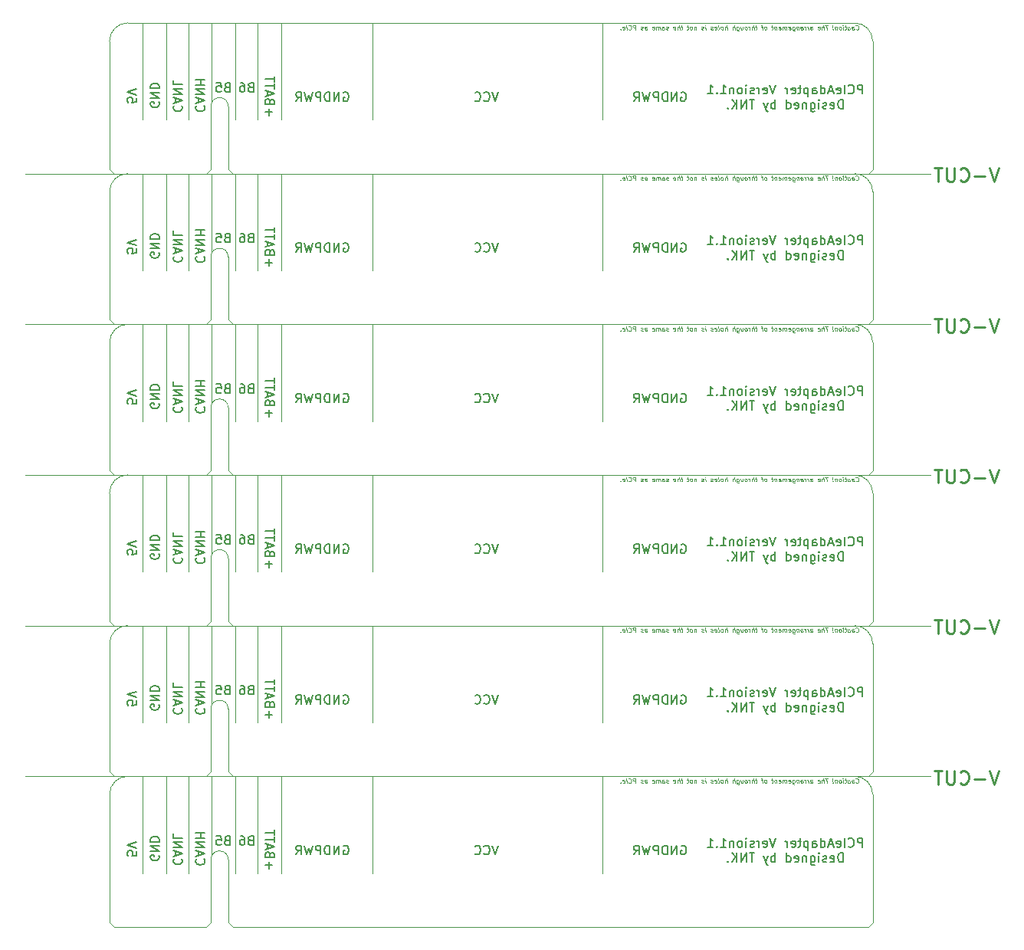
<source format=gbo>
G04 #@! TF.GenerationSoftware,KiCad,Pcbnew,(5.1.5)-3*
G04 #@! TF.CreationDate,2020-03-05T02:28:16+09:00*
G04 #@! TF.ProjectId,PCIeAdapter_x6,50434965-4164-4617-9074-65725f78362e,rev?*
G04 #@! TF.SameCoordinates,Original*
G04 #@! TF.FileFunction,Legend,Bot*
G04 #@! TF.FilePolarity,Positive*
%FSLAX46Y46*%
G04 Gerber Fmt 4.6, Leading zero omitted, Abs format (unit mm)*
G04 Created by KiCad (PCBNEW (5.1.5)-3) date 2020-03-05 02:28:16*
%MOMM*%
%LPD*%
G04 APERTURE LIST*
%ADD10C,0.150000*%
%ADD11C,0.080000*%
%ADD12C,0.120000*%
%ADD13C,0.100000*%
%ADD14C,0.220000*%
%ADD15R,1.802000X1.802000*%
%ADD16O,1.802000X1.802000*%
%ADD17R,0.802000X4.402000*%
%ADD18R,0.802000X3.302000*%
G04 APERTURE END LIST*
D10*
X114800000Y-57301904D02*
X114847619Y-57397142D01*
X114847619Y-57540000D01*
X114800000Y-57682857D01*
X114704761Y-57778095D01*
X114609523Y-57825714D01*
X114419047Y-57873333D01*
X114276190Y-57873333D01*
X114085714Y-57825714D01*
X113990476Y-57778095D01*
X113895238Y-57682857D01*
X113847619Y-57540000D01*
X113847619Y-57444761D01*
X113895238Y-57301904D01*
X113942857Y-57254285D01*
X114276190Y-57254285D01*
X114276190Y-57444761D01*
X113847619Y-56825714D02*
X114847619Y-56825714D01*
X113847619Y-56254285D01*
X114847619Y-56254285D01*
X113847619Y-55778095D02*
X114847619Y-55778095D01*
X114847619Y-55540000D01*
X114800000Y-55397142D01*
X114704761Y-55301904D01*
X114609523Y-55254285D01*
X114419047Y-55206666D01*
X114276190Y-55206666D01*
X114085714Y-55254285D01*
X113990476Y-55301904D01*
X113895238Y-55397142D01*
X113847619Y-55540000D01*
X113847619Y-55778095D01*
X114800000Y-73951904D02*
X114847619Y-74047142D01*
X114847619Y-74190000D01*
X114800000Y-74332857D01*
X114704761Y-74428095D01*
X114609523Y-74475714D01*
X114419047Y-74523333D01*
X114276190Y-74523333D01*
X114085714Y-74475714D01*
X113990476Y-74428095D01*
X113895238Y-74332857D01*
X113847619Y-74190000D01*
X113847619Y-74094761D01*
X113895238Y-73951904D01*
X113942857Y-73904285D01*
X114276190Y-73904285D01*
X114276190Y-74094761D01*
X113847619Y-73475714D02*
X114847619Y-73475714D01*
X113847619Y-72904285D01*
X114847619Y-72904285D01*
X113847619Y-72428095D02*
X114847619Y-72428095D01*
X114847619Y-72190000D01*
X114800000Y-72047142D01*
X114704761Y-71951904D01*
X114609523Y-71904285D01*
X114419047Y-71856666D01*
X114276190Y-71856666D01*
X114085714Y-71904285D01*
X113990476Y-71951904D01*
X113895238Y-72047142D01*
X113847619Y-72190000D01*
X113847619Y-72428095D01*
X114800000Y-90601904D02*
X114847619Y-90697142D01*
X114847619Y-90840000D01*
X114800000Y-90982857D01*
X114704761Y-91078095D01*
X114609523Y-91125714D01*
X114419047Y-91173333D01*
X114276190Y-91173333D01*
X114085714Y-91125714D01*
X113990476Y-91078095D01*
X113895238Y-90982857D01*
X113847619Y-90840000D01*
X113847619Y-90744761D01*
X113895238Y-90601904D01*
X113942857Y-90554285D01*
X114276190Y-90554285D01*
X114276190Y-90744761D01*
X113847619Y-90125714D02*
X114847619Y-90125714D01*
X113847619Y-89554285D01*
X114847619Y-89554285D01*
X113847619Y-89078095D02*
X114847619Y-89078095D01*
X114847619Y-88840000D01*
X114800000Y-88697142D01*
X114704761Y-88601904D01*
X114609523Y-88554285D01*
X114419047Y-88506666D01*
X114276190Y-88506666D01*
X114085714Y-88554285D01*
X113990476Y-88601904D01*
X113895238Y-88697142D01*
X113847619Y-88840000D01*
X113847619Y-89078095D01*
X114800000Y-107251904D02*
X114847619Y-107347142D01*
X114847619Y-107490000D01*
X114800000Y-107632857D01*
X114704761Y-107728095D01*
X114609523Y-107775714D01*
X114419047Y-107823333D01*
X114276190Y-107823333D01*
X114085714Y-107775714D01*
X113990476Y-107728095D01*
X113895238Y-107632857D01*
X113847619Y-107490000D01*
X113847619Y-107394761D01*
X113895238Y-107251904D01*
X113942857Y-107204285D01*
X114276190Y-107204285D01*
X114276190Y-107394761D01*
X113847619Y-106775714D02*
X114847619Y-106775714D01*
X113847619Y-106204285D01*
X114847619Y-106204285D01*
X113847619Y-105728095D02*
X114847619Y-105728095D01*
X114847619Y-105490000D01*
X114800000Y-105347142D01*
X114704761Y-105251904D01*
X114609523Y-105204285D01*
X114419047Y-105156666D01*
X114276190Y-105156666D01*
X114085714Y-105204285D01*
X113990476Y-105251904D01*
X113895238Y-105347142D01*
X113847619Y-105490000D01*
X113847619Y-105728095D01*
X114800000Y-123901904D02*
X114847619Y-123997142D01*
X114847619Y-124140000D01*
X114800000Y-124282857D01*
X114704761Y-124378095D01*
X114609523Y-124425714D01*
X114419047Y-124473333D01*
X114276190Y-124473333D01*
X114085714Y-124425714D01*
X113990476Y-124378095D01*
X113895238Y-124282857D01*
X113847619Y-124140000D01*
X113847619Y-124044761D01*
X113895238Y-123901904D01*
X113942857Y-123854285D01*
X114276190Y-123854285D01*
X114276190Y-124044761D01*
X113847619Y-123425714D02*
X114847619Y-123425714D01*
X113847619Y-122854285D01*
X114847619Y-122854285D01*
X113847619Y-122378095D02*
X114847619Y-122378095D01*
X114847619Y-122140000D01*
X114800000Y-121997142D01*
X114704761Y-121901904D01*
X114609523Y-121854285D01*
X114419047Y-121806666D01*
X114276190Y-121806666D01*
X114085714Y-121854285D01*
X113990476Y-121901904D01*
X113895238Y-121997142D01*
X113847619Y-122140000D01*
X113847619Y-122378095D01*
X192523809Y-56377380D02*
X192523809Y-55377380D01*
X192142857Y-55377380D01*
X192047619Y-55425000D01*
X192000000Y-55472619D01*
X191952380Y-55567857D01*
X191952380Y-55710714D01*
X192000000Y-55805952D01*
X192047619Y-55853571D01*
X192142857Y-55901190D01*
X192523809Y-55901190D01*
X190952380Y-56282142D02*
X191000000Y-56329761D01*
X191142857Y-56377380D01*
X191238095Y-56377380D01*
X191380952Y-56329761D01*
X191476190Y-56234523D01*
X191523809Y-56139285D01*
X191571428Y-55948809D01*
X191571428Y-55805952D01*
X191523809Y-55615476D01*
X191476190Y-55520238D01*
X191380952Y-55425000D01*
X191238095Y-55377380D01*
X191142857Y-55377380D01*
X191000000Y-55425000D01*
X190952380Y-55472619D01*
X190523809Y-56377380D02*
X190523809Y-55377380D01*
X189666666Y-56329761D02*
X189761904Y-56377380D01*
X189952380Y-56377380D01*
X190047619Y-56329761D01*
X190095238Y-56234523D01*
X190095238Y-55853571D01*
X190047619Y-55758333D01*
X189952380Y-55710714D01*
X189761904Y-55710714D01*
X189666666Y-55758333D01*
X189619047Y-55853571D01*
X189619047Y-55948809D01*
X190095238Y-56044047D01*
X189238095Y-56091666D02*
X188761904Y-56091666D01*
X189333333Y-56377380D02*
X189000000Y-55377380D01*
X188666666Y-56377380D01*
X187904761Y-56377380D02*
X187904761Y-55377380D01*
X187904761Y-56329761D02*
X188000000Y-56377380D01*
X188190476Y-56377380D01*
X188285714Y-56329761D01*
X188333333Y-56282142D01*
X188380952Y-56186904D01*
X188380952Y-55901190D01*
X188333333Y-55805952D01*
X188285714Y-55758333D01*
X188190476Y-55710714D01*
X188000000Y-55710714D01*
X187904761Y-55758333D01*
X187000000Y-56377380D02*
X187000000Y-55853571D01*
X187047619Y-55758333D01*
X187142857Y-55710714D01*
X187333333Y-55710714D01*
X187428571Y-55758333D01*
X187000000Y-56329761D02*
X187095238Y-56377380D01*
X187333333Y-56377380D01*
X187428571Y-56329761D01*
X187476190Y-56234523D01*
X187476190Y-56139285D01*
X187428571Y-56044047D01*
X187333333Y-55996428D01*
X187095238Y-55996428D01*
X187000000Y-55948809D01*
X186523809Y-55710714D02*
X186523809Y-56710714D01*
X186523809Y-55758333D02*
X186428571Y-55710714D01*
X186238095Y-55710714D01*
X186142857Y-55758333D01*
X186095238Y-55805952D01*
X186047619Y-55901190D01*
X186047619Y-56186904D01*
X186095238Y-56282142D01*
X186142857Y-56329761D01*
X186238095Y-56377380D01*
X186428571Y-56377380D01*
X186523809Y-56329761D01*
X185761904Y-55710714D02*
X185380952Y-55710714D01*
X185619047Y-55377380D02*
X185619047Y-56234523D01*
X185571428Y-56329761D01*
X185476190Y-56377380D01*
X185380952Y-56377380D01*
X184666666Y-56329761D02*
X184761904Y-56377380D01*
X184952380Y-56377380D01*
X185047619Y-56329761D01*
X185095238Y-56234523D01*
X185095238Y-55853571D01*
X185047619Y-55758333D01*
X184952380Y-55710714D01*
X184761904Y-55710714D01*
X184666666Y-55758333D01*
X184619047Y-55853571D01*
X184619047Y-55948809D01*
X185095238Y-56044047D01*
X184190476Y-56377380D02*
X184190476Y-55710714D01*
X184190476Y-55901190D02*
X184142857Y-55805952D01*
X184095238Y-55758333D01*
X184000000Y-55710714D01*
X183904761Y-55710714D01*
X182952380Y-55377380D02*
X182619047Y-56377380D01*
X182285714Y-55377380D01*
X181571428Y-56329761D02*
X181666666Y-56377380D01*
X181857142Y-56377380D01*
X181952380Y-56329761D01*
X182000000Y-56234523D01*
X182000000Y-55853571D01*
X181952380Y-55758333D01*
X181857142Y-55710714D01*
X181666666Y-55710714D01*
X181571428Y-55758333D01*
X181523809Y-55853571D01*
X181523809Y-55948809D01*
X182000000Y-56044047D01*
X181095238Y-56377380D02*
X181095238Y-55710714D01*
X181095238Y-55901190D02*
X181047619Y-55805952D01*
X181000000Y-55758333D01*
X180904761Y-55710714D01*
X180809523Y-55710714D01*
X180523809Y-56329761D02*
X180428571Y-56377380D01*
X180238095Y-56377380D01*
X180142857Y-56329761D01*
X180095238Y-56234523D01*
X180095238Y-56186904D01*
X180142857Y-56091666D01*
X180238095Y-56044047D01*
X180380952Y-56044047D01*
X180476190Y-55996428D01*
X180523809Y-55901190D01*
X180523809Y-55853571D01*
X180476190Y-55758333D01*
X180380952Y-55710714D01*
X180238095Y-55710714D01*
X180142857Y-55758333D01*
X179666666Y-56377380D02*
X179666666Y-55710714D01*
X179666666Y-55377380D02*
X179714285Y-55425000D01*
X179666666Y-55472619D01*
X179619047Y-55425000D01*
X179666666Y-55377380D01*
X179666666Y-55472619D01*
X179047619Y-56377380D02*
X179142857Y-56329761D01*
X179190476Y-56282142D01*
X179238095Y-56186904D01*
X179238095Y-55901190D01*
X179190476Y-55805952D01*
X179142857Y-55758333D01*
X179047619Y-55710714D01*
X178904761Y-55710714D01*
X178809523Y-55758333D01*
X178761904Y-55805952D01*
X178714285Y-55901190D01*
X178714285Y-56186904D01*
X178761904Y-56282142D01*
X178809523Y-56329761D01*
X178904761Y-56377380D01*
X179047619Y-56377380D01*
X178285714Y-55710714D02*
X178285714Y-56377380D01*
X178285714Y-55805952D02*
X178238095Y-55758333D01*
X178142857Y-55710714D01*
X178000000Y-55710714D01*
X177904761Y-55758333D01*
X177857142Y-55853571D01*
X177857142Y-56377380D01*
X176857142Y-56377380D02*
X177428571Y-56377380D01*
X177142857Y-56377380D02*
X177142857Y-55377380D01*
X177238095Y-55520238D01*
X177333333Y-55615476D01*
X177428571Y-55663095D01*
X176428571Y-56282142D02*
X176380952Y-56329761D01*
X176428571Y-56377380D01*
X176476190Y-56329761D01*
X176428571Y-56282142D01*
X176428571Y-56377380D01*
X175428571Y-56377380D02*
X176000000Y-56377380D01*
X175714285Y-56377380D02*
X175714285Y-55377380D01*
X175809523Y-55520238D01*
X175904761Y-55615476D01*
X176000000Y-55663095D01*
X190357142Y-58027380D02*
X190357142Y-57027380D01*
X190119047Y-57027380D01*
X189976190Y-57075000D01*
X189880952Y-57170238D01*
X189833333Y-57265476D01*
X189785714Y-57455952D01*
X189785714Y-57598809D01*
X189833333Y-57789285D01*
X189880952Y-57884523D01*
X189976190Y-57979761D01*
X190119047Y-58027380D01*
X190357142Y-58027380D01*
X188976190Y-57979761D02*
X189071428Y-58027380D01*
X189261904Y-58027380D01*
X189357142Y-57979761D01*
X189404761Y-57884523D01*
X189404761Y-57503571D01*
X189357142Y-57408333D01*
X189261904Y-57360714D01*
X189071428Y-57360714D01*
X188976190Y-57408333D01*
X188928571Y-57503571D01*
X188928571Y-57598809D01*
X189404761Y-57694047D01*
X188547619Y-57979761D02*
X188452380Y-58027380D01*
X188261904Y-58027380D01*
X188166666Y-57979761D01*
X188119047Y-57884523D01*
X188119047Y-57836904D01*
X188166666Y-57741666D01*
X188261904Y-57694047D01*
X188404761Y-57694047D01*
X188500000Y-57646428D01*
X188547619Y-57551190D01*
X188547619Y-57503571D01*
X188500000Y-57408333D01*
X188404761Y-57360714D01*
X188261904Y-57360714D01*
X188166666Y-57408333D01*
X187690476Y-58027380D02*
X187690476Y-57360714D01*
X187690476Y-57027380D02*
X187738095Y-57075000D01*
X187690476Y-57122619D01*
X187642857Y-57075000D01*
X187690476Y-57027380D01*
X187690476Y-57122619D01*
X186785714Y-57360714D02*
X186785714Y-58170238D01*
X186833333Y-58265476D01*
X186880952Y-58313095D01*
X186976190Y-58360714D01*
X187119047Y-58360714D01*
X187214285Y-58313095D01*
X186785714Y-57979761D02*
X186880952Y-58027380D01*
X187071428Y-58027380D01*
X187166666Y-57979761D01*
X187214285Y-57932142D01*
X187261904Y-57836904D01*
X187261904Y-57551190D01*
X187214285Y-57455952D01*
X187166666Y-57408333D01*
X187071428Y-57360714D01*
X186880952Y-57360714D01*
X186785714Y-57408333D01*
X186309523Y-57360714D02*
X186309523Y-58027380D01*
X186309523Y-57455952D02*
X186261904Y-57408333D01*
X186166666Y-57360714D01*
X186023809Y-57360714D01*
X185928571Y-57408333D01*
X185880952Y-57503571D01*
X185880952Y-58027380D01*
X185023809Y-57979761D02*
X185119047Y-58027380D01*
X185309523Y-58027380D01*
X185404761Y-57979761D01*
X185452380Y-57884523D01*
X185452380Y-57503571D01*
X185404761Y-57408333D01*
X185309523Y-57360714D01*
X185119047Y-57360714D01*
X185023809Y-57408333D01*
X184976190Y-57503571D01*
X184976190Y-57598809D01*
X185452380Y-57694047D01*
X184119047Y-58027380D02*
X184119047Y-57027380D01*
X184119047Y-57979761D02*
X184214285Y-58027380D01*
X184404761Y-58027380D01*
X184500000Y-57979761D01*
X184547619Y-57932142D01*
X184595238Y-57836904D01*
X184595238Y-57551190D01*
X184547619Y-57455952D01*
X184500000Y-57408333D01*
X184404761Y-57360714D01*
X184214285Y-57360714D01*
X184119047Y-57408333D01*
X182880952Y-58027380D02*
X182880952Y-57027380D01*
X182880952Y-57408333D02*
X182785714Y-57360714D01*
X182595238Y-57360714D01*
X182500000Y-57408333D01*
X182452380Y-57455952D01*
X182404761Y-57551190D01*
X182404761Y-57836904D01*
X182452380Y-57932142D01*
X182500000Y-57979761D01*
X182595238Y-58027380D01*
X182785714Y-58027380D01*
X182880952Y-57979761D01*
X182071428Y-57360714D02*
X181833333Y-58027380D01*
X181595238Y-57360714D02*
X181833333Y-58027380D01*
X181928571Y-58265476D01*
X181976190Y-58313095D01*
X182071428Y-58360714D01*
X180595238Y-57027380D02*
X180023809Y-57027380D01*
X180309523Y-58027380D02*
X180309523Y-57027380D01*
X179690476Y-58027380D02*
X179690476Y-57027380D01*
X179119047Y-58027380D01*
X179119047Y-57027380D01*
X178642857Y-58027380D02*
X178642857Y-57027380D01*
X178071428Y-58027380D02*
X178500000Y-57455952D01*
X178071428Y-57027380D02*
X178642857Y-57598809D01*
X177642857Y-57932142D02*
X177595238Y-57979761D01*
X177642857Y-58027380D01*
X177690476Y-57979761D01*
X177642857Y-57932142D01*
X177642857Y-58027380D01*
X192523809Y-73027380D02*
X192523809Y-72027380D01*
X192142857Y-72027380D01*
X192047619Y-72075000D01*
X192000000Y-72122619D01*
X191952380Y-72217857D01*
X191952380Y-72360714D01*
X192000000Y-72455952D01*
X192047619Y-72503571D01*
X192142857Y-72551190D01*
X192523809Y-72551190D01*
X190952380Y-72932142D02*
X191000000Y-72979761D01*
X191142857Y-73027380D01*
X191238095Y-73027380D01*
X191380952Y-72979761D01*
X191476190Y-72884523D01*
X191523809Y-72789285D01*
X191571428Y-72598809D01*
X191571428Y-72455952D01*
X191523809Y-72265476D01*
X191476190Y-72170238D01*
X191380952Y-72075000D01*
X191238095Y-72027380D01*
X191142857Y-72027380D01*
X191000000Y-72075000D01*
X190952380Y-72122619D01*
X190523809Y-73027380D02*
X190523809Y-72027380D01*
X189666666Y-72979761D02*
X189761904Y-73027380D01*
X189952380Y-73027380D01*
X190047619Y-72979761D01*
X190095238Y-72884523D01*
X190095238Y-72503571D01*
X190047619Y-72408333D01*
X189952380Y-72360714D01*
X189761904Y-72360714D01*
X189666666Y-72408333D01*
X189619047Y-72503571D01*
X189619047Y-72598809D01*
X190095238Y-72694047D01*
X189238095Y-72741666D02*
X188761904Y-72741666D01*
X189333333Y-73027380D02*
X189000000Y-72027380D01*
X188666666Y-73027380D01*
X187904761Y-73027380D02*
X187904761Y-72027380D01*
X187904761Y-72979761D02*
X188000000Y-73027380D01*
X188190476Y-73027380D01*
X188285714Y-72979761D01*
X188333333Y-72932142D01*
X188380952Y-72836904D01*
X188380952Y-72551190D01*
X188333333Y-72455952D01*
X188285714Y-72408333D01*
X188190476Y-72360714D01*
X188000000Y-72360714D01*
X187904761Y-72408333D01*
X187000000Y-73027380D02*
X187000000Y-72503571D01*
X187047619Y-72408333D01*
X187142857Y-72360714D01*
X187333333Y-72360714D01*
X187428571Y-72408333D01*
X187000000Y-72979761D02*
X187095238Y-73027380D01*
X187333333Y-73027380D01*
X187428571Y-72979761D01*
X187476190Y-72884523D01*
X187476190Y-72789285D01*
X187428571Y-72694047D01*
X187333333Y-72646428D01*
X187095238Y-72646428D01*
X187000000Y-72598809D01*
X186523809Y-72360714D02*
X186523809Y-73360714D01*
X186523809Y-72408333D02*
X186428571Y-72360714D01*
X186238095Y-72360714D01*
X186142857Y-72408333D01*
X186095238Y-72455952D01*
X186047619Y-72551190D01*
X186047619Y-72836904D01*
X186095238Y-72932142D01*
X186142857Y-72979761D01*
X186238095Y-73027380D01*
X186428571Y-73027380D01*
X186523809Y-72979761D01*
X185761904Y-72360714D02*
X185380952Y-72360714D01*
X185619047Y-72027380D02*
X185619047Y-72884523D01*
X185571428Y-72979761D01*
X185476190Y-73027380D01*
X185380952Y-73027380D01*
X184666666Y-72979761D02*
X184761904Y-73027380D01*
X184952380Y-73027380D01*
X185047619Y-72979761D01*
X185095238Y-72884523D01*
X185095238Y-72503571D01*
X185047619Y-72408333D01*
X184952380Y-72360714D01*
X184761904Y-72360714D01*
X184666666Y-72408333D01*
X184619047Y-72503571D01*
X184619047Y-72598809D01*
X185095238Y-72694047D01*
X184190476Y-73027380D02*
X184190476Y-72360714D01*
X184190476Y-72551190D02*
X184142857Y-72455952D01*
X184095238Y-72408333D01*
X184000000Y-72360714D01*
X183904761Y-72360714D01*
X182952380Y-72027380D02*
X182619047Y-73027380D01*
X182285714Y-72027380D01*
X181571428Y-72979761D02*
X181666666Y-73027380D01*
X181857142Y-73027380D01*
X181952380Y-72979761D01*
X182000000Y-72884523D01*
X182000000Y-72503571D01*
X181952380Y-72408333D01*
X181857142Y-72360714D01*
X181666666Y-72360714D01*
X181571428Y-72408333D01*
X181523809Y-72503571D01*
X181523809Y-72598809D01*
X182000000Y-72694047D01*
X181095238Y-73027380D02*
X181095238Y-72360714D01*
X181095238Y-72551190D02*
X181047619Y-72455952D01*
X181000000Y-72408333D01*
X180904761Y-72360714D01*
X180809523Y-72360714D01*
X180523809Y-72979761D02*
X180428571Y-73027380D01*
X180238095Y-73027380D01*
X180142857Y-72979761D01*
X180095238Y-72884523D01*
X180095238Y-72836904D01*
X180142857Y-72741666D01*
X180238095Y-72694047D01*
X180380952Y-72694047D01*
X180476190Y-72646428D01*
X180523809Y-72551190D01*
X180523809Y-72503571D01*
X180476190Y-72408333D01*
X180380952Y-72360714D01*
X180238095Y-72360714D01*
X180142857Y-72408333D01*
X179666666Y-73027380D02*
X179666666Y-72360714D01*
X179666666Y-72027380D02*
X179714285Y-72075000D01*
X179666666Y-72122619D01*
X179619047Y-72075000D01*
X179666666Y-72027380D01*
X179666666Y-72122619D01*
X179047619Y-73027380D02*
X179142857Y-72979761D01*
X179190476Y-72932142D01*
X179238095Y-72836904D01*
X179238095Y-72551190D01*
X179190476Y-72455952D01*
X179142857Y-72408333D01*
X179047619Y-72360714D01*
X178904761Y-72360714D01*
X178809523Y-72408333D01*
X178761904Y-72455952D01*
X178714285Y-72551190D01*
X178714285Y-72836904D01*
X178761904Y-72932142D01*
X178809523Y-72979761D01*
X178904761Y-73027380D01*
X179047619Y-73027380D01*
X178285714Y-72360714D02*
X178285714Y-73027380D01*
X178285714Y-72455952D02*
X178238095Y-72408333D01*
X178142857Y-72360714D01*
X178000000Y-72360714D01*
X177904761Y-72408333D01*
X177857142Y-72503571D01*
X177857142Y-73027380D01*
X176857142Y-73027380D02*
X177428571Y-73027380D01*
X177142857Y-73027380D02*
X177142857Y-72027380D01*
X177238095Y-72170238D01*
X177333333Y-72265476D01*
X177428571Y-72313095D01*
X176428571Y-72932142D02*
X176380952Y-72979761D01*
X176428571Y-73027380D01*
X176476190Y-72979761D01*
X176428571Y-72932142D01*
X176428571Y-73027380D01*
X175428571Y-73027380D02*
X176000000Y-73027380D01*
X175714285Y-73027380D02*
X175714285Y-72027380D01*
X175809523Y-72170238D01*
X175904761Y-72265476D01*
X176000000Y-72313095D01*
X190357142Y-74677380D02*
X190357142Y-73677380D01*
X190119047Y-73677380D01*
X189976190Y-73725000D01*
X189880952Y-73820238D01*
X189833333Y-73915476D01*
X189785714Y-74105952D01*
X189785714Y-74248809D01*
X189833333Y-74439285D01*
X189880952Y-74534523D01*
X189976190Y-74629761D01*
X190119047Y-74677380D01*
X190357142Y-74677380D01*
X188976190Y-74629761D02*
X189071428Y-74677380D01*
X189261904Y-74677380D01*
X189357142Y-74629761D01*
X189404761Y-74534523D01*
X189404761Y-74153571D01*
X189357142Y-74058333D01*
X189261904Y-74010714D01*
X189071428Y-74010714D01*
X188976190Y-74058333D01*
X188928571Y-74153571D01*
X188928571Y-74248809D01*
X189404761Y-74344047D01*
X188547619Y-74629761D02*
X188452380Y-74677380D01*
X188261904Y-74677380D01*
X188166666Y-74629761D01*
X188119047Y-74534523D01*
X188119047Y-74486904D01*
X188166666Y-74391666D01*
X188261904Y-74344047D01*
X188404761Y-74344047D01*
X188500000Y-74296428D01*
X188547619Y-74201190D01*
X188547619Y-74153571D01*
X188500000Y-74058333D01*
X188404761Y-74010714D01*
X188261904Y-74010714D01*
X188166666Y-74058333D01*
X187690476Y-74677380D02*
X187690476Y-74010714D01*
X187690476Y-73677380D02*
X187738095Y-73725000D01*
X187690476Y-73772619D01*
X187642857Y-73725000D01*
X187690476Y-73677380D01*
X187690476Y-73772619D01*
X186785714Y-74010714D02*
X186785714Y-74820238D01*
X186833333Y-74915476D01*
X186880952Y-74963095D01*
X186976190Y-75010714D01*
X187119047Y-75010714D01*
X187214285Y-74963095D01*
X186785714Y-74629761D02*
X186880952Y-74677380D01*
X187071428Y-74677380D01*
X187166666Y-74629761D01*
X187214285Y-74582142D01*
X187261904Y-74486904D01*
X187261904Y-74201190D01*
X187214285Y-74105952D01*
X187166666Y-74058333D01*
X187071428Y-74010714D01*
X186880952Y-74010714D01*
X186785714Y-74058333D01*
X186309523Y-74010714D02*
X186309523Y-74677380D01*
X186309523Y-74105952D02*
X186261904Y-74058333D01*
X186166666Y-74010714D01*
X186023809Y-74010714D01*
X185928571Y-74058333D01*
X185880952Y-74153571D01*
X185880952Y-74677380D01*
X185023809Y-74629761D02*
X185119047Y-74677380D01*
X185309523Y-74677380D01*
X185404761Y-74629761D01*
X185452380Y-74534523D01*
X185452380Y-74153571D01*
X185404761Y-74058333D01*
X185309523Y-74010714D01*
X185119047Y-74010714D01*
X185023809Y-74058333D01*
X184976190Y-74153571D01*
X184976190Y-74248809D01*
X185452380Y-74344047D01*
X184119047Y-74677380D02*
X184119047Y-73677380D01*
X184119047Y-74629761D02*
X184214285Y-74677380D01*
X184404761Y-74677380D01*
X184500000Y-74629761D01*
X184547619Y-74582142D01*
X184595238Y-74486904D01*
X184595238Y-74201190D01*
X184547619Y-74105952D01*
X184500000Y-74058333D01*
X184404761Y-74010714D01*
X184214285Y-74010714D01*
X184119047Y-74058333D01*
X182880952Y-74677380D02*
X182880952Y-73677380D01*
X182880952Y-74058333D02*
X182785714Y-74010714D01*
X182595238Y-74010714D01*
X182500000Y-74058333D01*
X182452380Y-74105952D01*
X182404761Y-74201190D01*
X182404761Y-74486904D01*
X182452380Y-74582142D01*
X182500000Y-74629761D01*
X182595238Y-74677380D01*
X182785714Y-74677380D01*
X182880952Y-74629761D01*
X182071428Y-74010714D02*
X181833333Y-74677380D01*
X181595238Y-74010714D02*
X181833333Y-74677380D01*
X181928571Y-74915476D01*
X181976190Y-74963095D01*
X182071428Y-75010714D01*
X180595238Y-73677380D02*
X180023809Y-73677380D01*
X180309523Y-74677380D02*
X180309523Y-73677380D01*
X179690476Y-74677380D02*
X179690476Y-73677380D01*
X179119047Y-74677380D01*
X179119047Y-73677380D01*
X178642857Y-74677380D02*
X178642857Y-73677380D01*
X178071428Y-74677380D02*
X178500000Y-74105952D01*
X178071428Y-73677380D02*
X178642857Y-74248809D01*
X177642857Y-74582142D02*
X177595238Y-74629761D01*
X177642857Y-74677380D01*
X177690476Y-74629761D01*
X177642857Y-74582142D01*
X177642857Y-74677380D01*
X192523809Y-89677380D02*
X192523809Y-88677380D01*
X192142857Y-88677380D01*
X192047619Y-88725000D01*
X192000000Y-88772619D01*
X191952380Y-88867857D01*
X191952380Y-89010714D01*
X192000000Y-89105952D01*
X192047619Y-89153571D01*
X192142857Y-89201190D01*
X192523809Y-89201190D01*
X190952380Y-89582142D02*
X191000000Y-89629761D01*
X191142857Y-89677380D01*
X191238095Y-89677380D01*
X191380952Y-89629761D01*
X191476190Y-89534523D01*
X191523809Y-89439285D01*
X191571428Y-89248809D01*
X191571428Y-89105952D01*
X191523809Y-88915476D01*
X191476190Y-88820238D01*
X191380952Y-88725000D01*
X191238095Y-88677380D01*
X191142857Y-88677380D01*
X191000000Y-88725000D01*
X190952380Y-88772619D01*
X190523809Y-89677380D02*
X190523809Y-88677380D01*
X189666666Y-89629761D02*
X189761904Y-89677380D01*
X189952380Y-89677380D01*
X190047619Y-89629761D01*
X190095238Y-89534523D01*
X190095238Y-89153571D01*
X190047619Y-89058333D01*
X189952380Y-89010714D01*
X189761904Y-89010714D01*
X189666666Y-89058333D01*
X189619047Y-89153571D01*
X189619047Y-89248809D01*
X190095238Y-89344047D01*
X189238095Y-89391666D02*
X188761904Y-89391666D01*
X189333333Y-89677380D02*
X189000000Y-88677380D01*
X188666666Y-89677380D01*
X187904761Y-89677380D02*
X187904761Y-88677380D01*
X187904761Y-89629761D02*
X188000000Y-89677380D01*
X188190476Y-89677380D01*
X188285714Y-89629761D01*
X188333333Y-89582142D01*
X188380952Y-89486904D01*
X188380952Y-89201190D01*
X188333333Y-89105952D01*
X188285714Y-89058333D01*
X188190476Y-89010714D01*
X188000000Y-89010714D01*
X187904761Y-89058333D01*
X187000000Y-89677380D02*
X187000000Y-89153571D01*
X187047619Y-89058333D01*
X187142857Y-89010714D01*
X187333333Y-89010714D01*
X187428571Y-89058333D01*
X187000000Y-89629761D02*
X187095238Y-89677380D01*
X187333333Y-89677380D01*
X187428571Y-89629761D01*
X187476190Y-89534523D01*
X187476190Y-89439285D01*
X187428571Y-89344047D01*
X187333333Y-89296428D01*
X187095238Y-89296428D01*
X187000000Y-89248809D01*
X186523809Y-89010714D02*
X186523809Y-90010714D01*
X186523809Y-89058333D02*
X186428571Y-89010714D01*
X186238095Y-89010714D01*
X186142857Y-89058333D01*
X186095238Y-89105952D01*
X186047619Y-89201190D01*
X186047619Y-89486904D01*
X186095238Y-89582142D01*
X186142857Y-89629761D01*
X186238095Y-89677380D01*
X186428571Y-89677380D01*
X186523809Y-89629761D01*
X185761904Y-89010714D02*
X185380952Y-89010714D01*
X185619047Y-88677380D02*
X185619047Y-89534523D01*
X185571428Y-89629761D01*
X185476190Y-89677380D01*
X185380952Y-89677380D01*
X184666666Y-89629761D02*
X184761904Y-89677380D01*
X184952380Y-89677380D01*
X185047619Y-89629761D01*
X185095238Y-89534523D01*
X185095238Y-89153571D01*
X185047619Y-89058333D01*
X184952380Y-89010714D01*
X184761904Y-89010714D01*
X184666666Y-89058333D01*
X184619047Y-89153571D01*
X184619047Y-89248809D01*
X185095238Y-89344047D01*
X184190476Y-89677380D02*
X184190476Y-89010714D01*
X184190476Y-89201190D02*
X184142857Y-89105952D01*
X184095238Y-89058333D01*
X184000000Y-89010714D01*
X183904761Y-89010714D01*
X182952380Y-88677380D02*
X182619047Y-89677380D01*
X182285714Y-88677380D01*
X181571428Y-89629761D02*
X181666666Y-89677380D01*
X181857142Y-89677380D01*
X181952380Y-89629761D01*
X182000000Y-89534523D01*
X182000000Y-89153571D01*
X181952380Y-89058333D01*
X181857142Y-89010714D01*
X181666666Y-89010714D01*
X181571428Y-89058333D01*
X181523809Y-89153571D01*
X181523809Y-89248809D01*
X182000000Y-89344047D01*
X181095238Y-89677380D02*
X181095238Y-89010714D01*
X181095238Y-89201190D02*
X181047619Y-89105952D01*
X181000000Y-89058333D01*
X180904761Y-89010714D01*
X180809523Y-89010714D01*
X180523809Y-89629761D02*
X180428571Y-89677380D01*
X180238095Y-89677380D01*
X180142857Y-89629761D01*
X180095238Y-89534523D01*
X180095238Y-89486904D01*
X180142857Y-89391666D01*
X180238095Y-89344047D01*
X180380952Y-89344047D01*
X180476190Y-89296428D01*
X180523809Y-89201190D01*
X180523809Y-89153571D01*
X180476190Y-89058333D01*
X180380952Y-89010714D01*
X180238095Y-89010714D01*
X180142857Y-89058333D01*
X179666666Y-89677380D02*
X179666666Y-89010714D01*
X179666666Y-88677380D02*
X179714285Y-88725000D01*
X179666666Y-88772619D01*
X179619047Y-88725000D01*
X179666666Y-88677380D01*
X179666666Y-88772619D01*
X179047619Y-89677380D02*
X179142857Y-89629761D01*
X179190476Y-89582142D01*
X179238095Y-89486904D01*
X179238095Y-89201190D01*
X179190476Y-89105952D01*
X179142857Y-89058333D01*
X179047619Y-89010714D01*
X178904761Y-89010714D01*
X178809523Y-89058333D01*
X178761904Y-89105952D01*
X178714285Y-89201190D01*
X178714285Y-89486904D01*
X178761904Y-89582142D01*
X178809523Y-89629761D01*
X178904761Y-89677380D01*
X179047619Y-89677380D01*
X178285714Y-89010714D02*
X178285714Y-89677380D01*
X178285714Y-89105952D02*
X178238095Y-89058333D01*
X178142857Y-89010714D01*
X178000000Y-89010714D01*
X177904761Y-89058333D01*
X177857142Y-89153571D01*
X177857142Y-89677380D01*
X176857142Y-89677380D02*
X177428571Y-89677380D01*
X177142857Y-89677380D02*
X177142857Y-88677380D01*
X177238095Y-88820238D01*
X177333333Y-88915476D01*
X177428571Y-88963095D01*
X176428571Y-89582142D02*
X176380952Y-89629761D01*
X176428571Y-89677380D01*
X176476190Y-89629761D01*
X176428571Y-89582142D01*
X176428571Y-89677380D01*
X175428571Y-89677380D02*
X176000000Y-89677380D01*
X175714285Y-89677380D02*
X175714285Y-88677380D01*
X175809523Y-88820238D01*
X175904761Y-88915476D01*
X176000000Y-88963095D01*
X190357142Y-91327380D02*
X190357142Y-90327380D01*
X190119047Y-90327380D01*
X189976190Y-90375000D01*
X189880952Y-90470238D01*
X189833333Y-90565476D01*
X189785714Y-90755952D01*
X189785714Y-90898809D01*
X189833333Y-91089285D01*
X189880952Y-91184523D01*
X189976190Y-91279761D01*
X190119047Y-91327380D01*
X190357142Y-91327380D01*
X188976190Y-91279761D02*
X189071428Y-91327380D01*
X189261904Y-91327380D01*
X189357142Y-91279761D01*
X189404761Y-91184523D01*
X189404761Y-90803571D01*
X189357142Y-90708333D01*
X189261904Y-90660714D01*
X189071428Y-90660714D01*
X188976190Y-90708333D01*
X188928571Y-90803571D01*
X188928571Y-90898809D01*
X189404761Y-90994047D01*
X188547619Y-91279761D02*
X188452380Y-91327380D01*
X188261904Y-91327380D01*
X188166666Y-91279761D01*
X188119047Y-91184523D01*
X188119047Y-91136904D01*
X188166666Y-91041666D01*
X188261904Y-90994047D01*
X188404761Y-90994047D01*
X188500000Y-90946428D01*
X188547619Y-90851190D01*
X188547619Y-90803571D01*
X188500000Y-90708333D01*
X188404761Y-90660714D01*
X188261904Y-90660714D01*
X188166666Y-90708333D01*
X187690476Y-91327380D02*
X187690476Y-90660714D01*
X187690476Y-90327380D02*
X187738095Y-90375000D01*
X187690476Y-90422619D01*
X187642857Y-90375000D01*
X187690476Y-90327380D01*
X187690476Y-90422619D01*
X186785714Y-90660714D02*
X186785714Y-91470238D01*
X186833333Y-91565476D01*
X186880952Y-91613095D01*
X186976190Y-91660714D01*
X187119047Y-91660714D01*
X187214285Y-91613095D01*
X186785714Y-91279761D02*
X186880952Y-91327380D01*
X187071428Y-91327380D01*
X187166666Y-91279761D01*
X187214285Y-91232142D01*
X187261904Y-91136904D01*
X187261904Y-90851190D01*
X187214285Y-90755952D01*
X187166666Y-90708333D01*
X187071428Y-90660714D01*
X186880952Y-90660714D01*
X186785714Y-90708333D01*
X186309523Y-90660714D02*
X186309523Y-91327380D01*
X186309523Y-90755952D02*
X186261904Y-90708333D01*
X186166666Y-90660714D01*
X186023809Y-90660714D01*
X185928571Y-90708333D01*
X185880952Y-90803571D01*
X185880952Y-91327380D01*
X185023809Y-91279761D02*
X185119047Y-91327380D01*
X185309523Y-91327380D01*
X185404761Y-91279761D01*
X185452380Y-91184523D01*
X185452380Y-90803571D01*
X185404761Y-90708333D01*
X185309523Y-90660714D01*
X185119047Y-90660714D01*
X185023809Y-90708333D01*
X184976190Y-90803571D01*
X184976190Y-90898809D01*
X185452380Y-90994047D01*
X184119047Y-91327380D02*
X184119047Y-90327380D01*
X184119047Y-91279761D02*
X184214285Y-91327380D01*
X184404761Y-91327380D01*
X184500000Y-91279761D01*
X184547619Y-91232142D01*
X184595238Y-91136904D01*
X184595238Y-90851190D01*
X184547619Y-90755952D01*
X184500000Y-90708333D01*
X184404761Y-90660714D01*
X184214285Y-90660714D01*
X184119047Y-90708333D01*
X182880952Y-91327380D02*
X182880952Y-90327380D01*
X182880952Y-90708333D02*
X182785714Y-90660714D01*
X182595238Y-90660714D01*
X182500000Y-90708333D01*
X182452380Y-90755952D01*
X182404761Y-90851190D01*
X182404761Y-91136904D01*
X182452380Y-91232142D01*
X182500000Y-91279761D01*
X182595238Y-91327380D01*
X182785714Y-91327380D01*
X182880952Y-91279761D01*
X182071428Y-90660714D02*
X181833333Y-91327380D01*
X181595238Y-90660714D02*
X181833333Y-91327380D01*
X181928571Y-91565476D01*
X181976190Y-91613095D01*
X182071428Y-91660714D01*
X180595238Y-90327380D02*
X180023809Y-90327380D01*
X180309523Y-91327380D02*
X180309523Y-90327380D01*
X179690476Y-91327380D02*
X179690476Y-90327380D01*
X179119047Y-91327380D01*
X179119047Y-90327380D01*
X178642857Y-91327380D02*
X178642857Y-90327380D01*
X178071428Y-91327380D02*
X178500000Y-90755952D01*
X178071428Y-90327380D02*
X178642857Y-90898809D01*
X177642857Y-91232142D02*
X177595238Y-91279761D01*
X177642857Y-91327380D01*
X177690476Y-91279761D01*
X177642857Y-91232142D01*
X177642857Y-91327380D01*
X192523809Y-106327380D02*
X192523809Y-105327380D01*
X192142857Y-105327380D01*
X192047619Y-105375000D01*
X192000000Y-105422619D01*
X191952380Y-105517857D01*
X191952380Y-105660714D01*
X192000000Y-105755952D01*
X192047619Y-105803571D01*
X192142857Y-105851190D01*
X192523809Y-105851190D01*
X190952380Y-106232142D02*
X191000000Y-106279761D01*
X191142857Y-106327380D01*
X191238095Y-106327380D01*
X191380952Y-106279761D01*
X191476190Y-106184523D01*
X191523809Y-106089285D01*
X191571428Y-105898809D01*
X191571428Y-105755952D01*
X191523809Y-105565476D01*
X191476190Y-105470238D01*
X191380952Y-105375000D01*
X191238095Y-105327380D01*
X191142857Y-105327380D01*
X191000000Y-105375000D01*
X190952380Y-105422619D01*
X190523809Y-106327380D02*
X190523809Y-105327380D01*
X189666666Y-106279761D02*
X189761904Y-106327380D01*
X189952380Y-106327380D01*
X190047619Y-106279761D01*
X190095238Y-106184523D01*
X190095238Y-105803571D01*
X190047619Y-105708333D01*
X189952380Y-105660714D01*
X189761904Y-105660714D01*
X189666666Y-105708333D01*
X189619047Y-105803571D01*
X189619047Y-105898809D01*
X190095238Y-105994047D01*
X189238095Y-106041666D02*
X188761904Y-106041666D01*
X189333333Y-106327380D02*
X189000000Y-105327380D01*
X188666666Y-106327380D01*
X187904761Y-106327380D02*
X187904761Y-105327380D01*
X187904761Y-106279761D02*
X188000000Y-106327380D01*
X188190476Y-106327380D01*
X188285714Y-106279761D01*
X188333333Y-106232142D01*
X188380952Y-106136904D01*
X188380952Y-105851190D01*
X188333333Y-105755952D01*
X188285714Y-105708333D01*
X188190476Y-105660714D01*
X188000000Y-105660714D01*
X187904761Y-105708333D01*
X187000000Y-106327380D02*
X187000000Y-105803571D01*
X187047619Y-105708333D01*
X187142857Y-105660714D01*
X187333333Y-105660714D01*
X187428571Y-105708333D01*
X187000000Y-106279761D02*
X187095238Y-106327380D01*
X187333333Y-106327380D01*
X187428571Y-106279761D01*
X187476190Y-106184523D01*
X187476190Y-106089285D01*
X187428571Y-105994047D01*
X187333333Y-105946428D01*
X187095238Y-105946428D01*
X187000000Y-105898809D01*
X186523809Y-105660714D02*
X186523809Y-106660714D01*
X186523809Y-105708333D02*
X186428571Y-105660714D01*
X186238095Y-105660714D01*
X186142857Y-105708333D01*
X186095238Y-105755952D01*
X186047619Y-105851190D01*
X186047619Y-106136904D01*
X186095238Y-106232142D01*
X186142857Y-106279761D01*
X186238095Y-106327380D01*
X186428571Y-106327380D01*
X186523809Y-106279761D01*
X185761904Y-105660714D02*
X185380952Y-105660714D01*
X185619047Y-105327380D02*
X185619047Y-106184523D01*
X185571428Y-106279761D01*
X185476190Y-106327380D01*
X185380952Y-106327380D01*
X184666666Y-106279761D02*
X184761904Y-106327380D01*
X184952380Y-106327380D01*
X185047619Y-106279761D01*
X185095238Y-106184523D01*
X185095238Y-105803571D01*
X185047619Y-105708333D01*
X184952380Y-105660714D01*
X184761904Y-105660714D01*
X184666666Y-105708333D01*
X184619047Y-105803571D01*
X184619047Y-105898809D01*
X185095238Y-105994047D01*
X184190476Y-106327380D02*
X184190476Y-105660714D01*
X184190476Y-105851190D02*
X184142857Y-105755952D01*
X184095238Y-105708333D01*
X184000000Y-105660714D01*
X183904761Y-105660714D01*
X182952380Y-105327380D02*
X182619047Y-106327380D01*
X182285714Y-105327380D01*
X181571428Y-106279761D02*
X181666666Y-106327380D01*
X181857142Y-106327380D01*
X181952380Y-106279761D01*
X182000000Y-106184523D01*
X182000000Y-105803571D01*
X181952380Y-105708333D01*
X181857142Y-105660714D01*
X181666666Y-105660714D01*
X181571428Y-105708333D01*
X181523809Y-105803571D01*
X181523809Y-105898809D01*
X182000000Y-105994047D01*
X181095238Y-106327380D02*
X181095238Y-105660714D01*
X181095238Y-105851190D02*
X181047619Y-105755952D01*
X181000000Y-105708333D01*
X180904761Y-105660714D01*
X180809523Y-105660714D01*
X180523809Y-106279761D02*
X180428571Y-106327380D01*
X180238095Y-106327380D01*
X180142857Y-106279761D01*
X180095238Y-106184523D01*
X180095238Y-106136904D01*
X180142857Y-106041666D01*
X180238095Y-105994047D01*
X180380952Y-105994047D01*
X180476190Y-105946428D01*
X180523809Y-105851190D01*
X180523809Y-105803571D01*
X180476190Y-105708333D01*
X180380952Y-105660714D01*
X180238095Y-105660714D01*
X180142857Y-105708333D01*
X179666666Y-106327380D02*
X179666666Y-105660714D01*
X179666666Y-105327380D02*
X179714285Y-105375000D01*
X179666666Y-105422619D01*
X179619047Y-105375000D01*
X179666666Y-105327380D01*
X179666666Y-105422619D01*
X179047619Y-106327380D02*
X179142857Y-106279761D01*
X179190476Y-106232142D01*
X179238095Y-106136904D01*
X179238095Y-105851190D01*
X179190476Y-105755952D01*
X179142857Y-105708333D01*
X179047619Y-105660714D01*
X178904761Y-105660714D01*
X178809523Y-105708333D01*
X178761904Y-105755952D01*
X178714285Y-105851190D01*
X178714285Y-106136904D01*
X178761904Y-106232142D01*
X178809523Y-106279761D01*
X178904761Y-106327380D01*
X179047619Y-106327380D01*
X178285714Y-105660714D02*
X178285714Y-106327380D01*
X178285714Y-105755952D02*
X178238095Y-105708333D01*
X178142857Y-105660714D01*
X178000000Y-105660714D01*
X177904761Y-105708333D01*
X177857142Y-105803571D01*
X177857142Y-106327380D01*
X176857142Y-106327380D02*
X177428571Y-106327380D01*
X177142857Y-106327380D02*
X177142857Y-105327380D01*
X177238095Y-105470238D01*
X177333333Y-105565476D01*
X177428571Y-105613095D01*
X176428571Y-106232142D02*
X176380952Y-106279761D01*
X176428571Y-106327380D01*
X176476190Y-106279761D01*
X176428571Y-106232142D01*
X176428571Y-106327380D01*
X175428571Y-106327380D02*
X176000000Y-106327380D01*
X175714285Y-106327380D02*
X175714285Y-105327380D01*
X175809523Y-105470238D01*
X175904761Y-105565476D01*
X176000000Y-105613095D01*
X190357142Y-107977380D02*
X190357142Y-106977380D01*
X190119047Y-106977380D01*
X189976190Y-107025000D01*
X189880952Y-107120238D01*
X189833333Y-107215476D01*
X189785714Y-107405952D01*
X189785714Y-107548809D01*
X189833333Y-107739285D01*
X189880952Y-107834523D01*
X189976190Y-107929761D01*
X190119047Y-107977380D01*
X190357142Y-107977380D01*
X188976190Y-107929761D02*
X189071428Y-107977380D01*
X189261904Y-107977380D01*
X189357142Y-107929761D01*
X189404761Y-107834523D01*
X189404761Y-107453571D01*
X189357142Y-107358333D01*
X189261904Y-107310714D01*
X189071428Y-107310714D01*
X188976190Y-107358333D01*
X188928571Y-107453571D01*
X188928571Y-107548809D01*
X189404761Y-107644047D01*
X188547619Y-107929761D02*
X188452380Y-107977380D01*
X188261904Y-107977380D01*
X188166666Y-107929761D01*
X188119047Y-107834523D01*
X188119047Y-107786904D01*
X188166666Y-107691666D01*
X188261904Y-107644047D01*
X188404761Y-107644047D01*
X188500000Y-107596428D01*
X188547619Y-107501190D01*
X188547619Y-107453571D01*
X188500000Y-107358333D01*
X188404761Y-107310714D01*
X188261904Y-107310714D01*
X188166666Y-107358333D01*
X187690476Y-107977380D02*
X187690476Y-107310714D01*
X187690476Y-106977380D02*
X187738095Y-107025000D01*
X187690476Y-107072619D01*
X187642857Y-107025000D01*
X187690476Y-106977380D01*
X187690476Y-107072619D01*
X186785714Y-107310714D02*
X186785714Y-108120238D01*
X186833333Y-108215476D01*
X186880952Y-108263095D01*
X186976190Y-108310714D01*
X187119047Y-108310714D01*
X187214285Y-108263095D01*
X186785714Y-107929761D02*
X186880952Y-107977380D01*
X187071428Y-107977380D01*
X187166666Y-107929761D01*
X187214285Y-107882142D01*
X187261904Y-107786904D01*
X187261904Y-107501190D01*
X187214285Y-107405952D01*
X187166666Y-107358333D01*
X187071428Y-107310714D01*
X186880952Y-107310714D01*
X186785714Y-107358333D01*
X186309523Y-107310714D02*
X186309523Y-107977380D01*
X186309523Y-107405952D02*
X186261904Y-107358333D01*
X186166666Y-107310714D01*
X186023809Y-107310714D01*
X185928571Y-107358333D01*
X185880952Y-107453571D01*
X185880952Y-107977380D01*
X185023809Y-107929761D02*
X185119047Y-107977380D01*
X185309523Y-107977380D01*
X185404761Y-107929761D01*
X185452380Y-107834523D01*
X185452380Y-107453571D01*
X185404761Y-107358333D01*
X185309523Y-107310714D01*
X185119047Y-107310714D01*
X185023809Y-107358333D01*
X184976190Y-107453571D01*
X184976190Y-107548809D01*
X185452380Y-107644047D01*
X184119047Y-107977380D02*
X184119047Y-106977380D01*
X184119047Y-107929761D02*
X184214285Y-107977380D01*
X184404761Y-107977380D01*
X184500000Y-107929761D01*
X184547619Y-107882142D01*
X184595238Y-107786904D01*
X184595238Y-107501190D01*
X184547619Y-107405952D01*
X184500000Y-107358333D01*
X184404761Y-107310714D01*
X184214285Y-107310714D01*
X184119047Y-107358333D01*
X182880952Y-107977380D02*
X182880952Y-106977380D01*
X182880952Y-107358333D02*
X182785714Y-107310714D01*
X182595238Y-107310714D01*
X182500000Y-107358333D01*
X182452380Y-107405952D01*
X182404761Y-107501190D01*
X182404761Y-107786904D01*
X182452380Y-107882142D01*
X182500000Y-107929761D01*
X182595238Y-107977380D01*
X182785714Y-107977380D01*
X182880952Y-107929761D01*
X182071428Y-107310714D02*
X181833333Y-107977380D01*
X181595238Y-107310714D02*
X181833333Y-107977380D01*
X181928571Y-108215476D01*
X181976190Y-108263095D01*
X182071428Y-108310714D01*
X180595238Y-106977380D02*
X180023809Y-106977380D01*
X180309523Y-107977380D02*
X180309523Y-106977380D01*
X179690476Y-107977380D02*
X179690476Y-106977380D01*
X179119047Y-107977380D01*
X179119047Y-106977380D01*
X178642857Y-107977380D02*
X178642857Y-106977380D01*
X178071428Y-107977380D02*
X178500000Y-107405952D01*
X178071428Y-106977380D02*
X178642857Y-107548809D01*
X177642857Y-107882142D02*
X177595238Y-107929761D01*
X177642857Y-107977380D01*
X177690476Y-107929761D01*
X177642857Y-107882142D01*
X177642857Y-107977380D01*
X192523809Y-122977380D02*
X192523809Y-121977380D01*
X192142857Y-121977380D01*
X192047619Y-122025000D01*
X192000000Y-122072619D01*
X191952380Y-122167857D01*
X191952380Y-122310714D01*
X192000000Y-122405952D01*
X192047619Y-122453571D01*
X192142857Y-122501190D01*
X192523809Y-122501190D01*
X190952380Y-122882142D02*
X191000000Y-122929761D01*
X191142857Y-122977380D01*
X191238095Y-122977380D01*
X191380952Y-122929761D01*
X191476190Y-122834523D01*
X191523809Y-122739285D01*
X191571428Y-122548809D01*
X191571428Y-122405952D01*
X191523809Y-122215476D01*
X191476190Y-122120238D01*
X191380952Y-122025000D01*
X191238095Y-121977380D01*
X191142857Y-121977380D01*
X191000000Y-122025000D01*
X190952380Y-122072619D01*
X190523809Y-122977380D02*
X190523809Y-121977380D01*
X189666666Y-122929761D02*
X189761904Y-122977380D01*
X189952380Y-122977380D01*
X190047619Y-122929761D01*
X190095238Y-122834523D01*
X190095238Y-122453571D01*
X190047619Y-122358333D01*
X189952380Y-122310714D01*
X189761904Y-122310714D01*
X189666666Y-122358333D01*
X189619047Y-122453571D01*
X189619047Y-122548809D01*
X190095238Y-122644047D01*
X189238095Y-122691666D02*
X188761904Y-122691666D01*
X189333333Y-122977380D02*
X189000000Y-121977380D01*
X188666666Y-122977380D01*
X187904761Y-122977380D02*
X187904761Y-121977380D01*
X187904761Y-122929761D02*
X188000000Y-122977380D01*
X188190476Y-122977380D01*
X188285714Y-122929761D01*
X188333333Y-122882142D01*
X188380952Y-122786904D01*
X188380952Y-122501190D01*
X188333333Y-122405952D01*
X188285714Y-122358333D01*
X188190476Y-122310714D01*
X188000000Y-122310714D01*
X187904761Y-122358333D01*
X187000000Y-122977380D02*
X187000000Y-122453571D01*
X187047619Y-122358333D01*
X187142857Y-122310714D01*
X187333333Y-122310714D01*
X187428571Y-122358333D01*
X187000000Y-122929761D02*
X187095238Y-122977380D01*
X187333333Y-122977380D01*
X187428571Y-122929761D01*
X187476190Y-122834523D01*
X187476190Y-122739285D01*
X187428571Y-122644047D01*
X187333333Y-122596428D01*
X187095238Y-122596428D01*
X187000000Y-122548809D01*
X186523809Y-122310714D02*
X186523809Y-123310714D01*
X186523809Y-122358333D02*
X186428571Y-122310714D01*
X186238095Y-122310714D01*
X186142857Y-122358333D01*
X186095238Y-122405952D01*
X186047619Y-122501190D01*
X186047619Y-122786904D01*
X186095238Y-122882142D01*
X186142857Y-122929761D01*
X186238095Y-122977380D01*
X186428571Y-122977380D01*
X186523809Y-122929761D01*
X185761904Y-122310714D02*
X185380952Y-122310714D01*
X185619047Y-121977380D02*
X185619047Y-122834523D01*
X185571428Y-122929761D01*
X185476190Y-122977380D01*
X185380952Y-122977380D01*
X184666666Y-122929761D02*
X184761904Y-122977380D01*
X184952380Y-122977380D01*
X185047619Y-122929761D01*
X185095238Y-122834523D01*
X185095238Y-122453571D01*
X185047619Y-122358333D01*
X184952380Y-122310714D01*
X184761904Y-122310714D01*
X184666666Y-122358333D01*
X184619047Y-122453571D01*
X184619047Y-122548809D01*
X185095238Y-122644047D01*
X184190476Y-122977380D02*
X184190476Y-122310714D01*
X184190476Y-122501190D02*
X184142857Y-122405952D01*
X184095238Y-122358333D01*
X184000000Y-122310714D01*
X183904761Y-122310714D01*
X182952380Y-121977380D02*
X182619047Y-122977380D01*
X182285714Y-121977380D01*
X181571428Y-122929761D02*
X181666666Y-122977380D01*
X181857142Y-122977380D01*
X181952380Y-122929761D01*
X182000000Y-122834523D01*
X182000000Y-122453571D01*
X181952380Y-122358333D01*
X181857142Y-122310714D01*
X181666666Y-122310714D01*
X181571428Y-122358333D01*
X181523809Y-122453571D01*
X181523809Y-122548809D01*
X182000000Y-122644047D01*
X181095238Y-122977380D02*
X181095238Y-122310714D01*
X181095238Y-122501190D02*
X181047619Y-122405952D01*
X181000000Y-122358333D01*
X180904761Y-122310714D01*
X180809523Y-122310714D01*
X180523809Y-122929761D02*
X180428571Y-122977380D01*
X180238095Y-122977380D01*
X180142857Y-122929761D01*
X180095238Y-122834523D01*
X180095238Y-122786904D01*
X180142857Y-122691666D01*
X180238095Y-122644047D01*
X180380952Y-122644047D01*
X180476190Y-122596428D01*
X180523809Y-122501190D01*
X180523809Y-122453571D01*
X180476190Y-122358333D01*
X180380952Y-122310714D01*
X180238095Y-122310714D01*
X180142857Y-122358333D01*
X179666666Y-122977380D02*
X179666666Y-122310714D01*
X179666666Y-121977380D02*
X179714285Y-122025000D01*
X179666666Y-122072619D01*
X179619047Y-122025000D01*
X179666666Y-121977380D01*
X179666666Y-122072619D01*
X179047619Y-122977380D02*
X179142857Y-122929761D01*
X179190476Y-122882142D01*
X179238095Y-122786904D01*
X179238095Y-122501190D01*
X179190476Y-122405952D01*
X179142857Y-122358333D01*
X179047619Y-122310714D01*
X178904761Y-122310714D01*
X178809523Y-122358333D01*
X178761904Y-122405952D01*
X178714285Y-122501190D01*
X178714285Y-122786904D01*
X178761904Y-122882142D01*
X178809523Y-122929761D01*
X178904761Y-122977380D01*
X179047619Y-122977380D01*
X178285714Y-122310714D02*
X178285714Y-122977380D01*
X178285714Y-122405952D02*
X178238095Y-122358333D01*
X178142857Y-122310714D01*
X178000000Y-122310714D01*
X177904761Y-122358333D01*
X177857142Y-122453571D01*
X177857142Y-122977380D01*
X176857142Y-122977380D02*
X177428571Y-122977380D01*
X177142857Y-122977380D02*
X177142857Y-121977380D01*
X177238095Y-122120238D01*
X177333333Y-122215476D01*
X177428571Y-122263095D01*
X176428571Y-122882142D02*
X176380952Y-122929761D01*
X176428571Y-122977380D01*
X176476190Y-122929761D01*
X176428571Y-122882142D01*
X176428571Y-122977380D01*
X175428571Y-122977380D02*
X176000000Y-122977380D01*
X175714285Y-122977380D02*
X175714285Y-121977380D01*
X175809523Y-122120238D01*
X175904761Y-122215476D01*
X176000000Y-122263095D01*
X190357142Y-124627380D02*
X190357142Y-123627380D01*
X190119047Y-123627380D01*
X189976190Y-123675000D01*
X189880952Y-123770238D01*
X189833333Y-123865476D01*
X189785714Y-124055952D01*
X189785714Y-124198809D01*
X189833333Y-124389285D01*
X189880952Y-124484523D01*
X189976190Y-124579761D01*
X190119047Y-124627380D01*
X190357142Y-124627380D01*
X188976190Y-124579761D02*
X189071428Y-124627380D01*
X189261904Y-124627380D01*
X189357142Y-124579761D01*
X189404761Y-124484523D01*
X189404761Y-124103571D01*
X189357142Y-124008333D01*
X189261904Y-123960714D01*
X189071428Y-123960714D01*
X188976190Y-124008333D01*
X188928571Y-124103571D01*
X188928571Y-124198809D01*
X189404761Y-124294047D01*
X188547619Y-124579761D02*
X188452380Y-124627380D01*
X188261904Y-124627380D01*
X188166666Y-124579761D01*
X188119047Y-124484523D01*
X188119047Y-124436904D01*
X188166666Y-124341666D01*
X188261904Y-124294047D01*
X188404761Y-124294047D01*
X188500000Y-124246428D01*
X188547619Y-124151190D01*
X188547619Y-124103571D01*
X188500000Y-124008333D01*
X188404761Y-123960714D01*
X188261904Y-123960714D01*
X188166666Y-124008333D01*
X187690476Y-124627380D02*
X187690476Y-123960714D01*
X187690476Y-123627380D02*
X187738095Y-123675000D01*
X187690476Y-123722619D01*
X187642857Y-123675000D01*
X187690476Y-123627380D01*
X187690476Y-123722619D01*
X186785714Y-123960714D02*
X186785714Y-124770238D01*
X186833333Y-124865476D01*
X186880952Y-124913095D01*
X186976190Y-124960714D01*
X187119047Y-124960714D01*
X187214285Y-124913095D01*
X186785714Y-124579761D02*
X186880952Y-124627380D01*
X187071428Y-124627380D01*
X187166666Y-124579761D01*
X187214285Y-124532142D01*
X187261904Y-124436904D01*
X187261904Y-124151190D01*
X187214285Y-124055952D01*
X187166666Y-124008333D01*
X187071428Y-123960714D01*
X186880952Y-123960714D01*
X186785714Y-124008333D01*
X186309523Y-123960714D02*
X186309523Y-124627380D01*
X186309523Y-124055952D02*
X186261904Y-124008333D01*
X186166666Y-123960714D01*
X186023809Y-123960714D01*
X185928571Y-124008333D01*
X185880952Y-124103571D01*
X185880952Y-124627380D01*
X185023809Y-124579761D02*
X185119047Y-124627380D01*
X185309523Y-124627380D01*
X185404761Y-124579761D01*
X185452380Y-124484523D01*
X185452380Y-124103571D01*
X185404761Y-124008333D01*
X185309523Y-123960714D01*
X185119047Y-123960714D01*
X185023809Y-124008333D01*
X184976190Y-124103571D01*
X184976190Y-124198809D01*
X185452380Y-124294047D01*
X184119047Y-124627380D02*
X184119047Y-123627380D01*
X184119047Y-124579761D02*
X184214285Y-124627380D01*
X184404761Y-124627380D01*
X184500000Y-124579761D01*
X184547619Y-124532142D01*
X184595238Y-124436904D01*
X184595238Y-124151190D01*
X184547619Y-124055952D01*
X184500000Y-124008333D01*
X184404761Y-123960714D01*
X184214285Y-123960714D01*
X184119047Y-124008333D01*
X182880952Y-124627380D02*
X182880952Y-123627380D01*
X182880952Y-124008333D02*
X182785714Y-123960714D01*
X182595238Y-123960714D01*
X182500000Y-124008333D01*
X182452380Y-124055952D01*
X182404761Y-124151190D01*
X182404761Y-124436904D01*
X182452380Y-124532142D01*
X182500000Y-124579761D01*
X182595238Y-124627380D01*
X182785714Y-124627380D01*
X182880952Y-124579761D01*
X182071428Y-123960714D02*
X181833333Y-124627380D01*
X181595238Y-123960714D02*
X181833333Y-124627380D01*
X181928571Y-124865476D01*
X181976190Y-124913095D01*
X182071428Y-124960714D01*
X180595238Y-123627380D02*
X180023809Y-123627380D01*
X180309523Y-124627380D02*
X180309523Y-123627380D01*
X179690476Y-124627380D02*
X179690476Y-123627380D01*
X179119047Y-124627380D01*
X179119047Y-123627380D01*
X178642857Y-124627380D02*
X178642857Y-123627380D01*
X178071428Y-124627380D02*
X178500000Y-124055952D01*
X178071428Y-123627380D02*
X178642857Y-124198809D01*
X177642857Y-124532142D02*
X177595238Y-124579761D01*
X177642857Y-124627380D01*
X177690476Y-124579761D01*
X177642857Y-124532142D01*
X177642857Y-124627380D01*
X124904761Y-55632571D02*
X124761904Y-55680190D01*
X124714285Y-55727809D01*
X124666666Y-55823047D01*
X124666666Y-55965904D01*
X124714285Y-56061142D01*
X124761904Y-56108761D01*
X124857142Y-56156380D01*
X125238095Y-56156380D01*
X125238095Y-55156380D01*
X124904761Y-55156380D01*
X124809523Y-55204000D01*
X124761904Y-55251619D01*
X124714285Y-55346857D01*
X124714285Y-55442095D01*
X124761904Y-55537333D01*
X124809523Y-55584952D01*
X124904761Y-55632571D01*
X125238095Y-55632571D01*
X123809523Y-55156380D02*
X124000000Y-55156380D01*
X124095238Y-55204000D01*
X124142857Y-55251619D01*
X124238095Y-55394476D01*
X124285714Y-55584952D01*
X124285714Y-55965904D01*
X124238095Y-56061142D01*
X124190476Y-56108761D01*
X124095238Y-56156380D01*
X123904761Y-56156380D01*
X123809523Y-56108761D01*
X123761904Y-56061142D01*
X123714285Y-55965904D01*
X123714285Y-55727809D01*
X123761904Y-55632571D01*
X123809523Y-55584952D01*
X123904761Y-55537333D01*
X124095238Y-55537333D01*
X124190476Y-55584952D01*
X124238095Y-55632571D01*
X124285714Y-55727809D01*
X124904761Y-72282571D02*
X124761904Y-72330190D01*
X124714285Y-72377809D01*
X124666666Y-72473047D01*
X124666666Y-72615904D01*
X124714285Y-72711142D01*
X124761904Y-72758761D01*
X124857142Y-72806380D01*
X125238095Y-72806380D01*
X125238095Y-71806380D01*
X124904761Y-71806380D01*
X124809523Y-71854000D01*
X124761904Y-71901619D01*
X124714285Y-71996857D01*
X124714285Y-72092095D01*
X124761904Y-72187333D01*
X124809523Y-72234952D01*
X124904761Y-72282571D01*
X125238095Y-72282571D01*
X123809523Y-71806380D02*
X124000000Y-71806380D01*
X124095238Y-71854000D01*
X124142857Y-71901619D01*
X124238095Y-72044476D01*
X124285714Y-72234952D01*
X124285714Y-72615904D01*
X124238095Y-72711142D01*
X124190476Y-72758761D01*
X124095238Y-72806380D01*
X123904761Y-72806380D01*
X123809523Y-72758761D01*
X123761904Y-72711142D01*
X123714285Y-72615904D01*
X123714285Y-72377809D01*
X123761904Y-72282571D01*
X123809523Y-72234952D01*
X123904761Y-72187333D01*
X124095238Y-72187333D01*
X124190476Y-72234952D01*
X124238095Y-72282571D01*
X124285714Y-72377809D01*
X124904761Y-88932571D02*
X124761904Y-88980190D01*
X124714285Y-89027809D01*
X124666666Y-89123047D01*
X124666666Y-89265904D01*
X124714285Y-89361142D01*
X124761904Y-89408761D01*
X124857142Y-89456380D01*
X125238095Y-89456380D01*
X125238095Y-88456380D01*
X124904761Y-88456380D01*
X124809523Y-88504000D01*
X124761904Y-88551619D01*
X124714285Y-88646857D01*
X124714285Y-88742095D01*
X124761904Y-88837333D01*
X124809523Y-88884952D01*
X124904761Y-88932571D01*
X125238095Y-88932571D01*
X123809523Y-88456380D02*
X124000000Y-88456380D01*
X124095238Y-88504000D01*
X124142857Y-88551619D01*
X124238095Y-88694476D01*
X124285714Y-88884952D01*
X124285714Y-89265904D01*
X124238095Y-89361142D01*
X124190476Y-89408761D01*
X124095238Y-89456380D01*
X123904761Y-89456380D01*
X123809523Y-89408761D01*
X123761904Y-89361142D01*
X123714285Y-89265904D01*
X123714285Y-89027809D01*
X123761904Y-88932571D01*
X123809523Y-88884952D01*
X123904761Y-88837333D01*
X124095238Y-88837333D01*
X124190476Y-88884952D01*
X124238095Y-88932571D01*
X124285714Y-89027809D01*
X124904761Y-105582571D02*
X124761904Y-105630190D01*
X124714285Y-105677809D01*
X124666666Y-105773047D01*
X124666666Y-105915904D01*
X124714285Y-106011142D01*
X124761904Y-106058761D01*
X124857142Y-106106380D01*
X125238095Y-106106380D01*
X125238095Y-105106380D01*
X124904761Y-105106380D01*
X124809523Y-105154000D01*
X124761904Y-105201619D01*
X124714285Y-105296857D01*
X124714285Y-105392095D01*
X124761904Y-105487333D01*
X124809523Y-105534952D01*
X124904761Y-105582571D01*
X125238095Y-105582571D01*
X123809523Y-105106380D02*
X124000000Y-105106380D01*
X124095238Y-105154000D01*
X124142857Y-105201619D01*
X124238095Y-105344476D01*
X124285714Y-105534952D01*
X124285714Y-105915904D01*
X124238095Y-106011142D01*
X124190476Y-106058761D01*
X124095238Y-106106380D01*
X123904761Y-106106380D01*
X123809523Y-106058761D01*
X123761904Y-106011142D01*
X123714285Y-105915904D01*
X123714285Y-105677809D01*
X123761904Y-105582571D01*
X123809523Y-105534952D01*
X123904761Y-105487333D01*
X124095238Y-105487333D01*
X124190476Y-105534952D01*
X124238095Y-105582571D01*
X124285714Y-105677809D01*
X124904761Y-122232571D02*
X124761904Y-122280190D01*
X124714285Y-122327809D01*
X124666666Y-122423047D01*
X124666666Y-122565904D01*
X124714285Y-122661142D01*
X124761904Y-122708761D01*
X124857142Y-122756380D01*
X125238095Y-122756380D01*
X125238095Y-121756380D01*
X124904761Y-121756380D01*
X124809523Y-121804000D01*
X124761904Y-121851619D01*
X124714285Y-121946857D01*
X124714285Y-122042095D01*
X124761904Y-122137333D01*
X124809523Y-122184952D01*
X124904761Y-122232571D01*
X125238095Y-122232571D01*
X123809523Y-121756380D02*
X124000000Y-121756380D01*
X124095238Y-121804000D01*
X124142857Y-121851619D01*
X124238095Y-121994476D01*
X124285714Y-122184952D01*
X124285714Y-122565904D01*
X124238095Y-122661142D01*
X124190476Y-122708761D01*
X124095238Y-122756380D01*
X123904761Y-122756380D01*
X123809523Y-122708761D01*
X123761904Y-122661142D01*
X123714285Y-122565904D01*
X123714285Y-122327809D01*
X123761904Y-122232571D01*
X123809523Y-122184952D01*
X123904761Y-122137333D01*
X124095238Y-122137333D01*
X124190476Y-122184952D01*
X124238095Y-122232571D01*
X124285714Y-122327809D01*
X112307619Y-56830476D02*
X112307619Y-57306666D01*
X111831428Y-57354285D01*
X111879047Y-57306666D01*
X111926666Y-57211428D01*
X111926666Y-56973333D01*
X111879047Y-56878095D01*
X111831428Y-56830476D01*
X111736190Y-56782857D01*
X111498095Y-56782857D01*
X111402857Y-56830476D01*
X111355238Y-56878095D01*
X111307619Y-56973333D01*
X111307619Y-57211428D01*
X111355238Y-57306666D01*
X111402857Y-57354285D01*
X112307619Y-56497142D02*
X111307619Y-56163809D01*
X112307619Y-55830476D01*
X112307619Y-73480476D02*
X112307619Y-73956666D01*
X111831428Y-74004285D01*
X111879047Y-73956666D01*
X111926666Y-73861428D01*
X111926666Y-73623333D01*
X111879047Y-73528095D01*
X111831428Y-73480476D01*
X111736190Y-73432857D01*
X111498095Y-73432857D01*
X111402857Y-73480476D01*
X111355238Y-73528095D01*
X111307619Y-73623333D01*
X111307619Y-73861428D01*
X111355238Y-73956666D01*
X111402857Y-74004285D01*
X112307619Y-73147142D02*
X111307619Y-72813809D01*
X112307619Y-72480476D01*
X112307619Y-90130476D02*
X112307619Y-90606666D01*
X111831428Y-90654285D01*
X111879047Y-90606666D01*
X111926666Y-90511428D01*
X111926666Y-90273333D01*
X111879047Y-90178095D01*
X111831428Y-90130476D01*
X111736190Y-90082857D01*
X111498095Y-90082857D01*
X111402857Y-90130476D01*
X111355238Y-90178095D01*
X111307619Y-90273333D01*
X111307619Y-90511428D01*
X111355238Y-90606666D01*
X111402857Y-90654285D01*
X112307619Y-89797142D02*
X111307619Y-89463809D01*
X112307619Y-89130476D01*
X112307619Y-106780476D02*
X112307619Y-107256666D01*
X111831428Y-107304285D01*
X111879047Y-107256666D01*
X111926666Y-107161428D01*
X111926666Y-106923333D01*
X111879047Y-106828095D01*
X111831428Y-106780476D01*
X111736190Y-106732857D01*
X111498095Y-106732857D01*
X111402857Y-106780476D01*
X111355238Y-106828095D01*
X111307619Y-106923333D01*
X111307619Y-107161428D01*
X111355238Y-107256666D01*
X111402857Y-107304285D01*
X112307619Y-106447142D02*
X111307619Y-106113809D01*
X112307619Y-105780476D01*
X112307619Y-123430476D02*
X112307619Y-123906666D01*
X111831428Y-123954285D01*
X111879047Y-123906666D01*
X111926666Y-123811428D01*
X111926666Y-123573333D01*
X111879047Y-123478095D01*
X111831428Y-123430476D01*
X111736190Y-123382857D01*
X111498095Y-123382857D01*
X111402857Y-123430476D01*
X111355238Y-123478095D01*
X111307619Y-123573333D01*
X111307619Y-123811428D01*
X111355238Y-123906666D01*
X111402857Y-123954285D01*
X112307619Y-123097142D02*
X111307619Y-122763809D01*
X112307619Y-122430476D01*
X116482857Y-57687619D02*
X116435238Y-57735238D01*
X116387619Y-57878095D01*
X116387619Y-57973333D01*
X116435238Y-58116190D01*
X116530476Y-58211428D01*
X116625714Y-58259047D01*
X116816190Y-58306666D01*
X116959047Y-58306666D01*
X117149523Y-58259047D01*
X117244761Y-58211428D01*
X117340000Y-58116190D01*
X117387619Y-57973333D01*
X117387619Y-57878095D01*
X117340000Y-57735238D01*
X117292380Y-57687619D01*
X116673333Y-57306666D02*
X116673333Y-56830476D01*
X116387619Y-57401904D02*
X117387619Y-57068571D01*
X116387619Y-56735238D01*
X116387619Y-56401904D02*
X117387619Y-56401904D01*
X116387619Y-55830476D01*
X117387619Y-55830476D01*
X116387619Y-54878095D02*
X116387619Y-55354285D01*
X117387619Y-55354285D01*
X116482857Y-74337619D02*
X116435238Y-74385238D01*
X116387619Y-74528095D01*
X116387619Y-74623333D01*
X116435238Y-74766190D01*
X116530476Y-74861428D01*
X116625714Y-74909047D01*
X116816190Y-74956666D01*
X116959047Y-74956666D01*
X117149523Y-74909047D01*
X117244761Y-74861428D01*
X117340000Y-74766190D01*
X117387619Y-74623333D01*
X117387619Y-74528095D01*
X117340000Y-74385238D01*
X117292380Y-74337619D01*
X116673333Y-73956666D02*
X116673333Y-73480476D01*
X116387619Y-74051904D02*
X117387619Y-73718571D01*
X116387619Y-73385238D01*
X116387619Y-73051904D02*
X117387619Y-73051904D01*
X116387619Y-72480476D01*
X117387619Y-72480476D01*
X116387619Y-71528095D02*
X116387619Y-72004285D01*
X117387619Y-72004285D01*
X116482857Y-90987619D02*
X116435238Y-91035238D01*
X116387619Y-91178095D01*
X116387619Y-91273333D01*
X116435238Y-91416190D01*
X116530476Y-91511428D01*
X116625714Y-91559047D01*
X116816190Y-91606666D01*
X116959047Y-91606666D01*
X117149523Y-91559047D01*
X117244761Y-91511428D01*
X117340000Y-91416190D01*
X117387619Y-91273333D01*
X117387619Y-91178095D01*
X117340000Y-91035238D01*
X117292380Y-90987619D01*
X116673333Y-90606666D02*
X116673333Y-90130476D01*
X116387619Y-90701904D02*
X117387619Y-90368571D01*
X116387619Y-90035238D01*
X116387619Y-89701904D02*
X117387619Y-89701904D01*
X116387619Y-89130476D01*
X117387619Y-89130476D01*
X116387619Y-88178095D02*
X116387619Y-88654285D01*
X117387619Y-88654285D01*
X116482857Y-107637619D02*
X116435238Y-107685238D01*
X116387619Y-107828095D01*
X116387619Y-107923333D01*
X116435238Y-108066190D01*
X116530476Y-108161428D01*
X116625714Y-108209047D01*
X116816190Y-108256666D01*
X116959047Y-108256666D01*
X117149523Y-108209047D01*
X117244761Y-108161428D01*
X117340000Y-108066190D01*
X117387619Y-107923333D01*
X117387619Y-107828095D01*
X117340000Y-107685238D01*
X117292380Y-107637619D01*
X116673333Y-107256666D02*
X116673333Y-106780476D01*
X116387619Y-107351904D02*
X117387619Y-107018571D01*
X116387619Y-106685238D01*
X116387619Y-106351904D02*
X117387619Y-106351904D01*
X116387619Y-105780476D01*
X117387619Y-105780476D01*
X116387619Y-104828095D02*
X116387619Y-105304285D01*
X117387619Y-105304285D01*
X116482857Y-124287619D02*
X116435238Y-124335238D01*
X116387619Y-124478095D01*
X116387619Y-124573333D01*
X116435238Y-124716190D01*
X116530476Y-124811428D01*
X116625714Y-124859047D01*
X116816190Y-124906666D01*
X116959047Y-124906666D01*
X117149523Y-124859047D01*
X117244761Y-124811428D01*
X117340000Y-124716190D01*
X117387619Y-124573333D01*
X117387619Y-124478095D01*
X117340000Y-124335238D01*
X117292380Y-124287619D01*
X116673333Y-123906666D02*
X116673333Y-123430476D01*
X116387619Y-124001904D02*
X117387619Y-123668571D01*
X116387619Y-123335238D01*
X116387619Y-123001904D02*
X117387619Y-123001904D01*
X116387619Y-122430476D01*
X117387619Y-122430476D01*
X116387619Y-121478095D02*
X116387619Y-121954285D01*
X117387619Y-121954285D01*
X122304761Y-55632571D02*
X122161904Y-55680190D01*
X122114285Y-55727809D01*
X122066666Y-55823047D01*
X122066666Y-55965904D01*
X122114285Y-56061142D01*
X122161904Y-56108761D01*
X122257142Y-56156380D01*
X122638095Y-56156380D01*
X122638095Y-55156380D01*
X122304761Y-55156380D01*
X122209523Y-55204000D01*
X122161904Y-55251619D01*
X122114285Y-55346857D01*
X122114285Y-55442095D01*
X122161904Y-55537333D01*
X122209523Y-55584952D01*
X122304761Y-55632571D01*
X122638095Y-55632571D01*
X121161904Y-55156380D02*
X121638095Y-55156380D01*
X121685714Y-55632571D01*
X121638095Y-55584952D01*
X121542857Y-55537333D01*
X121304761Y-55537333D01*
X121209523Y-55584952D01*
X121161904Y-55632571D01*
X121114285Y-55727809D01*
X121114285Y-55965904D01*
X121161904Y-56061142D01*
X121209523Y-56108761D01*
X121304761Y-56156380D01*
X121542857Y-56156380D01*
X121638095Y-56108761D01*
X121685714Y-56061142D01*
X122304761Y-72282571D02*
X122161904Y-72330190D01*
X122114285Y-72377809D01*
X122066666Y-72473047D01*
X122066666Y-72615904D01*
X122114285Y-72711142D01*
X122161904Y-72758761D01*
X122257142Y-72806380D01*
X122638095Y-72806380D01*
X122638095Y-71806380D01*
X122304761Y-71806380D01*
X122209523Y-71854000D01*
X122161904Y-71901619D01*
X122114285Y-71996857D01*
X122114285Y-72092095D01*
X122161904Y-72187333D01*
X122209523Y-72234952D01*
X122304761Y-72282571D01*
X122638095Y-72282571D01*
X121161904Y-71806380D02*
X121638095Y-71806380D01*
X121685714Y-72282571D01*
X121638095Y-72234952D01*
X121542857Y-72187333D01*
X121304761Y-72187333D01*
X121209523Y-72234952D01*
X121161904Y-72282571D01*
X121114285Y-72377809D01*
X121114285Y-72615904D01*
X121161904Y-72711142D01*
X121209523Y-72758761D01*
X121304761Y-72806380D01*
X121542857Y-72806380D01*
X121638095Y-72758761D01*
X121685714Y-72711142D01*
X122304761Y-88932571D02*
X122161904Y-88980190D01*
X122114285Y-89027809D01*
X122066666Y-89123047D01*
X122066666Y-89265904D01*
X122114285Y-89361142D01*
X122161904Y-89408761D01*
X122257142Y-89456380D01*
X122638095Y-89456380D01*
X122638095Y-88456380D01*
X122304761Y-88456380D01*
X122209523Y-88504000D01*
X122161904Y-88551619D01*
X122114285Y-88646857D01*
X122114285Y-88742095D01*
X122161904Y-88837333D01*
X122209523Y-88884952D01*
X122304761Y-88932571D01*
X122638095Y-88932571D01*
X121161904Y-88456380D02*
X121638095Y-88456380D01*
X121685714Y-88932571D01*
X121638095Y-88884952D01*
X121542857Y-88837333D01*
X121304761Y-88837333D01*
X121209523Y-88884952D01*
X121161904Y-88932571D01*
X121114285Y-89027809D01*
X121114285Y-89265904D01*
X121161904Y-89361142D01*
X121209523Y-89408761D01*
X121304761Y-89456380D01*
X121542857Y-89456380D01*
X121638095Y-89408761D01*
X121685714Y-89361142D01*
X122304761Y-105582571D02*
X122161904Y-105630190D01*
X122114285Y-105677809D01*
X122066666Y-105773047D01*
X122066666Y-105915904D01*
X122114285Y-106011142D01*
X122161904Y-106058761D01*
X122257142Y-106106380D01*
X122638095Y-106106380D01*
X122638095Y-105106380D01*
X122304761Y-105106380D01*
X122209523Y-105154000D01*
X122161904Y-105201619D01*
X122114285Y-105296857D01*
X122114285Y-105392095D01*
X122161904Y-105487333D01*
X122209523Y-105534952D01*
X122304761Y-105582571D01*
X122638095Y-105582571D01*
X121161904Y-105106380D02*
X121638095Y-105106380D01*
X121685714Y-105582571D01*
X121638095Y-105534952D01*
X121542857Y-105487333D01*
X121304761Y-105487333D01*
X121209523Y-105534952D01*
X121161904Y-105582571D01*
X121114285Y-105677809D01*
X121114285Y-105915904D01*
X121161904Y-106011142D01*
X121209523Y-106058761D01*
X121304761Y-106106380D01*
X121542857Y-106106380D01*
X121638095Y-106058761D01*
X121685714Y-106011142D01*
X122304761Y-122232571D02*
X122161904Y-122280190D01*
X122114285Y-122327809D01*
X122066666Y-122423047D01*
X122066666Y-122565904D01*
X122114285Y-122661142D01*
X122161904Y-122708761D01*
X122257142Y-122756380D01*
X122638095Y-122756380D01*
X122638095Y-121756380D01*
X122304761Y-121756380D01*
X122209523Y-121804000D01*
X122161904Y-121851619D01*
X122114285Y-121946857D01*
X122114285Y-122042095D01*
X122161904Y-122137333D01*
X122209523Y-122184952D01*
X122304761Y-122232571D01*
X122638095Y-122232571D01*
X121161904Y-121756380D02*
X121638095Y-121756380D01*
X121685714Y-122232571D01*
X121638095Y-122184952D01*
X121542857Y-122137333D01*
X121304761Y-122137333D01*
X121209523Y-122184952D01*
X121161904Y-122232571D01*
X121114285Y-122327809D01*
X121114285Y-122565904D01*
X121161904Y-122661142D01*
X121209523Y-122708761D01*
X121304761Y-122756380D01*
X121542857Y-122756380D01*
X121638095Y-122708761D01*
X121685714Y-122661142D01*
X126928571Y-58761428D02*
X126928571Y-57999523D01*
X126547619Y-58380476D02*
X127309523Y-58380476D01*
X127071428Y-57190000D02*
X127023809Y-57047142D01*
X126976190Y-56999523D01*
X126880952Y-56951904D01*
X126738095Y-56951904D01*
X126642857Y-56999523D01*
X126595238Y-57047142D01*
X126547619Y-57142380D01*
X126547619Y-57523333D01*
X127547619Y-57523333D01*
X127547619Y-57190000D01*
X127500000Y-57094761D01*
X127452380Y-57047142D01*
X127357142Y-56999523D01*
X127261904Y-56999523D01*
X127166666Y-57047142D01*
X127119047Y-57094761D01*
X127071428Y-57190000D01*
X127071428Y-57523333D01*
X126833333Y-56570952D02*
X126833333Y-56094761D01*
X126547619Y-56666190D02*
X127547619Y-56332857D01*
X126547619Y-55999523D01*
X127547619Y-55809047D02*
X127547619Y-55237619D01*
X126547619Y-55523333D02*
X127547619Y-55523333D01*
X127547619Y-55047142D02*
X127547619Y-54475714D01*
X126547619Y-54761428D02*
X127547619Y-54761428D01*
X126928571Y-75411428D02*
X126928571Y-74649523D01*
X126547619Y-75030476D02*
X127309523Y-75030476D01*
X127071428Y-73840000D02*
X127023809Y-73697142D01*
X126976190Y-73649523D01*
X126880952Y-73601904D01*
X126738095Y-73601904D01*
X126642857Y-73649523D01*
X126595238Y-73697142D01*
X126547619Y-73792380D01*
X126547619Y-74173333D01*
X127547619Y-74173333D01*
X127547619Y-73840000D01*
X127500000Y-73744761D01*
X127452380Y-73697142D01*
X127357142Y-73649523D01*
X127261904Y-73649523D01*
X127166666Y-73697142D01*
X127119047Y-73744761D01*
X127071428Y-73840000D01*
X127071428Y-74173333D01*
X126833333Y-73220952D02*
X126833333Y-72744761D01*
X126547619Y-73316190D02*
X127547619Y-72982857D01*
X126547619Y-72649523D01*
X127547619Y-72459047D02*
X127547619Y-71887619D01*
X126547619Y-72173333D02*
X127547619Y-72173333D01*
X127547619Y-71697142D02*
X127547619Y-71125714D01*
X126547619Y-71411428D02*
X127547619Y-71411428D01*
X126928571Y-92061428D02*
X126928571Y-91299523D01*
X126547619Y-91680476D02*
X127309523Y-91680476D01*
X127071428Y-90490000D02*
X127023809Y-90347142D01*
X126976190Y-90299523D01*
X126880952Y-90251904D01*
X126738095Y-90251904D01*
X126642857Y-90299523D01*
X126595238Y-90347142D01*
X126547619Y-90442380D01*
X126547619Y-90823333D01*
X127547619Y-90823333D01*
X127547619Y-90490000D01*
X127500000Y-90394761D01*
X127452380Y-90347142D01*
X127357142Y-90299523D01*
X127261904Y-90299523D01*
X127166666Y-90347142D01*
X127119047Y-90394761D01*
X127071428Y-90490000D01*
X127071428Y-90823333D01*
X126833333Y-89870952D02*
X126833333Y-89394761D01*
X126547619Y-89966190D02*
X127547619Y-89632857D01*
X126547619Y-89299523D01*
X127547619Y-89109047D02*
X127547619Y-88537619D01*
X126547619Y-88823333D02*
X127547619Y-88823333D01*
X127547619Y-88347142D02*
X127547619Y-87775714D01*
X126547619Y-88061428D02*
X127547619Y-88061428D01*
X126928571Y-108711428D02*
X126928571Y-107949523D01*
X126547619Y-108330476D02*
X127309523Y-108330476D01*
X127071428Y-107140000D02*
X127023809Y-106997142D01*
X126976190Y-106949523D01*
X126880952Y-106901904D01*
X126738095Y-106901904D01*
X126642857Y-106949523D01*
X126595238Y-106997142D01*
X126547619Y-107092380D01*
X126547619Y-107473333D01*
X127547619Y-107473333D01*
X127547619Y-107140000D01*
X127500000Y-107044761D01*
X127452380Y-106997142D01*
X127357142Y-106949523D01*
X127261904Y-106949523D01*
X127166666Y-106997142D01*
X127119047Y-107044761D01*
X127071428Y-107140000D01*
X127071428Y-107473333D01*
X126833333Y-106520952D02*
X126833333Y-106044761D01*
X126547619Y-106616190D02*
X127547619Y-106282857D01*
X126547619Y-105949523D01*
X127547619Y-105759047D02*
X127547619Y-105187619D01*
X126547619Y-105473333D02*
X127547619Y-105473333D01*
X127547619Y-104997142D02*
X127547619Y-104425714D01*
X126547619Y-104711428D02*
X127547619Y-104711428D01*
X126928571Y-125361428D02*
X126928571Y-124599523D01*
X126547619Y-124980476D02*
X127309523Y-124980476D01*
X127071428Y-123790000D02*
X127023809Y-123647142D01*
X126976190Y-123599523D01*
X126880952Y-123551904D01*
X126738095Y-123551904D01*
X126642857Y-123599523D01*
X126595238Y-123647142D01*
X126547619Y-123742380D01*
X126547619Y-124123333D01*
X127547619Y-124123333D01*
X127547619Y-123790000D01*
X127500000Y-123694761D01*
X127452380Y-123647142D01*
X127357142Y-123599523D01*
X127261904Y-123599523D01*
X127166666Y-123647142D01*
X127119047Y-123694761D01*
X127071428Y-123790000D01*
X127071428Y-124123333D01*
X126833333Y-123170952D02*
X126833333Y-122694761D01*
X126547619Y-123266190D02*
X127547619Y-122932857D01*
X126547619Y-122599523D01*
X127547619Y-122409047D02*
X127547619Y-121837619D01*
X126547619Y-122123333D02*
X127547619Y-122123333D01*
X127547619Y-121647142D02*
X127547619Y-121075714D01*
X126547619Y-121361428D02*
X127547619Y-121361428D01*
X152283333Y-56202380D02*
X151950000Y-57202380D01*
X151616666Y-56202380D01*
X150711904Y-57107142D02*
X150759523Y-57154761D01*
X150902380Y-57202380D01*
X150997619Y-57202380D01*
X151140476Y-57154761D01*
X151235714Y-57059523D01*
X151283333Y-56964285D01*
X151330952Y-56773809D01*
X151330952Y-56630952D01*
X151283333Y-56440476D01*
X151235714Y-56345238D01*
X151140476Y-56250000D01*
X150997619Y-56202380D01*
X150902380Y-56202380D01*
X150759523Y-56250000D01*
X150711904Y-56297619D01*
X149711904Y-57107142D02*
X149759523Y-57154761D01*
X149902380Y-57202380D01*
X149997619Y-57202380D01*
X150140476Y-57154761D01*
X150235714Y-57059523D01*
X150283333Y-56964285D01*
X150330952Y-56773809D01*
X150330952Y-56630952D01*
X150283333Y-56440476D01*
X150235714Y-56345238D01*
X150140476Y-56250000D01*
X149997619Y-56202380D01*
X149902380Y-56202380D01*
X149759523Y-56250000D01*
X149711904Y-56297619D01*
X152283333Y-72852380D02*
X151950000Y-73852380D01*
X151616666Y-72852380D01*
X150711904Y-73757142D02*
X150759523Y-73804761D01*
X150902380Y-73852380D01*
X150997619Y-73852380D01*
X151140476Y-73804761D01*
X151235714Y-73709523D01*
X151283333Y-73614285D01*
X151330952Y-73423809D01*
X151330952Y-73280952D01*
X151283333Y-73090476D01*
X151235714Y-72995238D01*
X151140476Y-72900000D01*
X150997619Y-72852380D01*
X150902380Y-72852380D01*
X150759523Y-72900000D01*
X150711904Y-72947619D01*
X149711904Y-73757142D02*
X149759523Y-73804761D01*
X149902380Y-73852380D01*
X149997619Y-73852380D01*
X150140476Y-73804761D01*
X150235714Y-73709523D01*
X150283333Y-73614285D01*
X150330952Y-73423809D01*
X150330952Y-73280952D01*
X150283333Y-73090476D01*
X150235714Y-72995238D01*
X150140476Y-72900000D01*
X149997619Y-72852380D01*
X149902380Y-72852380D01*
X149759523Y-72900000D01*
X149711904Y-72947619D01*
X152283333Y-89502380D02*
X151950000Y-90502380D01*
X151616666Y-89502380D01*
X150711904Y-90407142D02*
X150759523Y-90454761D01*
X150902380Y-90502380D01*
X150997619Y-90502380D01*
X151140476Y-90454761D01*
X151235714Y-90359523D01*
X151283333Y-90264285D01*
X151330952Y-90073809D01*
X151330952Y-89930952D01*
X151283333Y-89740476D01*
X151235714Y-89645238D01*
X151140476Y-89550000D01*
X150997619Y-89502380D01*
X150902380Y-89502380D01*
X150759523Y-89550000D01*
X150711904Y-89597619D01*
X149711904Y-90407142D02*
X149759523Y-90454761D01*
X149902380Y-90502380D01*
X149997619Y-90502380D01*
X150140476Y-90454761D01*
X150235714Y-90359523D01*
X150283333Y-90264285D01*
X150330952Y-90073809D01*
X150330952Y-89930952D01*
X150283333Y-89740476D01*
X150235714Y-89645238D01*
X150140476Y-89550000D01*
X149997619Y-89502380D01*
X149902380Y-89502380D01*
X149759523Y-89550000D01*
X149711904Y-89597619D01*
X152283333Y-106152380D02*
X151950000Y-107152380D01*
X151616666Y-106152380D01*
X150711904Y-107057142D02*
X150759523Y-107104761D01*
X150902380Y-107152380D01*
X150997619Y-107152380D01*
X151140476Y-107104761D01*
X151235714Y-107009523D01*
X151283333Y-106914285D01*
X151330952Y-106723809D01*
X151330952Y-106580952D01*
X151283333Y-106390476D01*
X151235714Y-106295238D01*
X151140476Y-106200000D01*
X150997619Y-106152380D01*
X150902380Y-106152380D01*
X150759523Y-106200000D01*
X150711904Y-106247619D01*
X149711904Y-107057142D02*
X149759523Y-107104761D01*
X149902380Y-107152380D01*
X149997619Y-107152380D01*
X150140476Y-107104761D01*
X150235714Y-107009523D01*
X150283333Y-106914285D01*
X150330952Y-106723809D01*
X150330952Y-106580952D01*
X150283333Y-106390476D01*
X150235714Y-106295238D01*
X150140476Y-106200000D01*
X149997619Y-106152380D01*
X149902380Y-106152380D01*
X149759523Y-106200000D01*
X149711904Y-106247619D01*
X152283333Y-122802380D02*
X151950000Y-123802380D01*
X151616666Y-122802380D01*
X150711904Y-123707142D02*
X150759523Y-123754761D01*
X150902380Y-123802380D01*
X150997619Y-123802380D01*
X151140476Y-123754761D01*
X151235714Y-123659523D01*
X151283333Y-123564285D01*
X151330952Y-123373809D01*
X151330952Y-123230952D01*
X151283333Y-123040476D01*
X151235714Y-122945238D01*
X151140476Y-122850000D01*
X150997619Y-122802380D01*
X150902380Y-122802380D01*
X150759523Y-122850000D01*
X150711904Y-122897619D01*
X149711904Y-123707142D02*
X149759523Y-123754761D01*
X149902380Y-123802380D01*
X149997619Y-123802380D01*
X150140476Y-123754761D01*
X150235714Y-123659523D01*
X150283333Y-123564285D01*
X150330952Y-123373809D01*
X150330952Y-123230952D01*
X150283333Y-123040476D01*
X150235714Y-122945238D01*
X150140476Y-122850000D01*
X149997619Y-122802380D01*
X149902380Y-122802380D01*
X149759523Y-122850000D01*
X149711904Y-122897619D01*
D11*
X191801589Y-49228571D02*
X191828375Y-49252380D01*
X191902779Y-49276190D01*
X191950398Y-49276190D01*
X192018851Y-49252380D01*
X192060517Y-49204761D01*
X192078375Y-49157142D01*
X192090279Y-49061904D01*
X192081351Y-48990476D01*
X192045636Y-48895238D01*
X192015875Y-48847619D01*
X191962303Y-48800000D01*
X191887898Y-48776190D01*
X191840279Y-48776190D01*
X191771827Y-48800000D01*
X191750994Y-48823809D01*
X191378970Y-49276190D02*
X191346232Y-49014285D01*
X191364089Y-48966666D01*
X191408732Y-48942857D01*
X191503970Y-48942857D01*
X191554565Y-48966666D01*
X191375994Y-49252380D02*
X191426589Y-49276190D01*
X191545636Y-49276190D01*
X191590279Y-49252380D01*
X191608136Y-49204761D01*
X191602184Y-49157142D01*
X191572422Y-49109523D01*
X191521827Y-49085714D01*
X191402779Y-49085714D01*
X191352184Y-49061904D01*
X190884922Y-48942857D02*
X190926589Y-49276190D01*
X191099208Y-48942857D02*
X191131946Y-49204761D01*
X191114089Y-49252380D01*
X191069446Y-49276190D01*
X190998017Y-49276190D01*
X190947422Y-49252380D01*
X190920636Y-49228571D01*
X190718255Y-48942857D02*
X190527779Y-48942857D01*
X190625994Y-48776190D02*
X190679565Y-49204761D01*
X190661708Y-49252380D01*
X190617065Y-49276190D01*
X190569446Y-49276190D01*
X190402779Y-49276190D02*
X190361113Y-48942857D01*
X190340279Y-48776190D02*
X190367065Y-48800000D01*
X190346232Y-48823809D01*
X190319446Y-48800000D01*
X190340279Y-48776190D01*
X190346232Y-48823809D01*
X190093255Y-49276190D02*
X190137898Y-49252380D01*
X190158732Y-49228571D01*
X190176589Y-49180952D01*
X190158732Y-49038095D01*
X190128970Y-48990476D01*
X190102184Y-48966666D01*
X190051589Y-48942857D01*
X189980160Y-48942857D01*
X189935517Y-48966666D01*
X189914684Y-48990476D01*
X189896827Y-49038095D01*
X189914684Y-49180952D01*
X189944446Y-49228571D01*
X189971232Y-49252380D01*
X190021827Y-49276190D01*
X190093255Y-49276190D01*
X189670636Y-48942857D02*
X189712303Y-49276190D01*
X189676589Y-48990476D02*
X189649803Y-48966666D01*
X189599208Y-48942857D01*
X189527779Y-48942857D01*
X189483136Y-48966666D01*
X189465279Y-49014285D01*
X189498017Y-49276190D01*
X189253970Y-49228571D02*
X189233136Y-49252380D01*
X189259922Y-49276190D01*
X189280755Y-49252380D01*
X189253970Y-49228571D01*
X189259922Y-49276190D01*
X189236113Y-49085714D02*
X189224208Y-48800000D01*
X189197422Y-48776190D01*
X189176589Y-48800000D01*
X189236113Y-49085714D01*
X189197422Y-48776190D01*
X188649803Y-48776190D02*
X188364089Y-48776190D01*
X188569446Y-49276190D02*
X188506946Y-48776190D01*
X188259922Y-49276190D02*
X188197422Y-48776190D01*
X188045636Y-49276190D02*
X188012898Y-49014285D01*
X188030755Y-48966666D01*
X188075398Y-48942857D01*
X188146827Y-48942857D01*
X188197422Y-48966666D01*
X188224208Y-48990476D01*
X187614089Y-49252380D02*
X187664684Y-49276190D01*
X187759922Y-49276190D01*
X187804565Y-49252380D01*
X187822422Y-49204761D01*
X187798613Y-49014285D01*
X187768851Y-48966666D01*
X187718255Y-48942857D01*
X187623017Y-48942857D01*
X187578375Y-48966666D01*
X187560517Y-49014285D01*
X187566470Y-49061904D01*
X187810517Y-49109523D01*
X186783732Y-49276190D02*
X186750994Y-49014285D01*
X186768851Y-48966666D01*
X186813494Y-48942857D01*
X186908732Y-48942857D01*
X186959327Y-48966666D01*
X186780755Y-49252380D02*
X186831351Y-49276190D01*
X186950398Y-49276190D01*
X186995041Y-49252380D01*
X187012898Y-49204761D01*
X187006946Y-49157142D01*
X186977184Y-49109523D01*
X186926589Y-49085714D01*
X186807541Y-49085714D01*
X186756946Y-49061904D01*
X186545636Y-49276190D02*
X186503970Y-48942857D01*
X186515875Y-49038095D02*
X186486113Y-48990476D01*
X186459327Y-48966666D01*
X186408732Y-48942857D01*
X186361113Y-48942857D01*
X186236113Y-49276190D02*
X186194446Y-48942857D01*
X186206351Y-49038095D02*
X186176589Y-48990476D01*
X186149803Y-48966666D01*
X186099208Y-48942857D01*
X186051589Y-48942857D01*
X185712303Y-49276190D02*
X185679565Y-49014285D01*
X185697422Y-48966666D01*
X185742065Y-48942857D01*
X185837303Y-48942857D01*
X185887898Y-48966666D01*
X185709327Y-49252380D02*
X185759922Y-49276190D01*
X185878970Y-49276190D01*
X185923613Y-49252380D01*
X185941470Y-49204761D01*
X185935517Y-49157142D01*
X185905755Y-49109523D01*
X185855160Y-49085714D01*
X185736113Y-49085714D01*
X185685517Y-49061904D01*
X185432541Y-48942857D02*
X185474208Y-49276190D01*
X185438494Y-48990476D02*
X185411708Y-48966666D01*
X185361113Y-48942857D01*
X185289684Y-48942857D01*
X185245041Y-48966666D01*
X185227184Y-49014285D01*
X185259922Y-49276190D01*
X184765875Y-48942857D02*
X184816470Y-49347619D01*
X184846232Y-49395238D01*
X184873017Y-49419047D01*
X184923613Y-49442857D01*
X184995041Y-49442857D01*
X185039684Y-49419047D01*
X184804565Y-49252380D02*
X184855160Y-49276190D01*
X184950398Y-49276190D01*
X184995041Y-49252380D01*
X185015875Y-49228571D01*
X185033732Y-49180952D01*
X185015875Y-49038095D01*
X184986113Y-48990476D01*
X184959327Y-48966666D01*
X184908732Y-48942857D01*
X184813494Y-48942857D01*
X184768851Y-48966666D01*
X184375994Y-49252380D02*
X184426589Y-49276190D01*
X184521827Y-49276190D01*
X184566470Y-49252380D01*
X184584327Y-49204761D01*
X184560517Y-49014285D01*
X184530755Y-48966666D01*
X184480160Y-48942857D01*
X184384922Y-48942857D01*
X184340279Y-48966666D01*
X184322422Y-49014285D01*
X184328375Y-49061904D01*
X184572422Y-49109523D01*
X184140875Y-49276190D02*
X184099208Y-48942857D01*
X184105160Y-48990476D02*
X184078375Y-48966666D01*
X184027779Y-48942857D01*
X183956351Y-48942857D01*
X183911708Y-48966666D01*
X183893851Y-49014285D01*
X183926589Y-49276190D01*
X183893851Y-49014285D02*
X183864089Y-48966666D01*
X183813494Y-48942857D01*
X183742065Y-48942857D01*
X183697422Y-48966666D01*
X183679565Y-49014285D01*
X183712303Y-49276190D01*
X183280755Y-49252380D02*
X183331351Y-49276190D01*
X183426589Y-49276190D01*
X183471232Y-49252380D01*
X183489089Y-49204761D01*
X183465279Y-49014285D01*
X183435517Y-48966666D01*
X183384922Y-48942857D01*
X183289684Y-48942857D01*
X183245041Y-48966666D01*
X183227184Y-49014285D01*
X183233136Y-49061904D01*
X183477184Y-49109523D01*
X183003970Y-48942857D02*
X183045636Y-49276190D01*
X183009922Y-48990476D02*
X182983136Y-48966666D01*
X182932541Y-48942857D01*
X182861113Y-48942857D01*
X182816470Y-48966666D01*
X182798613Y-49014285D01*
X182831351Y-49276190D01*
X182623017Y-48942857D02*
X182432541Y-48942857D01*
X182530755Y-48776190D02*
X182584327Y-49204761D01*
X182566470Y-49252380D01*
X182521827Y-49276190D01*
X182474208Y-49276190D01*
X181855160Y-49276190D02*
X181899803Y-49252380D01*
X181920636Y-49228571D01*
X181938494Y-49180952D01*
X181920636Y-49038095D01*
X181890875Y-48990476D01*
X181864089Y-48966666D01*
X181813494Y-48942857D01*
X181742065Y-48942857D01*
X181697422Y-48966666D01*
X181676589Y-48990476D01*
X181658732Y-49038095D01*
X181676589Y-49180952D01*
X181706351Y-49228571D01*
X181733136Y-49252380D01*
X181783732Y-49276190D01*
X181855160Y-49276190D01*
X181503970Y-48942857D02*
X181313494Y-48942857D01*
X181474208Y-49276190D02*
X181420636Y-48847619D01*
X181390875Y-48800000D01*
X181340279Y-48776190D01*
X181292660Y-48776190D01*
X180837303Y-48942857D02*
X180646827Y-48942857D01*
X180745041Y-48776190D02*
X180798613Y-49204761D01*
X180780755Y-49252380D01*
X180736113Y-49276190D01*
X180688494Y-49276190D01*
X180521827Y-49276190D02*
X180459327Y-48776190D01*
X180307541Y-49276190D02*
X180274803Y-49014285D01*
X180292660Y-48966666D01*
X180337303Y-48942857D01*
X180408732Y-48942857D01*
X180459327Y-48966666D01*
X180486113Y-48990476D01*
X180069446Y-49276190D02*
X180027779Y-48942857D01*
X180039684Y-49038095D02*
X180009922Y-48990476D01*
X179983136Y-48966666D01*
X179932541Y-48942857D01*
X179884922Y-48942857D01*
X179688494Y-49276190D02*
X179733136Y-49252380D01*
X179753970Y-49228571D01*
X179771827Y-49180952D01*
X179753970Y-49038095D01*
X179724208Y-48990476D01*
X179697422Y-48966666D01*
X179646827Y-48942857D01*
X179575398Y-48942857D01*
X179530755Y-48966666D01*
X179509922Y-48990476D01*
X179492065Y-49038095D01*
X179509922Y-49180952D01*
X179539684Y-49228571D01*
X179566470Y-49252380D01*
X179617065Y-49276190D01*
X179688494Y-49276190D01*
X179051589Y-48942857D02*
X179093255Y-49276190D01*
X179265875Y-48942857D02*
X179298613Y-49204761D01*
X179280755Y-49252380D01*
X179236113Y-49276190D01*
X179164684Y-49276190D01*
X179114089Y-49252380D01*
X179087303Y-49228571D01*
X178599208Y-48942857D02*
X178649803Y-49347619D01*
X178679565Y-49395238D01*
X178706351Y-49419047D01*
X178756946Y-49442857D01*
X178828375Y-49442857D01*
X178873017Y-49419047D01*
X178637898Y-49252380D02*
X178688494Y-49276190D01*
X178783732Y-49276190D01*
X178828375Y-49252380D01*
X178849208Y-49228571D01*
X178867065Y-49180952D01*
X178849208Y-49038095D01*
X178819446Y-48990476D01*
X178792660Y-48966666D01*
X178742065Y-48942857D01*
X178646827Y-48942857D01*
X178602184Y-48966666D01*
X178402779Y-49276190D02*
X178340279Y-48776190D01*
X178188494Y-49276190D02*
X178155755Y-49014285D01*
X178173613Y-48966666D01*
X178218255Y-48942857D01*
X178289684Y-48942857D01*
X178340279Y-48966666D01*
X178367065Y-48990476D01*
X177569446Y-49276190D02*
X177506946Y-48776190D01*
X177355160Y-49276190D02*
X177322422Y-49014285D01*
X177340279Y-48966666D01*
X177384922Y-48942857D01*
X177456351Y-48942857D01*
X177506946Y-48966666D01*
X177533732Y-48990476D01*
X177045636Y-49276190D02*
X177090279Y-49252380D01*
X177111113Y-49228571D01*
X177128970Y-49180952D01*
X177111113Y-49038095D01*
X177081351Y-48990476D01*
X177054565Y-48966666D01*
X177003970Y-48942857D01*
X176932541Y-48942857D01*
X176887898Y-48966666D01*
X176867065Y-48990476D01*
X176849208Y-49038095D01*
X176867065Y-49180952D01*
X176896827Y-49228571D01*
X176923613Y-49252380D01*
X176974208Y-49276190D01*
X177045636Y-49276190D01*
X176593255Y-49276190D02*
X176637898Y-49252380D01*
X176655755Y-49204761D01*
X176602184Y-48776190D01*
X176209327Y-49252380D02*
X176259922Y-49276190D01*
X176355160Y-49276190D01*
X176399803Y-49252380D01*
X176417660Y-49204761D01*
X176393851Y-49014285D01*
X176364089Y-48966666D01*
X176313494Y-48942857D01*
X176218255Y-48942857D01*
X176173613Y-48966666D01*
X176155755Y-49014285D01*
X176161708Y-49061904D01*
X176405755Y-49109523D01*
X175995041Y-49252380D02*
X175950398Y-49276190D01*
X175855160Y-49276190D01*
X175804565Y-49252380D01*
X175774803Y-49204761D01*
X175771827Y-49180952D01*
X175789684Y-49133333D01*
X175834327Y-49109523D01*
X175905755Y-49109523D01*
X175950398Y-49085714D01*
X175968255Y-49038095D01*
X175965279Y-49014285D01*
X175935517Y-48966666D01*
X175884922Y-48942857D01*
X175813494Y-48942857D01*
X175768851Y-48966666D01*
X175188494Y-49276190D02*
X175146827Y-48942857D01*
X175125994Y-48776190D02*
X175152779Y-48800000D01*
X175131946Y-48823809D01*
X175105160Y-48800000D01*
X175125994Y-48776190D01*
X175131946Y-48823809D01*
X174971232Y-49252380D02*
X174926589Y-49276190D01*
X174831351Y-49276190D01*
X174780755Y-49252380D01*
X174750994Y-49204761D01*
X174748017Y-49180952D01*
X174765875Y-49133333D01*
X174810517Y-49109523D01*
X174881946Y-49109523D01*
X174926589Y-49085714D01*
X174944446Y-49038095D01*
X174941470Y-49014285D01*
X174911708Y-48966666D01*
X174861113Y-48942857D01*
X174789684Y-48942857D01*
X174745041Y-48966666D01*
X174123017Y-48942857D02*
X174164684Y-49276190D01*
X174128970Y-48990476D02*
X174102184Y-48966666D01*
X174051589Y-48942857D01*
X173980160Y-48942857D01*
X173935517Y-48966666D01*
X173917660Y-49014285D01*
X173950398Y-49276190D01*
X173640875Y-49276190D02*
X173685517Y-49252380D01*
X173706351Y-49228571D01*
X173724208Y-49180952D01*
X173706351Y-49038095D01*
X173676589Y-48990476D01*
X173649803Y-48966666D01*
X173599208Y-48942857D01*
X173527779Y-48942857D01*
X173483136Y-48966666D01*
X173462303Y-48990476D01*
X173444446Y-49038095D01*
X173462303Y-49180952D01*
X173492065Y-49228571D01*
X173518851Y-49252380D01*
X173569446Y-49276190D01*
X173640875Y-49276190D01*
X173289684Y-48942857D02*
X173099208Y-48942857D01*
X173197422Y-48776190D02*
X173250994Y-49204761D01*
X173233136Y-49252380D01*
X173188494Y-49276190D01*
X173140875Y-49276190D01*
X172623017Y-48942857D02*
X172432541Y-48942857D01*
X172530755Y-48776190D02*
X172584327Y-49204761D01*
X172566470Y-49252380D01*
X172521827Y-49276190D01*
X172474208Y-49276190D01*
X172307541Y-49276190D02*
X172245041Y-48776190D01*
X172093255Y-49276190D02*
X172060517Y-49014285D01*
X172078375Y-48966666D01*
X172123017Y-48942857D01*
X172194446Y-48942857D01*
X172245041Y-48966666D01*
X172271827Y-48990476D01*
X171661708Y-49252380D02*
X171712303Y-49276190D01*
X171807541Y-49276190D01*
X171852184Y-49252380D01*
X171870041Y-49204761D01*
X171846232Y-49014285D01*
X171816470Y-48966666D01*
X171765875Y-48942857D01*
X171670636Y-48942857D01*
X171625994Y-48966666D01*
X171608136Y-49014285D01*
X171614089Y-49061904D01*
X171858136Y-49109523D01*
X171066470Y-49252380D02*
X171021827Y-49276190D01*
X170926589Y-49276190D01*
X170875994Y-49252380D01*
X170846232Y-49204761D01*
X170843255Y-49180952D01*
X170861113Y-49133333D01*
X170905755Y-49109523D01*
X170977184Y-49109523D01*
X171021827Y-49085714D01*
X171039684Y-49038095D01*
X171036708Y-49014285D01*
X171006946Y-48966666D01*
X170956351Y-48942857D01*
X170884922Y-48942857D01*
X170840279Y-48966666D01*
X170426589Y-49276190D02*
X170393851Y-49014285D01*
X170411708Y-48966666D01*
X170456351Y-48942857D01*
X170551589Y-48942857D01*
X170602184Y-48966666D01*
X170423613Y-49252380D02*
X170474208Y-49276190D01*
X170593255Y-49276190D01*
X170637898Y-49252380D01*
X170655755Y-49204761D01*
X170649803Y-49157142D01*
X170620041Y-49109523D01*
X170569446Y-49085714D01*
X170450398Y-49085714D01*
X170399803Y-49061904D01*
X170188494Y-49276190D02*
X170146827Y-48942857D01*
X170152779Y-48990476D02*
X170125994Y-48966666D01*
X170075398Y-48942857D01*
X170003970Y-48942857D01*
X169959327Y-48966666D01*
X169941470Y-49014285D01*
X169974208Y-49276190D01*
X169941470Y-49014285D02*
X169911708Y-48966666D01*
X169861113Y-48942857D01*
X169789684Y-48942857D01*
X169745041Y-48966666D01*
X169727184Y-49014285D01*
X169759922Y-49276190D01*
X169328375Y-49252380D02*
X169378970Y-49276190D01*
X169474208Y-49276190D01*
X169518851Y-49252380D01*
X169536708Y-49204761D01*
X169512898Y-49014285D01*
X169483136Y-48966666D01*
X169432541Y-48942857D01*
X169337303Y-48942857D01*
X169292660Y-48966666D01*
X169274803Y-49014285D01*
X169280755Y-49061904D01*
X169524803Y-49109523D01*
X168498017Y-49276190D02*
X168465279Y-49014285D01*
X168483136Y-48966666D01*
X168527779Y-48942857D01*
X168623017Y-48942857D01*
X168673613Y-48966666D01*
X168495041Y-49252380D02*
X168545636Y-49276190D01*
X168664684Y-49276190D01*
X168709327Y-49252380D01*
X168727184Y-49204761D01*
X168721232Y-49157142D01*
X168691470Y-49109523D01*
X168640875Y-49085714D01*
X168521827Y-49085714D01*
X168471232Y-49061904D01*
X168280755Y-49252380D02*
X168236113Y-49276190D01*
X168140875Y-49276190D01*
X168090279Y-49252380D01*
X168060517Y-49204761D01*
X168057541Y-49180952D01*
X168075398Y-49133333D01*
X168120041Y-49109523D01*
X168191470Y-49109523D01*
X168236113Y-49085714D01*
X168253970Y-49038095D01*
X168250994Y-49014285D01*
X168221232Y-48966666D01*
X168170636Y-48942857D01*
X168099208Y-48942857D01*
X168054565Y-48966666D01*
X167474208Y-49276190D02*
X167411708Y-48776190D01*
X167221232Y-48776190D01*
X167176589Y-48800000D01*
X167155755Y-48823809D01*
X167137898Y-48871428D01*
X167146827Y-48942857D01*
X167176589Y-48990476D01*
X167203375Y-49014285D01*
X167253970Y-49038095D01*
X167444446Y-49038095D01*
X166682541Y-49228571D02*
X166709327Y-49252380D01*
X166783732Y-49276190D01*
X166831351Y-49276190D01*
X166899803Y-49252380D01*
X166941470Y-49204761D01*
X166959327Y-49157142D01*
X166971232Y-49061904D01*
X166962303Y-48990476D01*
X166926589Y-48895238D01*
X166896827Y-48847619D01*
X166843255Y-48800000D01*
X166768851Y-48776190D01*
X166721232Y-48776190D01*
X166652779Y-48800000D01*
X166631946Y-48823809D01*
X166474208Y-49276190D02*
X166411708Y-48776190D01*
X166042660Y-49252380D02*
X166093255Y-49276190D01*
X166188494Y-49276190D01*
X166233136Y-49252380D01*
X166250994Y-49204761D01*
X166227184Y-49014285D01*
X166197422Y-48966666D01*
X166146827Y-48942857D01*
X166051589Y-48942857D01*
X166006946Y-48966666D01*
X165989089Y-49014285D01*
X165995041Y-49061904D01*
X166239089Y-49109523D01*
X165801589Y-49228571D02*
X165780755Y-49252380D01*
X165807541Y-49276190D01*
X165828375Y-49252380D01*
X165801589Y-49228571D01*
X165807541Y-49276190D01*
X191801589Y-65878571D02*
X191828375Y-65902380D01*
X191902779Y-65926190D01*
X191950398Y-65926190D01*
X192018851Y-65902380D01*
X192060517Y-65854761D01*
X192078375Y-65807142D01*
X192090279Y-65711904D01*
X192081351Y-65640476D01*
X192045636Y-65545238D01*
X192015875Y-65497619D01*
X191962303Y-65450000D01*
X191887898Y-65426190D01*
X191840279Y-65426190D01*
X191771827Y-65450000D01*
X191750994Y-65473809D01*
X191378970Y-65926190D02*
X191346232Y-65664285D01*
X191364089Y-65616666D01*
X191408732Y-65592857D01*
X191503970Y-65592857D01*
X191554565Y-65616666D01*
X191375994Y-65902380D02*
X191426589Y-65926190D01*
X191545636Y-65926190D01*
X191590279Y-65902380D01*
X191608136Y-65854761D01*
X191602184Y-65807142D01*
X191572422Y-65759523D01*
X191521827Y-65735714D01*
X191402779Y-65735714D01*
X191352184Y-65711904D01*
X190884922Y-65592857D02*
X190926589Y-65926190D01*
X191099208Y-65592857D02*
X191131946Y-65854761D01*
X191114089Y-65902380D01*
X191069446Y-65926190D01*
X190998017Y-65926190D01*
X190947422Y-65902380D01*
X190920636Y-65878571D01*
X190718255Y-65592857D02*
X190527779Y-65592857D01*
X190625994Y-65426190D02*
X190679565Y-65854761D01*
X190661708Y-65902380D01*
X190617065Y-65926190D01*
X190569446Y-65926190D01*
X190402779Y-65926190D02*
X190361113Y-65592857D01*
X190340279Y-65426190D02*
X190367065Y-65450000D01*
X190346232Y-65473809D01*
X190319446Y-65450000D01*
X190340279Y-65426190D01*
X190346232Y-65473809D01*
X190093255Y-65926190D02*
X190137898Y-65902380D01*
X190158732Y-65878571D01*
X190176589Y-65830952D01*
X190158732Y-65688095D01*
X190128970Y-65640476D01*
X190102184Y-65616666D01*
X190051589Y-65592857D01*
X189980160Y-65592857D01*
X189935517Y-65616666D01*
X189914684Y-65640476D01*
X189896827Y-65688095D01*
X189914684Y-65830952D01*
X189944446Y-65878571D01*
X189971232Y-65902380D01*
X190021827Y-65926190D01*
X190093255Y-65926190D01*
X189670636Y-65592857D02*
X189712303Y-65926190D01*
X189676589Y-65640476D02*
X189649803Y-65616666D01*
X189599208Y-65592857D01*
X189527779Y-65592857D01*
X189483136Y-65616666D01*
X189465279Y-65664285D01*
X189498017Y-65926190D01*
X189253970Y-65878571D02*
X189233136Y-65902380D01*
X189259922Y-65926190D01*
X189280755Y-65902380D01*
X189253970Y-65878571D01*
X189259922Y-65926190D01*
X189236113Y-65735714D02*
X189224208Y-65450000D01*
X189197422Y-65426190D01*
X189176589Y-65450000D01*
X189236113Y-65735714D01*
X189197422Y-65426190D01*
X188649803Y-65426190D02*
X188364089Y-65426190D01*
X188569446Y-65926190D02*
X188506946Y-65426190D01*
X188259922Y-65926190D02*
X188197422Y-65426190D01*
X188045636Y-65926190D02*
X188012898Y-65664285D01*
X188030755Y-65616666D01*
X188075398Y-65592857D01*
X188146827Y-65592857D01*
X188197422Y-65616666D01*
X188224208Y-65640476D01*
X187614089Y-65902380D02*
X187664684Y-65926190D01*
X187759922Y-65926190D01*
X187804565Y-65902380D01*
X187822422Y-65854761D01*
X187798613Y-65664285D01*
X187768851Y-65616666D01*
X187718255Y-65592857D01*
X187623017Y-65592857D01*
X187578375Y-65616666D01*
X187560517Y-65664285D01*
X187566470Y-65711904D01*
X187810517Y-65759523D01*
X186783732Y-65926190D02*
X186750994Y-65664285D01*
X186768851Y-65616666D01*
X186813494Y-65592857D01*
X186908732Y-65592857D01*
X186959327Y-65616666D01*
X186780755Y-65902380D02*
X186831351Y-65926190D01*
X186950398Y-65926190D01*
X186995041Y-65902380D01*
X187012898Y-65854761D01*
X187006946Y-65807142D01*
X186977184Y-65759523D01*
X186926589Y-65735714D01*
X186807541Y-65735714D01*
X186756946Y-65711904D01*
X186545636Y-65926190D02*
X186503970Y-65592857D01*
X186515875Y-65688095D02*
X186486113Y-65640476D01*
X186459327Y-65616666D01*
X186408732Y-65592857D01*
X186361113Y-65592857D01*
X186236113Y-65926190D02*
X186194446Y-65592857D01*
X186206351Y-65688095D02*
X186176589Y-65640476D01*
X186149803Y-65616666D01*
X186099208Y-65592857D01*
X186051589Y-65592857D01*
X185712303Y-65926190D02*
X185679565Y-65664285D01*
X185697422Y-65616666D01*
X185742065Y-65592857D01*
X185837303Y-65592857D01*
X185887898Y-65616666D01*
X185709327Y-65902380D02*
X185759922Y-65926190D01*
X185878970Y-65926190D01*
X185923613Y-65902380D01*
X185941470Y-65854761D01*
X185935517Y-65807142D01*
X185905755Y-65759523D01*
X185855160Y-65735714D01*
X185736113Y-65735714D01*
X185685517Y-65711904D01*
X185432541Y-65592857D02*
X185474208Y-65926190D01*
X185438494Y-65640476D02*
X185411708Y-65616666D01*
X185361113Y-65592857D01*
X185289684Y-65592857D01*
X185245041Y-65616666D01*
X185227184Y-65664285D01*
X185259922Y-65926190D01*
X184765875Y-65592857D02*
X184816470Y-65997619D01*
X184846232Y-66045238D01*
X184873017Y-66069047D01*
X184923613Y-66092857D01*
X184995041Y-66092857D01*
X185039684Y-66069047D01*
X184804565Y-65902380D02*
X184855160Y-65926190D01*
X184950398Y-65926190D01*
X184995041Y-65902380D01*
X185015875Y-65878571D01*
X185033732Y-65830952D01*
X185015875Y-65688095D01*
X184986113Y-65640476D01*
X184959327Y-65616666D01*
X184908732Y-65592857D01*
X184813494Y-65592857D01*
X184768851Y-65616666D01*
X184375994Y-65902380D02*
X184426589Y-65926190D01*
X184521827Y-65926190D01*
X184566470Y-65902380D01*
X184584327Y-65854761D01*
X184560517Y-65664285D01*
X184530755Y-65616666D01*
X184480160Y-65592857D01*
X184384922Y-65592857D01*
X184340279Y-65616666D01*
X184322422Y-65664285D01*
X184328375Y-65711904D01*
X184572422Y-65759523D01*
X184140875Y-65926190D02*
X184099208Y-65592857D01*
X184105160Y-65640476D02*
X184078375Y-65616666D01*
X184027779Y-65592857D01*
X183956351Y-65592857D01*
X183911708Y-65616666D01*
X183893851Y-65664285D01*
X183926589Y-65926190D01*
X183893851Y-65664285D02*
X183864089Y-65616666D01*
X183813494Y-65592857D01*
X183742065Y-65592857D01*
X183697422Y-65616666D01*
X183679565Y-65664285D01*
X183712303Y-65926190D01*
X183280755Y-65902380D02*
X183331351Y-65926190D01*
X183426589Y-65926190D01*
X183471232Y-65902380D01*
X183489089Y-65854761D01*
X183465279Y-65664285D01*
X183435517Y-65616666D01*
X183384922Y-65592857D01*
X183289684Y-65592857D01*
X183245041Y-65616666D01*
X183227184Y-65664285D01*
X183233136Y-65711904D01*
X183477184Y-65759523D01*
X183003970Y-65592857D02*
X183045636Y-65926190D01*
X183009922Y-65640476D02*
X182983136Y-65616666D01*
X182932541Y-65592857D01*
X182861113Y-65592857D01*
X182816470Y-65616666D01*
X182798613Y-65664285D01*
X182831351Y-65926190D01*
X182623017Y-65592857D02*
X182432541Y-65592857D01*
X182530755Y-65426190D02*
X182584327Y-65854761D01*
X182566470Y-65902380D01*
X182521827Y-65926190D01*
X182474208Y-65926190D01*
X181855160Y-65926190D02*
X181899803Y-65902380D01*
X181920636Y-65878571D01*
X181938494Y-65830952D01*
X181920636Y-65688095D01*
X181890875Y-65640476D01*
X181864089Y-65616666D01*
X181813494Y-65592857D01*
X181742065Y-65592857D01*
X181697422Y-65616666D01*
X181676589Y-65640476D01*
X181658732Y-65688095D01*
X181676589Y-65830952D01*
X181706351Y-65878571D01*
X181733136Y-65902380D01*
X181783732Y-65926190D01*
X181855160Y-65926190D01*
X181503970Y-65592857D02*
X181313494Y-65592857D01*
X181474208Y-65926190D02*
X181420636Y-65497619D01*
X181390875Y-65450000D01*
X181340279Y-65426190D01*
X181292660Y-65426190D01*
X180837303Y-65592857D02*
X180646827Y-65592857D01*
X180745041Y-65426190D02*
X180798613Y-65854761D01*
X180780755Y-65902380D01*
X180736113Y-65926190D01*
X180688494Y-65926190D01*
X180521827Y-65926190D02*
X180459327Y-65426190D01*
X180307541Y-65926190D02*
X180274803Y-65664285D01*
X180292660Y-65616666D01*
X180337303Y-65592857D01*
X180408732Y-65592857D01*
X180459327Y-65616666D01*
X180486113Y-65640476D01*
X180069446Y-65926190D02*
X180027779Y-65592857D01*
X180039684Y-65688095D02*
X180009922Y-65640476D01*
X179983136Y-65616666D01*
X179932541Y-65592857D01*
X179884922Y-65592857D01*
X179688494Y-65926190D02*
X179733136Y-65902380D01*
X179753970Y-65878571D01*
X179771827Y-65830952D01*
X179753970Y-65688095D01*
X179724208Y-65640476D01*
X179697422Y-65616666D01*
X179646827Y-65592857D01*
X179575398Y-65592857D01*
X179530755Y-65616666D01*
X179509922Y-65640476D01*
X179492065Y-65688095D01*
X179509922Y-65830952D01*
X179539684Y-65878571D01*
X179566470Y-65902380D01*
X179617065Y-65926190D01*
X179688494Y-65926190D01*
X179051589Y-65592857D02*
X179093255Y-65926190D01*
X179265875Y-65592857D02*
X179298613Y-65854761D01*
X179280755Y-65902380D01*
X179236113Y-65926190D01*
X179164684Y-65926190D01*
X179114089Y-65902380D01*
X179087303Y-65878571D01*
X178599208Y-65592857D02*
X178649803Y-65997619D01*
X178679565Y-66045238D01*
X178706351Y-66069047D01*
X178756946Y-66092857D01*
X178828375Y-66092857D01*
X178873017Y-66069047D01*
X178637898Y-65902380D02*
X178688494Y-65926190D01*
X178783732Y-65926190D01*
X178828375Y-65902380D01*
X178849208Y-65878571D01*
X178867065Y-65830952D01*
X178849208Y-65688095D01*
X178819446Y-65640476D01*
X178792660Y-65616666D01*
X178742065Y-65592857D01*
X178646827Y-65592857D01*
X178602184Y-65616666D01*
X178402779Y-65926190D02*
X178340279Y-65426190D01*
X178188494Y-65926190D02*
X178155755Y-65664285D01*
X178173613Y-65616666D01*
X178218255Y-65592857D01*
X178289684Y-65592857D01*
X178340279Y-65616666D01*
X178367065Y-65640476D01*
X177569446Y-65926190D02*
X177506946Y-65426190D01*
X177355160Y-65926190D02*
X177322422Y-65664285D01*
X177340279Y-65616666D01*
X177384922Y-65592857D01*
X177456351Y-65592857D01*
X177506946Y-65616666D01*
X177533732Y-65640476D01*
X177045636Y-65926190D02*
X177090279Y-65902380D01*
X177111113Y-65878571D01*
X177128970Y-65830952D01*
X177111113Y-65688095D01*
X177081351Y-65640476D01*
X177054565Y-65616666D01*
X177003970Y-65592857D01*
X176932541Y-65592857D01*
X176887898Y-65616666D01*
X176867065Y-65640476D01*
X176849208Y-65688095D01*
X176867065Y-65830952D01*
X176896827Y-65878571D01*
X176923613Y-65902380D01*
X176974208Y-65926190D01*
X177045636Y-65926190D01*
X176593255Y-65926190D02*
X176637898Y-65902380D01*
X176655755Y-65854761D01*
X176602184Y-65426190D01*
X176209327Y-65902380D02*
X176259922Y-65926190D01*
X176355160Y-65926190D01*
X176399803Y-65902380D01*
X176417660Y-65854761D01*
X176393851Y-65664285D01*
X176364089Y-65616666D01*
X176313494Y-65592857D01*
X176218255Y-65592857D01*
X176173613Y-65616666D01*
X176155755Y-65664285D01*
X176161708Y-65711904D01*
X176405755Y-65759523D01*
X175995041Y-65902380D02*
X175950398Y-65926190D01*
X175855160Y-65926190D01*
X175804565Y-65902380D01*
X175774803Y-65854761D01*
X175771827Y-65830952D01*
X175789684Y-65783333D01*
X175834327Y-65759523D01*
X175905755Y-65759523D01*
X175950398Y-65735714D01*
X175968255Y-65688095D01*
X175965279Y-65664285D01*
X175935517Y-65616666D01*
X175884922Y-65592857D01*
X175813494Y-65592857D01*
X175768851Y-65616666D01*
X175188494Y-65926190D02*
X175146827Y-65592857D01*
X175125994Y-65426190D02*
X175152779Y-65450000D01*
X175131946Y-65473809D01*
X175105160Y-65450000D01*
X175125994Y-65426190D01*
X175131946Y-65473809D01*
X174971232Y-65902380D02*
X174926589Y-65926190D01*
X174831351Y-65926190D01*
X174780755Y-65902380D01*
X174750994Y-65854761D01*
X174748017Y-65830952D01*
X174765875Y-65783333D01*
X174810517Y-65759523D01*
X174881946Y-65759523D01*
X174926589Y-65735714D01*
X174944446Y-65688095D01*
X174941470Y-65664285D01*
X174911708Y-65616666D01*
X174861113Y-65592857D01*
X174789684Y-65592857D01*
X174745041Y-65616666D01*
X174123017Y-65592857D02*
X174164684Y-65926190D01*
X174128970Y-65640476D02*
X174102184Y-65616666D01*
X174051589Y-65592857D01*
X173980160Y-65592857D01*
X173935517Y-65616666D01*
X173917660Y-65664285D01*
X173950398Y-65926190D01*
X173640875Y-65926190D02*
X173685517Y-65902380D01*
X173706351Y-65878571D01*
X173724208Y-65830952D01*
X173706351Y-65688095D01*
X173676589Y-65640476D01*
X173649803Y-65616666D01*
X173599208Y-65592857D01*
X173527779Y-65592857D01*
X173483136Y-65616666D01*
X173462303Y-65640476D01*
X173444446Y-65688095D01*
X173462303Y-65830952D01*
X173492065Y-65878571D01*
X173518851Y-65902380D01*
X173569446Y-65926190D01*
X173640875Y-65926190D01*
X173289684Y-65592857D02*
X173099208Y-65592857D01*
X173197422Y-65426190D02*
X173250994Y-65854761D01*
X173233136Y-65902380D01*
X173188494Y-65926190D01*
X173140875Y-65926190D01*
X172623017Y-65592857D02*
X172432541Y-65592857D01*
X172530755Y-65426190D02*
X172584327Y-65854761D01*
X172566470Y-65902380D01*
X172521827Y-65926190D01*
X172474208Y-65926190D01*
X172307541Y-65926190D02*
X172245041Y-65426190D01*
X172093255Y-65926190D02*
X172060517Y-65664285D01*
X172078375Y-65616666D01*
X172123017Y-65592857D01*
X172194446Y-65592857D01*
X172245041Y-65616666D01*
X172271827Y-65640476D01*
X171661708Y-65902380D02*
X171712303Y-65926190D01*
X171807541Y-65926190D01*
X171852184Y-65902380D01*
X171870041Y-65854761D01*
X171846232Y-65664285D01*
X171816470Y-65616666D01*
X171765875Y-65592857D01*
X171670636Y-65592857D01*
X171625994Y-65616666D01*
X171608136Y-65664285D01*
X171614089Y-65711904D01*
X171858136Y-65759523D01*
X171066470Y-65902380D02*
X171021827Y-65926190D01*
X170926589Y-65926190D01*
X170875994Y-65902380D01*
X170846232Y-65854761D01*
X170843255Y-65830952D01*
X170861113Y-65783333D01*
X170905755Y-65759523D01*
X170977184Y-65759523D01*
X171021827Y-65735714D01*
X171039684Y-65688095D01*
X171036708Y-65664285D01*
X171006946Y-65616666D01*
X170956351Y-65592857D01*
X170884922Y-65592857D01*
X170840279Y-65616666D01*
X170426589Y-65926190D02*
X170393851Y-65664285D01*
X170411708Y-65616666D01*
X170456351Y-65592857D01*
X170551589Y-65592857D01*
X170602184Y-65616666D01*
X170423613Y-65902380D02*
X170474208Y-65926190D01*
X170593255Y-65926190D01*
X170637898Y-65902380D01*
X170655755Y-65854761D01*
X170649803Y-65807142D01*
X170620041Y-65759523D01*
X170569446Y-65735714D01*
X170450398Y-65735714D01*
X170399803Y-65711904D01*
X170188494Y-65926190D02*
X170146827Y-65592857D01*
X170152779Y-65640476D02*
X170125994Y-65616666D01*
X170075398Y-65592857D01*
X170003970Y-65592857D01*
X169959327Y-65616666D01*
X169941470Y-65664285D01*
X169974208Y-65926190D01*
X169941470Y-65664285D02*
X169911708Y-65616666D01*
X169861113Y-65592857D01*
X169789684Y-65592857D01*
X169745041Y-65616666D01*
X169727184Y-65664285D01*
X169759922Y-65926190D01*
X169328375Y-65902380D02*
X169378970Y-65926190D01*
X169474208Y-65926190D01*
X169518851Y-65902380D01*
X169536708Y-65854761D01*
X169512898Y-65664285D01*
X169483136Y-65616666D01*
X169432541Y-65592857D01*
X169337303Y-65592857D01*
X169292660Y-65616666D01*
X169274803Y-65664285D01*
X169280755Y-65711904D01*
X169524803Y-65759523D01*
X168498017Y-65926190D02*
X168465279Y-65664285D01*
X168483136Y-65616666D01*
X168527779Y-65592857D01*
X168623017Y-65592857D01*
X168673613Y-65616666D01*
X168495041Y-65902380D02*
X168545636Y-65926190D01*
X168664684Y-65926190D01*
X168709327Y-65902380D01*
X168727184Y-65854761D01*
X168721232Y-65807142D01*
X168691470Y-65759523D01*
X168640875Y-65735714D01*
X168521827Y-65735714D01*
X168471232Y-65711904D01*
X168280755Y-65902380D02*
X168236113Y-65926190D01*
X168140875Y-65926190D01*
X168090279Y-65902380D01*
X168060517Y-65854761D01*
X168057541Y-65830952D01*
X168075398Y-65783333D01*
X168120041Y-65759523D01*
X168191470Y-65759523D01*
X168236113Y-65735714D01*
X168253970Y-65688095D01*
X168250994Y-65664285D01*
X168221232Y-65616666D01*
X168170636Y-65592857D01*
X168099208Y-65592857D01*
X168054565Y-65616666D01*
X167474208Y-65926190D02*
X167411708Y-65426190D01*
X167221232Y-65426190D01*
X167176589Y-65450000D01*
X167155755Y-65473809D01*
X167137898Y-65521428D01*
X167146827Y-65592857D01*
X167176589Y-65640476D01*
X167203375Y-65664285D01*
X167253970Y-65688095D01*
X167444446Y-65688095D01*
X166682541Y-65878571D02*
X166709327Y-65902380D01*
X166783732Y-65926190D01*
X166831351Y-65926190D01*
X166899803Y-65902380D01*
X166941470Y-65854761D01*
X166959327Y-65807142D01*
X166971232Y-65711904D01*
X166962303Y-65640476D01*
X166926589Y-65545238D01*
X166896827Y-65497619D01*
X166843255Y-65450000D01*
X166768851Y-65426190D01*
X166721232Y-65426190D01*
X166652779Y-65450000D01*
X166631946Y-65473809D01*
X166474208Y-65926190D02*
X166411708Y-65426190D01*
X166042660Y-65902380D02*
X166093255Y-65926190D01*
X166188494Y-65926190D01*
X166233136Y-65902380D01*
X166250994Y-65854761D01*
X166227184Y-65664285D01*
X166197422Y-65616666D01*
X166146827Y-65592857D01*
X166051589Y-65592857D01*
X166006946Y-65616666D01*
X165989089Y-65664285D01*
X165995041Y-65711904D01*
X166239089Y-65759523D01*
X165801589Y-65878571D02*
X165780755Y-65902380D01*
X165807541Y-65926190D01*
X165828375Y-65902380D01*
X165801589Y-65878571D01*
X165807541Y-65926190D01*
X191801589Y-82528571D02*
X191828375Y-82552380D01*
X191902779Y-82576190D01*
X191950398Y-82576190D01*
X192018851Y-82552380D01*
X192060517Y-82504761D01*
X192078375Y-82457142D01*
X192090279Y-82361904D01*
X192081351Y-82290476D01*
X192045636Y-82195238D01*
X192015875Y-82147619D01*
X191962303Y-82100000D01*
X191887898Y-82076190D01*
X191840279Y-82076190D01*
X191771827Y-82100000D01*
X191750994Y-82123809D01*
X191378970Y-82576190D02*
X191346232Y-82314285D01*
X191364089Y-82266666D01*
X191408732Y-82242857D01*
X191503970Y-82242857D01*
X191554565Y-82266666D01*
X191375994Y-82552380D02*
X191426589Y-82576190D01*
X191545636Y-82576190D01*
X191590279Y-82552380D01*
X191608136Y-82504761D01*
X191602184Y-82457142D01*
X191572422Y-82409523D01*
X191521827Y-82385714D01*
X191402779Y-82385714D01*
X191352184Y-82361904D01*
X190884922Y-82242857D02*
X190926589Y-82576190D01*
X191099208Y-82242857D02*
X191131946Y-82504761D01*
X191114089Y-82552380D01*
X191069446Y-82576190D01*
X190998017Y-82576190D01*
X190947422Y-82552380D01*
X190920636Y-82528571D01*
X190718255Y-82242857D02*
X190527779Y-82242857D01*
X190625994Y-82076190D02*
X190679565Y-82504761D01*
X190661708Y-82552380D01*
X190617065Y-82576190D01*
X190569446Y-82576190D01*
X190402779Y-82576190D02*
X190361113Y-82242857D01*
X190340279Y-82076190D02*
X190367065Y-82100000D01*
X190346232Y-82123809D01*
X190319446Y-82100000D01*
X190340279Y-82076190D01*
X190346232Y-82123809D01*
X190093255Y-82576190D02*
X190137898Y-82552380D01*
X190158732Y-82528571D01*
X190176589Y-82480952D01*
X190158732Y-82338095D01*
X190128970Y-82290476D01*
X190102184Y-82266666D01*
X190051589Y-82242857D01*
X189980160Y-82242857D01*
X189935517Y-82266666D01*
X189914684Y-82290476D01*
X189896827Y-82338095D01*
X189914684Y-82480952D01*
X189944446Y-82528571D01*
X189971232Y-82552380D01*
X190021827Y-82576190D01*
X190093255Y-82576190D01*
X189670636Y-82242857D02*
X189712303Y-82576190D01*
X189676589Y-82290476D02*
X189649803Y-82266666D01*
X189599208Y-82242857D01*
X189527779Y-82242857D01*
X189483136Y-82266666D01*
X189465279Y-82314285D01*
X189498017Y-82576190D01*
X189253970Y-82528571D02*
X189233136Y-82552380D01*
X189259922Y-82576190D01*
X189280755Y-82552380D01*
X189253970Y-82528571D01*
X189259922Y-82576190D01*
X189236113Y-82385714D02*
X189224208Y-82100000D01*
X189197422Y-82076190D01*
X189176589Y-82100000D01*
X189236113Y-82385714D01*
X189197422Y-82076190D01*
X188649803Y-82076190D02*
X188364089Y-82076190D01*
X188569446Y-82576190D02*
X188506946Y-82076190D01*
X188259922Y-82576190D02*
X188197422Y-82076190D01*
X188045636Y-82576190D02*
X188012898Y-82314285D01*
X188030755Y-82266666D01*
X188075398Y-82242857D01*
X188146827Y-82242857D01*
X188197422Y-82266666D01*
X188224208Y-82290476D01*
X187614089Y-82552380D02*
X187664684Y-82576190D01*
X187759922Y-82576190D01*
X187804565Y-82552380D01*
X187822422Y-82504761D01*
X187798613Y-82314285D01*
X187768851Y-82266666D01*
X187718255Y-82242857D01*
X187623017Y-82242857D01*
X187578375Y-82266666D01*
X187560517Y-82314285D01*
X187566470Y-82361904D01*
X187810517Y-82409523D01*
X186783732Y-82576190D02*
X186750994Y-82314285D01*
X186768851Y-82266666D01*
X186813494Y-82242857D01*
X186908732Y-82242857D01*
X186959327Y-82266666D01*
X186780755Y-82552380D02*
X186831351Y-82576190D01*
X186950398Y-82576190D01*
X186995041Y-82552380D01*
X187012898Y-82504761D01*
X187006946Y-82457142D01*
X186977184Y-82409523D01*
X186926589Y-82385714D01*
X186807541Y-82385714D01*
X186756946Y-82361904D01*
X186545636Y-82576190D02*
X186503970Y-82242857D01*
X186515875Y-82338095D02*
X186486113Y-82290476D01*
X186459327Y-82266666D01*
X186408732Y-82242857D01*
X186361113Y-82242857D01*
X186236113Y-82576190D02*
X186194446Y-82242857D01*
X186206351Y-82338095D02*
X186176589Y-82290476D01*
X186149803Y-82266666D01*
X186099208Y-82242857D01*
X186051589Y-82242857D01*
X185712303Y-82576190D02*
X185679565Y-82314285D01*
X185697422Y-82266666D01*
X185742065Y-82242857D01*
X185837303Y-82242857D01*
X185887898Y-82266666D01*
X185709327Y-82552380D02*
X185759922Y-82576190D01*
X185878970Y-82576190D01*
X185923613Y-82552380D01*
X185941470Y-82504761D01*
X185935517Y-82457142D01*
X185905755Y-82409523D01*
X185855160Y-82385714D01*
X185736113Y-82385714D01*
X185685517Y-82361904D01*
X185432541Y-82242857D02*
X185474208Y-82576190D01*
X185438494Y-82290476D02*
X185411708Y-82266666D01*
X185361113Y-82242857D01*
X185289684Y-82242857D01*
X185245041Y-82266666D01*
X185227184Y-82314285D01*
X185259922Y-82576190D01*
X184765875Y-82242857D02*
X184816470Y-82647619D01*
X184846232Y-82695238D01*
X184873017Y-82719047D01*
X184923613Y-82742857D01*
X184995041Y-82742857D01*
X185039684Y-82719047D01*
X184804565Y-82552380D02*
X184855160Y-82576190D01*
X184950398Y-82576190D01*
X184995041Y-82552380D01*
X185015875Y-82528571D01*
X185033732Y-82480952D01*
X185015875Y-82338095D01*
X184986113Y-82290476D01*
X184959327Y-82266666D01*
X184908732Y-82242857D01*
X184813494Y-82242857D01*
X184768851Y-82266666D01*
X184375994Y-82552380D02*
X184426589Y-82576190D01*
X184521827Y-82576190D01*
X184566470Y-82552380D01*
X184584327Y-82504761D01*
X184560517Y-82314285D01*
X184530755Y-82266666D01*
X184480160Y-82242857D01*
X184384922Y-82242857D01*
X184340279Y-82266666D01*
X184322422Y-82314285D01*
X184328375Y-82361904D01*
X184572422Y-82409523D01*
X184140875Y-82576190D02*
X184099208Y-82242857D01*
X184105160Y-82290476D02*
X184078375Y-82266666D01*
X184027779Y-82242857D01*
X183956351Y-82242857D01*
X183911708Y-82266666D01*
X183893851Y-82314285D01*
X183926589Y-82576190D01*
X183893851Y-82314285D02*
X183864089Y-82266666D01*
X183813494Y-82242857D01*
X183742065Y-82242857D01*
X183697422Y-82266666D01*
X183679565Y-82314285D01*
X183712303Y-82576190D01*
X183280755Y-82552380D02*
X183331351Y-82576190D01*
X183426589Y-82576190D01*
X183471232Y-82552380D01*
X183489089Y-82504761D01*
X183465279Y-82314285D01*
X183435517Y-82266666D01*
X183384922Y-82242857D01*
X183289684Y-82242857D01*
X183245041Y-82266666D01*
X183227184Y-82314285D01*
X183233136Y-82361904D01*
X183477184Y-82409523D01*
X183003970Y-82242857D02*
X183045636Y-82576190D01*
X183009922Y-82290476D02*
X182983136Y-82266666D01*
X182932541Y-82242857D01*
X182861113Y-82242857D01*
X182816470Y-82266666D01*
X182798613Y-82314285D01*
X182831351Y-82576190D01*
X182623017Y-82242857D02*
X182432541Y-82242857D01*
X182530755Y-82076190D02*
X182584327Y-82504761D01*
X182566470Y-82552380D01*
X182521827Y-82576190D01*
X182474208Y-82576190D01*
X181855160Y-82576190D02*
X181899803Y-82552380D01*
X181920636Y-82528571D01*
X181938494Y-82480952D01*
X181920636Y-82338095D01*
X181890875Y-82290476D01*
X181864089Y-82266666D01*
X181813494Y-82242857D01*
X181742065Y-82242857D01*
X181697422Y-82266666D01*
X181676589Y-82290476D01*
X181658732Y-82338095D01*
X181676589Y-82480952D01*
X181706351Y-82528571D01*
X181733136Y-82552380D01*
X181783732Y-82576190D01*
X181855160Y-82576190D01*
X181503970Y-82242857D02*
X181313494Y-82242857D01*
X181474208Y-82576190D02*
X181420636Y-82147619D01*
X181390875Y-82100000D01*
X181340279Y-82076190D01*
X181292660Y-82076190D01*
X180837303Y-82242857D02*
X180646827Y-82242857D01*
X180745041Y-82076190D02*
X180798613Y-82504761D01*
X180780755Y-82552380D01*
X180736113Y-82576190D01*
X180688494Y-82576190D01*
X180521827Y-82576190D02*
X180459327Y-82076190D01*
X180307541Y-82576190D02*
X180274803Y-82314285D01*
X180292660Y-82266666D01*
X180337303Y-82242857D01*
X180408732Y-82242857D01*
X180459327Y-82266666D01*
X180486113Y-82290476D01*
X180069446Y-82576190D02*
X180027779Y-82242857D01*
X180039684Y-82338095D02*
X180009922Y-82290476D01*
X179983136Y-82266666D01*
X179932541Y-82242857D01*
X179884922Y-82242857D01*
X179688494Y-82576190D02*
X179733136Y-82552380D01*
X179753970Y-82528571D01*
X179771827Y-82480952D01*
X179753970Y-82338095D01*
X179724208Y-82290476D01*
X179697422Y-82266666D01*
X179646827Y-82242857D01*
X179575398Y-82242857D01*
X179530755Y-82266666D01*
X179509922Y-82290476D01*
X179492065Y-82338095D01*
X179509922Y-82480952D01*
X179539684Y-82528571D01*
X179566470Y-82552380D01*
X179617065Y-82576190D01*
X179688494Y-82576190D01*
X179051589Y-82242857D02*
X179093255Y-82576190D01*
X179265875Y-82242857D02*
X179298613Y-82504761D01*
X179280755Y-82552380D01*
X179236113Y-82576190D01*
X179164684Y-82576190D01*
X179114089Y-82552380D01*
X179087303Y-82528571D01*
X178599208Y-82242857D02*
X178649803Y-82647619D01*
X178679565Y-82695238D01*
X178706351Y-82719047D01*
X178756946Y-82742857D01*
X178828375Y-82742857D01*
X178873017Y-82719047D01*
X178637898Y-82552380D02*
X178688494Y-82576190D01*
X178783732Y-82576190D01*
X178828375Y-82552380D01*
X178849208Y-82528571D01*
X178867065Y-82480952D01*
X178849208Y-82338095D01*
X178819446Y-82290476D01*
X178792660Y-82266666D01*
X178742065Y-82242857D01*
X178646827Y-82242857D01*
X178602184Y-82266666D01*
X178402779Y-82576190D02*
X178340279Y-82076190D01*
X178188494Y-82576190D02*
X178155755Y-82314285D01*
X178173613Y-82266666D01*
X178218255Y-82242857D01*
X178289684Y-82242857D01*
X178340279Y-82266666D01*
X178367065Y-82290476D01*
X177569446Y-82576190D02*
X177506946Y-82076190D01*
X177355160Y-82576190D02*
X177322422Y-82314285D01*
X177340279Y-82266666D01*
X177384922Y-82242857D01*
X177456351Y-82242857D01*
X177506946Y-82266666D01*
X177533732Y-82290476D01*
X177045636Y-82576190D02*
X177090279Y-82552380D01*
X177111113Y-82528571D01*
X177128970Y-82480952D01*
X177111113Y-82338095D01*
X177081351Y-82290476D01*
X177054565Y-82266666D01*
X177003970Y-82242857D01*
X176932541Y-82242857D01*
X176887898Y-82266666D01*
X176867065Y-82290476D01*
X176849208Y-82338095D01*
X176867065Y-82480952D01*
X176896827Y-82528571D01*
X176923613Y-82552380D01*
X176974208Y-82576190D01*
X177045636Y-82576190D01*
X176593255Y-82576190D02*
X176637898Y-82552380D01*
X176655755Y-82504761D01*
X176602184Y-82076190D01*
X176209327Y-82552380D02*
X176259922Y-82576190D01*
X176355160Y-82576190D01*
X176399803Y-82552380D01*
X176417660Y-82504761D01*
X176393851Y-82314285D01*
X176364089Y-82266666D01*
X176313494Y-82242857D01*
X176218255Y-82242857D01*
X176173613Y-82266666D01*
X176155755Y-82314285D01*
X176161708Y-82361904D01*
X176405755Y-82409523D01*
X175995041Y-82552380D02*
X175950398Y-82576190D01*
X175855160Y-82576190D01*
X175804565Y-82552380D01*
X175774803Y-82504761D01*
X175771827Y-82480952D01*
X175789684Y-82433333D01*
X175834327Y-82409523D01*
X175905755Y-82409523D01*
X175950398Y-82385714D01*
X175968255Y-82338095D01*
X175965279Y-82314285D01*
X175935517Y-82266666D01*
X175884922Y-82242857D01*
X175813494Y-82242857D01*
X175768851Y-82266666D01*
X175188494Y-82576190D02*
X175146827Y-82242857D01*
X175125994Y-82076190D02*
X175152779Y-82100000D01*
X175131946Y-82123809D01*
X175105160Y-82100000D01*
X175125994Y-82076190D01*
X175131946Y-82123809D01*
X174971232Y-82552380D02*
X174926589Y-82576190D01*
X174831351Y-82576190D01*
X174780755Y-82552380D01*
X174750994Y-82504761D01*
X174748017Y-82480952D01*
X174765875Y-82433333D01*
X174810517Y-82409523D01*
X174881946Y-82409523D01*
X174926589Y-82385714D01*
X174944446Y-82338095D01*
X174941470Y-82314285D01*
X174911708Y-82266666D01*
X174861113Y-82242857D01*
X174789684Y-82242857D01*
X174745041Y-82266666D01*
X174123017Y-82242857D02*
X174164684Y-82576190D01*
X174128970Y-82290476D02*
X174102184Y-82266666D01*
X174051589Y-82242857D01*
X173980160Y-82242857D01*
X173935517Y-82266666D01*
X173917660Y-82314285D01*
X173950398Y-82576190D01*
X173640875Y-82576190D02*
X173685517Y-82552380D01*
X173706351Y-82528571D01*
X173724208Y-82480952D01*
X173706351Y-82338095D01*
X173676589Y-82290476D01*
X173649803Y-82266666D01*
X173599208Y-82242857D01*
X173527779Y-82242857D01*
X173483136Y-82266666D01*
X173462303Y-82290476D01*
X173444446Y-82338095D01*
X173462303Y-82480952D01*
X173492065Y-82528571D01*
X173518851Y-82552380D01*
X173569446Y-82576190D01*
X173640875Y-82576190D01*
X173289684Y-82242857D02*
X173099208Y-82242857D01*
X173197422Y-82076190D02*
X173250994Y-82504761D01*
X173233136Y-82552380D01*
X173188494Y-82576190D01*
X173140875Y-82576190D01*
X172623017Y-82242857D02*
X172432541Y-82242857D01*
X172530755Y-82076190D02*
X172584327Y-82504761D01*
X172566470Y-82552380D01*
X172521827Y-82576190D01*
X172474208Y-82576190D01*
X172307541Y-82576190D02*
X172245041Y-82076190D01*
X172093255Y-82576190D02*
X172060517Y-82314285D01*
X172078375Y-82266666D01*
X172123017Y-82242857D01*
X172194446Y-82242857D01*
X172245041Y-82266666D01*
X172271827Y-82290476D01*
X171661708Y-82552380D02*
X171712303Y-82576190D01*
X171807541Y-82576190D01*
X171852184Y-82552380D01*
X171870041Y-82504761D01*
X171846232Y-82314285D01*
X171816470Y-82266666D01*
X171765875Y-82242857D01*
X171670636Y-82242857D01*
X171625994Y-82266666D01*
X171608136Y-82314285D01*
X171614089Y-82361904D01*
X171858136Y-82409523D01*
X171066470Y-82552380D02*
X171021827Y-82576190D01*
X170926589Y-82576190D01*
X170875994Y-82552380D01*
X170846232Y-82504761D01*
X170843255Y-82480952D01*
X170861113Y-82433333D01*
X170905755Y-82409523D01*
X170977184Y-82409523D01*
X171021827Y-82385714D01*
X171039684Y-82338095D01*
X171036708Y-82314285D01*
X171006946Y-82266666D01*
X170956351Y-82242857D01*
X170884922Y-82242857D01*
X170840279Y-82266666D01*
X170426589Y-82576190D02*
X170393851Y-82314285D01*
X170411708Y-82266666D01*
X170456351Y-82242857D01*
X170551589Y-82242857D01*
X170602184Y-82266666D01*
X170423613Y-82552380D02*
X170474208Y-82576190D01*
X170593255Y-82576190D01*
X170637898Y-82552380D01*
X170655755Y-82504761D01*
X170649803Y-82457142D01*
X170620041Y-82409523D01*
X170569446Y-82385714D01*
X170450398Y-82385714D01*
X170399803Y-82361904D01*
X170188494Y-82576190D02*
X170146827Y-82242857D01*
X170152779Y-82290476D02*
X170125994Y-82266666D01*
X170075398Y-82242857D01*
X170003970Y-82242857D01*
X169959327Y-82266666D01*
X169941470Y-82314285D01*
X169974208Y-82576190D01*
X169941470Y-82314285D02*
X169911708Y-82266666D01*
X169861113Y-82242857D01*
X169789684Y-82242857D01*
X169745041Y-82266666D01*
X169727184Y-82314285D01*
X169759922Y-82576190D01*
X169328375Y-82552380D02*
X169378970Y-82576190D01*
X169474208Y-82576190D01*
X169518851Y-82552380D01*
X169536708Y-82504761D01*
X169512898Y-82314285D01*
X169483136Y-82266666D01*
X169432541Y-82242857D01*
X169337303Y-82242857D01*
X169292660Y-82266666D01*
X169274803Y-82314285D01*
X169280755Y-82361904D01*
X169524803Y-82409523D01*
X168498017Y-82576190D02*
X168465279Y-82314285D01*
X168483136Y-82266666D01*
X168527779Y-82242857D01*
X168623017Y-82242857D01*
X168673613Y-82266666D01*
X168495041Y-82552380D02*
X168545636Y-82576190D01*
X168664684Y-82576190D01*
X168709327Y-82552380D01*
X168727184Y-82504761D01*
X168721232Y-82457142D01*
X168691470Y-82409523D01*
X168640875Y-82385714D01*
X168521827Y-82385714D01*
X168471232Y-82361904D01*
X168280755Y-82552380D02*
X168236113Y-82576190D01*
X168140875Y-82576190D01*
X168090279Y-82552380D01*
X168060517Y-82504761D01*
X168057541Y-82480952D01*
X168075398Y-82433333D01*
X168120041Y-82409523D01*
X168191470Y-82409523D01*
X168236113Y-82385714D01*
X168253970Y-82338095D01*
X168250994Y-82314285D01*
X168221232Y-82266666D01*
X168170636Y-82242857D01*
X168099208Y-82242857D01*
X168054565Y-82266666D01*
X167474208Y-82576190D02*
X167411708Y-82076190D01*
X167221232Y-82076190D01*
X167176589Y-82100000D01*
X167155755Y-82123809D01*
X167137898Y-82171428D01*
X167146827Y-82242857D01*
X167176589Y-82290476D01*
X167203375Y-82314285D01*
X167253970Y-82338095D01*
X167444446Y-82338095D01*
X166682541Y-82528571D02*
X166709327Y-82552380D01*
X166783732Y-82576190D01*
X166831351Y-82576190D01*
X166899803Y-82552380D01*
X166941470Y-82504761D01*
X166959327Y-82457142D01*
X166971232Y-82361904D01*
X166962303Y-82290476D01*
X166926589Y-82195238D01*
X166896827Y-82147619D01*
X166843255Y-82100000D01*
X166768851Y-82076190D01*
X166721232Y-82076190D01*
X166652779Y-82100000D01*
X166631946Y-82123809D01*
X166474208Y-82576190D02*
X166411708Y-82076190D01*
X166042660Y-82552380D02*
X166093255Y-82576190D01*
X166188494Y-82576190D01*
X166233136Y-82552380D01*
X166250994Y-82504761D01*
X166227184Y-82314285D01*
X166197422Y-82266666D01*
X166146827Y-82242857D01*
X166051589Y-82242857D01*
X166006946Y-82266666D01*
X165989089Y-82314285D01*
X165995041Y-82361904D01*
X166239089Y-82409523D01*
X165801589Y-82528571D02*
X165780755Y-82552380D01*
X165807541Y-82576190D01*
X165828375Y-82552380D01*
X165801589Y-82528571D01*
X165807541Y-82576190D01*
X191801589Y-99178571D02*
X191828375Y-99202380D01*
X191902779Y-99226190D01*
X191950398Y-99226190D01*
X192018851Y-99202380D01*
X192060517Y-99154761D01*
X192078375Y-99107142D01*
X192090279Y-99011904D01*
X192081351Y-98940476D01*
X192045636Y-98845238D01*
X192015875Y-98797619D01*
X191962303Y-98750000D01*
X191887898Y-98726190D01*
X191840279Y-98726190D01*
X191771827Y-98750000D01*
X191750994Y-98773809D01*
X191378970Y-99226190D02*
X191346232Y-98964285D01*
X191364089Y-98916666D01*
X191408732Y-98892857D01*
X191503970Y-98892857D01*
X191554565Y-98916666D01*
X191375994Y-99202380D02*
X191426589Y-99226190D01*
X191545636Y-99226190D01*
X191590279Y-99202380D01*
X191608136Y-99154761D01*
X191602184Y-99107142D01*
X191572422Y-99059523D01*
X191521827Y-99035714D01*
X191402779Y-99035714D01*
X191352184Y-99011904D01*
X190884922Y-98892857D02*
X190926589Y-99226190D01*
X191099208Y-98892857D02*
X191131946Y-99154761D01*
X191114089Y-99202380D01*
X191069446Y-99226190D01*
X190998017Y-99226190D01*
X190947422Y-99202380D01*
X190920636Y-99178571D01*
X190718255Y-98892857D02*
X190527779Y-98892857D01*
X190625994Y-98726190D02*
X190679565Y-99154761D01*
X190661708Y-99202380D01*
X190617065Y-99226190D01*
X190569446Y-99226190D01*
X190402779Y-99226190D02*
X190361113Y-98892857D01*
X190340279Y-98726190D02*
X190367065Y-98750000D01*
X190346232Y-98773809D01*
X190319446Y-98750000D01*
X190340279Y-98726190D01*
X190346232Y-98773809D01*
X190093255Y-99226190D02*
X190137898Y-99202380D01*
X190158732Y-99178571D01*
X190176589Y-99130952D01*
X190158732Y-98988095D01*
X190128970Y-98940476D01*
X190102184Y-98916666D01*
X190051589Y-98892857D01*
X189980160Y-98892857D01*
X189935517Y-98916666D01*
X189914684Y-98940476D01*
X189896827Y-98988095D01*
X189914684Y-99130952D01*
X189944446Y-99178571D01*
X189971232Y-99202380D01*
X190021827Y-99226190D01*
X190093255Y-99226190D01*
X189670636Y-98892857D02*
X189712303Y-99226190D01*
X189676589Y-98940476D02*
X189649803Y-98916666D01*
X189599208Y-98892857D01*
X189527779Y-98892857D01*
X189483136Y-98916666D01*
X189465279Y-98964285D01*
X189498017Y-99226190D01*
X189253970Y-99178571D02*
X189233136Y-99202380D01*
X189259922Y-99226190D01*
X189280755Y-99202380D01*
X189253970Y-99178571D01*
X189259922Y-99226190D01*
X189236113Y-99035714D02*
X189224208Y-98750000D01*
X189197422Y-98726190D01*
X189176589Y-98750000D01*
X189236113Y-99035714D01*
X189197422Y-98726190D01*
X188649803Y-98726190D02*
X188364089Y-98726190D01*
X188569446Y-99226190D02*
X188506946Y-98726190D01*
X188259922Y-99226190D02*
X188197422Y-98726190D01*
X188045636Y-99226190D02*
X188012898Y-98964285D01*
X188030755Y-98916666D01*
X188075398Y-98892857D01*
X188146827Y-98892857D01*
X188197422Y-98916666D01*
X188224208Y-98940476D01*
X187614089Y-99202380D02*
X187664684Y-99226190D01*
X187759922Y-99226190D01*
X187804565Y-99202380D01*
X187822422Y-99154761D01*
X187798613Y-98964285D01*
X187768851Y-98916666D01*
X187718255Y-98892857D01*
X187623017Y-98892857D01*
X187578375Y-98916666D01*
X187560517Y-98964285D01*
X187566470Y-99011904D01*
X187810517Y-99059523D01*
X186783732Y-99226190D02*
X186750994Y-98964285D01*
X186768851Y-98916666D01*
X186813494Y-98892857D01*
X186908732Y-98892857D01*
X186959327Y-98916666D01*
X186780755Y-99202380D02*
X186831351Y-99226190D01*
X186950398Y-99226190D01*
X186995041Y-99202380D01*
X187012898Y-99154761D01*
X187006946Y-99107142D01*
X186977184Y-99059523D01*
X186926589Y-99035714D01*
X186807541Y-99035714D01*
X186756946Y-99011904D01*
X186545636Y-99226190D02*
X186503970Y-98892857D01*
X186515875Y-98988095D02*
X186486113Y-98940476D01*
X186459327Y-98916666D01*
X186408732Y-98892857D01*
X186361113Y-98892857D01*
X186236113Y-99226190D02*
X186194446Y-98892857D01*
X186206351Y-98988095D02*
X186176589Y-98940476D01*
X186149803Y-98916666D01*
X186099208Y-98892857D01*
X186051589Y-98892857D01*
X185712303Y-99226190D02*
X185679565Y-98964285D01*
X185697422Y-98916666D01*
X185742065Y-98892857D01*
X185837303Y-98892857D01*
X185887898Y-98916666D01*
X185709327Y-99202380D02*
X185759922Y-99226190D01*
X185878970Y-99226190D01*
X185923613Y-99202380D01*
X185941470Y-99154761D01*
X185935517Y-99107142D01*
X185905755Y-99059523D01*
X185855160Y-99035714D01*
X185736113Y-99035714D01*
X185685517Y-99011904D01*
X185432541Y-98892857D02*
X185474208Y-99226190D01*
X185438494Y-98940476D02*
X185411708Y-98916666D01*
X185361113Y-98892857D01*
X185289684Y-98892857D01*
X185245041Y-98916666D01*
X185227184Y-98964285D01*
X185259922Y-99226190D01*
X184765875Y-98892857D02*
X184816470Y-99297619D01*
X184846232Y-99345238D01*
X184873017Y-99369047D01*
X184923613Y-99392857D01*
X184995041Y-99392857D01*
X185039684Y-99369047D01*
X184804565Y-99202380D02*
X184855160Y-99226190D01*
X184950398Y-99226190D01*
X184995041Y-99202380D01*
X185015875Y-99178571D01*
X185033732Y-99130952D01*
X185015875Y-98988095D01*
X184986113Y-98940476D01*
X184959327Y-98916666D01*
X184908732Y-98892857D01*
X184813494Y-98892857D01*
X184768851Y-98916666D01*
X184375994Y-99202380D02*
X184426589Y-99226190D01*
X184521827Y-99226190D01*
X184566470Y-99202380D01*
X184584327Y-99154761D01*
X184560517Y-98964285D01*
X184530755Y-98916666D01*
X184480160Y-98892857D01*
X184384922Y-98892857D01*
X184340279Y-98916666D01*
X184322422Y-98964285D01*
X184328375Y-99011904D01*
X184572422Y-99059523D01*
X184140875Y-99226190D02*
X184099208Y-98892857D01*
X184105160Y-98940476D02*
X184078375Y-98916666D01*
X184027779Y-98892857D01*
X183956351Y-98892857D01*
X183911708Y-98916666D01*
X183893851Y-98964285D01*
X183926589Y-99226190D01*
X183893851Y-98964285D02*
X183864089Y-98916666D01*
X183813494Y-98892857D01*
X183742065Y-98892857D01*
X183697422Y-98916666D01*
X183679565Y-98964285D01*
X183712303Y-99226190D01*
X183280755Y-99202380D02*
X183331351Y-99226190D01*
X183426589Y-99226190D01*
X183471232Y-99202380D01*
X183489089Y-99154761D01*
X183465279Y-98964285D01*
X183435517Y-98916666D01*
X183384922Y-98892857D01*
X183289684Y-98892857D01*
X183245041Y-98916666D01*
X183227184Y-98964285D01*
X183233136Y-99011904D01*
X183477184Y-99059523D01*
X183003970Y-98892857D02*
X183045636Y-99226190D01*
X183009922Y-98940476D02*
X182983136Y-98916666D01*
X182932541Y-98892857D01*
X182861113Y-98892857D01*
X182816470Y-98916666D01*
X182798613Y-98964285D01*
X182831351Y-99226190D01*
X182623017Y-98892857D02*
X182432541Y-98892857D01*
X182530755Y-98726190D02*
X182584327Y-99154761D01*
X182566470Y-99202380D01*
X182521827Y-99226190D01*
X182474208Y-99226190D01*
X181855160Y-99226190D02*
X181899803Y-99202380D01*
X181920636Y-99178571D01*
X181938494Y-99130952D01*
X181920636Y-98988095D01*
X181890875Y-98940476D01*
X181864089Y-98916666D01*
X181813494Y-98892857D01*
X181742065Y-98892857D01*
X181697422Y-98916666D01*
X181676589Y-98940476D01*
X181658732Y-98988095D01*
X181676589Y-99130952D01*
X181706351Y-99178571D01*
X181733136Y-99202380D01*
X181783732Y-99226190D01*
X181855160Y-99226190D01*
X181503970Y-98892857D02*
X181313494Y-98892857D01*
X181474208Y-99226190D02*
X181420636Y-98797619D01*
X181390875Y-98750000D01*
X181340279Y-98726190D01*
X181292660Y-98726190D01*
X180837303Y-98892857D02*
X180646827Y-98892857D01*
X180745041Y-98726190D02*
X180798613Y-99154761D01*
X180780755Y-99202380D01*
X180736113Y-99226190D01*
X180688494Y-99226190D01*
X180521827Y-99226190D02*
X180459327Y-98726190D01*
X180307541Y-99226190D02*
X180274803Y-98964285D01*
X180292660Y-98916666D01*
X180337303Y-98892857D01*
X180408732Y-98892857D01*
X180459327Y-98916666D01*
X180486113Y-98940476D01*
X180069446Y-99226190D02*
X180027779Y-98892857D01*
X180039684Y-98988095D02*
X180009922Y-98940476D01*
X179983136Y-98916666D01*
X179932541Y-98892857D01*
X179884922Y-98892857D01*
X179688494Y-99226190D02*
X179733136Y-99202380D01*
X179753970Y-99178571D01*
X179771827Y-99130952D01*
X179753970Y-98988095D01*
X179724208Y-98940476D01*
X179697422Y-98916666D01*
X179646827Y-98892857D01*
X179575398Y-98892857D01*
X179530755Y-98916666D01*
X179509922Y-98940476D01*
X179492065Y-98988095D01*
X179509922Y-99130952D01*
X179539684Y-99178571D01*
X179566470Y-99202380D01*
X179617065Y-99226190D01*
X179688494Y-99226190D01*
X179051589Y-98892857D02*
X179093255Y-99226190D01*
X179265875Y-98892857D02*
X179298613Y-99154761D01*
X179280755Y-99202380D01*
X179236113Y-99226190D01*
X179164684Y-99226190D01*
X179114089Y-99202380D01*
X179087303Y-99178571D01*
X178599208Y-98892857D02*
X178649803Y-99297619D01*
X178679565Y-99345238D01*
X178706351Y-99369047D01*
X178756946Y-99392857D01*
X178828375Y-99392857D01*
X178873017Y-99369047D01*
X178637898Y-99202380D02*
X178688494Y-99226190D01*
X178783732Y-99226190D01*
X178828375Y-99202380D01*
X178849208Y-99178571D01*
X178867065Y-99130952D01*
X178849208Y-98988095D01*
X178819446Y-98940476D01*
X178792660Y-98916666D01*
X178742065Y-98892857D01*
X178646827Y-98892857D01*
X178602184Y-98916666D01*
X178402779Y-99226190D02*
X178340279Y-98726190D01*
X178188494Y-99226190D02*
X178155755Y-98964285D01*
X178173613Y-98916666D01*
X178218255Y-98892857D01*
X178289684Y-98892857D01*
X178340279Y-98916666D01*
X178367065Y-98940476D01*
X177569446Y-99226190D02*
X177506946Y-98726190D01*
X177355160Y-99226190D02*
X177322422Y-98964285D01*
X177340279Y-98916666D01*
X177384922Y-98892857D01*
X177456351Y-98892857D01*
X177506946Y-98916666D01*
X177533732Y-98940476D01*
X177045636Y-99226190D02*
X177090279Y-99202380D01*
X177111113Y-99178571D01*
X177128970Y-99130952D01*
X177111113Y-98988095D01*
X177081351Y-98940476D01*
X177054565Y-98916666D01*
X177003970Y-98892857D01*
X176932541Y-98892857D01*
X176887898Y-98916666D01*
X176867065Y-98940476D01*
X176849208Y-98988095D01*
X176867065Y-99130952D01*
X176896827Y-99178571D01*
X176923613Y-99202380D01*
X176974208Y-99226190D01*
X177045636Y-99226190D01*
X176593255Y-99226190D02*
X176637898Y-99202380D01*
X176655755Y-99154761D01*
X176602184Y-98726190D01*
X176209327Y-99202380D02*
X176259922Y-99226190D01*
X176355160Y-99226190D01*
X176399803Y-99202380D01*
X176417660Y-99154761D01*
X176393851Y-98964285D01*
X176364089Y-98916666D01*
X176313494Y-98892857D01*
X176218255Y-98892857D01*
X176173613Y-98916666D01*
X176155755Y-98964285D01*
X176161708Y-99011904D01*
X176405755Y-99059523D01*
X175995041Y-99202380D02*
X175950398Y-99226190D01*
X175855160Y-99226190D01*
X175804565Y-99202380D01*
X175774803Y-99154761D01*
X175771827Y-99130952D01*
X175789684Y-99083333D01*
X175834327Y-99059523D01*
X175905755Y-99059523D01*
X175950398Y-99035714D01*
X175968255Y-98988095D01*
X175965279Y-98964285D01*
X175935517Y-98916666D01*
X175884922Y-98892857D01*
X175813494Y-98892857D01*
X175768851Y-98916666D01*
X175188494Y-99226190D02*
X175146827Y-98892857D01*
X175125994Y-98726190D02*
X175152779Y-98750000D01*
X175131946Y-98773809D01*
X175105160Y-98750000D01*
X175125994Y-98726190D01*
X175131946Y-98773809D01*
X174971232Y-99202380D02*
X174926589Y-99226190D01*
X174831351Y-99226190D01*
X174780755Y-99202380D01*
X174750994Y-99154761D01*
X174748017Y-99130952D01*
X174765875Y-99083333D01*
X174810517Y-99059523D01*
X174881946Y-99059523D01*
X174926589Y-99035714D01*
X174944446Y-98988095D01*
X174941470Y-98964285D01*
X174911708Y-98916666D01*
X174861113Y-98892857D01*
X174789684Y-98892857D01*
X174745041Y-98916666D01*
X174123017Y-98892857D02*
X174164684Y-99226190D01*
X174128970Y-98940476D02*
X174102184Y-98916666D01*
X174051589Y-98892857D01*
X173980160Y-98892857D01*
X173935517Y-98916666D01*
X173917660Y-98964285D01*
X173950398Y-99226190D01*
X173640875Y-99226190D02*
X173685517Y-99202380D01*
X173706351Y-99178571D01*
X173724208Y-99130952D01*
X173706351Y-98988095D01*
X173676589Y-98940476D01*
X173649803Y-98916666D01*
X173599208Y-98892857D01*
X173527779Y-98892857D01*
X173483136Y-98916666D01*
X173462303Y-98940476D01*
X173444446Y-98988095D01*
X173462303Y-99130952D01*
X173492065Y-99178571D01*
X173518851Y-99202380D01*
X173569446Y-99226190D01*
X173640875Y-99226190D01*
X173289684Y-98892857D02*
X173099208Y-98892857D01*
X173197422Y-98726190D02*
X173250994Y-99154761D01*
X173233136Y-99202380D01*
X173188494Y-99226190D01*
X173140875Y-99226190D01*
X172623017Y-98892857D02*
X172432541Y-98892857D01*
X172530755Y-98726190D02*
X172584327Y-99154761D01*
X172566470Y-99202380D01*
X172521827Y-99226190D01*
X172474208Y-99226190D01*
X172307541Y-99226190D02*
X172245041Y-98726190D01*
X172093255Y-99226190D02*
X172060517Y-98964285D01*
X172078375Y-98916666D01*
X172123017Y-98892857D01*
X172194446Y-98892857D01*
X172245041Y-98916666D01*
X172271827Y-98940476D01*
X171661708Y-99202380D02*
X171712303Y-99226190D01*
X171807541Y-99226190D01*
X171852184Y-99202380D01*
X171870041Y-99154761D01*
X171846232Y-98964285D01*
X171816470Y-98916666D01*
X171765875Y-98892857D01*
X171670636Y-98892857D01*
X171625994Y-98916666D01*
X171608136Y-98964285D01*
X171614089Y-99011904D01*
X171858136Y-99059523D01*
X171066470Y-99202380D02*
X171021827Y-99226190D01*
X170926589Y-99226190D01*
X170875994Y-99202380D01*
X170846232Y-99154761D01*
X170843255Y-99130952D01*
X170861113Y-99083333D01*
X170905755Y-99059523D01*
X170977184Y-99059523D01*
X171021827Y-99035714D01*
X171039684Y-98988095D01*
X171036708Y-98964285D01*
X171006946Y-98916666D01*
X170956351Y-98892857D01*
X170884922Y-98892857D01*
X170840279Y-98916666D01*
X170426589Y-99226190D02*
X170393851Y-98964285D01*
X170411708Y-98916666D01*
X170456351Y-98892857D01*
X170551589Y-98892857D01*
X170602184Y-98916666D01*
X170423613Y-99202380D02*
X170474208Y-99226190D01*
X170593255Y-99226190D01*
X170637898Y-99202380D01*
X170655755Y-99154761D01*
X170649803Y-99107142D01*
X170620041Y-99059523D01*
X170569446Y-99035714D01*
X170450398Y-99035714D01*
X170399803Y-99011904D01*
X170188494Y-99226190D02*
X170146827Y-98892857D01*
X170152779Y-98940476D02*
X170125994Y-98916666D01*
X170075398Y-98892857D01*
X170003970Y-98892857D01*
X169959327Y-98916666D01*
X169941470Y-98964285D01*
X169974208Y-99226190D01*
X169941470Y-98964285D02*
X169911708Y-98916666D01*
X169861113Y-98892857D01*
X169789684Y-98892857D01*
X169745041Y-98916666D01*
X169727184Y-98964285D01*
X169759922Y-99226190D01*
X169328375Y-99202380D02*
X169378970Y-99226190D01*
X169474208Y-99226190D01*
X169518851Y-99202380D01*
X169536708Y-99154761D01*
X169512898Y-98964285D01*
X169483136Y-98916666D01*
X169432541Y-98892857D01*
X169337303Y-98892857D01*
X169292660Y-98916666D01*
X169274803Y-98964285D01*
X169280755Y-99011904D01*
X169524803Y-99059523D01*
X168498017Y-99226190D02*
X168465279Y-98964285D01*
X168483136Y-98916666D01*
X168527779Y-98892857D01*
X168623017Y-98892857D01*
X168673613Y-98916666D01*
X168495041Y-99202380D02*
X168545636Y-99226190D01*
X168664684Y-99226190D01*
X168709327Y-99202380D01*
X168727184Y-99154761D01*
X168721232Y-99107142D01*
X168691470Y-99059523D01*
X168640875Y-99035714D01*
X168521827Y-99035714D01*
X168471232Y-99011904D01*
X168280755Y-99202380D02*
X168236113Y-99226190D01*
X168140875Y-99226190D01*
X168090279Y-99202380D01*
X168060517Y-99154761D01*
X168057541Y-99130952D01*
X168075398Y-99083333D01*
X168120041Y-99059523D01*
X168191470Y-99059523D01*
X168236113Y-99035714D01*
X168253970Y-98988095D01*
X168250994Y-98964285D01*
X168221232Y-98916666D01*
X168170636Y-98892857D01*
X168099208Y-98892857D01*
X168054565Y-98916666D01*
X167474208Y-99226190D02*
X167411708Y-98726190D01*
X167221232Y-98726190D01*
X167176589Y-98750000D01*
X167155755Y-98773809D01*
X167137898Y-98821428D01*
X167146827Y-98892857D01*
X167176589Y-98940476D01*
X167203375Y-98964285D01*
X167253970Y-98988095D01*
X167444446Y-98988095D01*
X166682541Y-99178571D02*
X166709327Y-99202380D01*
X166783732Y-99226190D01*
X166831351Y-99226190D01*
X166899803Y-99202380D01*
X166941470Y-99154761D01*
X166959327Y-99107142D01*
X166971232Y-99011904D01*
X166962303Y-98940476D01*
X166926589Y-98845238D01*
X166896827Y-98797619D01*
X166843255Y-98750000D01*
X166768851Y-98726190D01*
X166721232Y-98726190D01*
X166652779Y-98750000D01*
X166631946Y-98773809D01*
X166474208Y-99226190D02*
X166411708Y-98726190D01*
X166042660Y-99202380D02*
X166093255Y-99226190D01*
X166188494Y-99226190D01*
X166233136Y-99202380D01*
X166250994Y-99154761D01*
X166227184Y-98964285D01*
X166197422Y-98916666D01*
X166146827Y-98892857D01*
X166051589Y-98892857D01*
X166006946Y-98916666D01*
X165989089Y-98964285D01*
X165995041Y-99011904D01*
X166239089Y-99059523D01*
X165801589Y-99178571D02*
X165780755Y-99202380D01*
X165807541Y-99226190D01*
X165828375Y-99202380D01*
X165801589Y-99178571D01*
X165807541Y-99226190D01*
X191801589Y-115828571D02*
X191828375Y-115852380D01*
X191902779Y-115876190D01*
X191950398Y-115876190D01*
X192018851Y-115852380D01*
X192060517Y-115804761D01*
X192078375Y-115757142D01*
X192090279Y-115661904D01*
X192081351Y-115590476D01*
X192045636Y-115495238D01*
X192015875Y-115447619D01*
X191962303Y-115400000D01*
X191887898Y-115376190D01*
X191840279Y-115376190D01*
X191771827Y-115400000D01*
X191750994Y-115423809D01*
X191378970Y-115876190D02*
X191346232Y-115614285D01*
X191364089Y-115566666D01*
X191408732Y-115542857D01*
X191503970Y-115542857D01*
X191554565Y-115566666D01*
X191375994Y-115852380D02*
X191426589Y-115876190D01*
X191545636Y-115876190D01*
X191590279Y-115852380D01*
X191608136Y-115804761D01*
X191602184Y-115757142D01*
X191572422Y-115709523D01*
X191521827Y-115685714D01*
X191402779Y-115685714D01*
X191352184Y-115661904D01*
X190884922Y-115542857D02*
X190926589Y-115876190D01*
X191099208Y-115542857D02*
X191131946Y-115804761D01*
X191114089Y-115852380D01*
X191069446Y-115876190D01*
X190998017Y-115876190D01*
X190947422Y-115852380D01*
X190920636Y-115828571D01*
X190718255Y-115542857D02*
X190527779Y-115542857D01*
X190625994Y-115376190D02*
X190679565Y-115804761D01*
X190661708Y-115852380D01*
X190617065Y-115876190D01*
X190569446Y-115876190D01*
X190402779Y-115876190D02*
X190361113Y-115542857D01*
X190340279Y-115376190D02*
X190367065Y-115400000D01*
X190346232Y-115423809D01*
X190319446Y-115400000D01*
X190340279Y-115376190D01*
X190346232Y-115423809D01*
X190093255Y-115876190D02*
X190137898Y-115852380D01*
X190158732Y-115828571D01*
X190176589Y-115780952D01*
X190158732Y-115638095D01*
X190128970Y-115590476D01*
X190102184Y-115566666D01*
X190051589Y-115542857D01*
X189980160Y-115542857D01*
X189935517Y-115566666D01*
X189914684Y-115590476D01*
X189896827Y-115638095D01*
X189914684Y-115780952D01*
X189944446Y-115828571D01*
X189971232Y-115852380D01*
X190021827Y-115876190D01*
X190093255Y-115876190D01*
X189670636Y-115542857D02*
X189712303Y-115876190D01*
X189676589Y-115590476D02*
X189649803Y-115566666D01*
X189599208Y-115542857D01*
X189527779Y-115542857D01*
X189483136Y-115566666D01*
X189465279Y-115614285D01*
X189498017Y-115876190D01*
X189253970Y-115828571D02*
X189233136Y-115852380D01*
X189259922Y-115876190D01*
X189280755Y-115852380D01*
X189253970Y-115828571D01*
X189259922Y-115876190D01*
X189236113Y-115685714D02*
X189224208Y-115400000D01*
X189197422Y-115376190D01*
X189176589Y-115400000D01*
X189236113Y-115685714D01*
X189197422Y-115376190D01*
X188649803Y-115376190D02*
X188364089Y-115376190D01*
X188569446Y-115876190D02*
X188506946Y-115376190D01*
X188259922Y-115876190D02*
X188197422Y-115376190D01*
X188045636Y-115876190D02*
X188012898Y-115614285D01*
X188030755Y-115566666D01*
X188075398Y-115542857D01*
X188146827Y-115542857D01*
X188197422Y-115566666D01*
X188224208Y-115590476D01*
X187614089Y-115852380D02*
X187664684Y-115876190D01*
X187759922Y-115876190D01*
X187804565Y-115852380D01*
X187822422Y-115804761D01*
X187798613Y-115614285D01*
X187768851Y-115566666D01*
X187718255Y-115542857D01*
X187623017Y-115542857D01*
X187578375Y-115566666D01*
X187560517Y-115614285D01*
X187566470Y-115661904D01*
X187810517Y-115709523D01*
X186783732Y-115876190D02*
X186750994Y-115614285D01*
X186768851Y-115566666D01*
X186813494Y-115542857D01*
X186908732Y-115542857D01*
X186959327Y-115566666D01*
X186780755Y-115852380D02*
X186831351Y-115876190D01*
X186950398Y-115876190D01*
X186995041Y-115852380D01*
X187012898Y-115804761D01*
X187006946Y-115757142D01*
X186977184Y-115709523D01*
X186926589Y-115685714D01*
X186807541Y-115685714D01*
X186756946Y-115661904D01*
X186545636Y-115876190D02*
X186503970Y-115542857D01*
X186515875Y-115638095D02*
X186486113Y-115590476D01*
X186459327Y-115566666D01*
X186408732Y-115542857D01*
X186361113Y-115542857D01*
X186236113Y-115876190D02*
X186194446Y-115542857D01*
X186206351Y-115638095D02*
X186176589Y-115590476D01*
X186149803Y-115566666D01*
X186099208Y-115542857D01*
X186051589Y-115542857D01*
X185712303Y-115876190D02*
X185679565Y-115614285D01*
X185697422Y-115566666D01*
X185742065Y-115542857D01*
X185837303Y-115542857D01*
X185887898Y-115566666D01*
X185709327Y-115852380D02*
X185759922Y-115876190D01*
X185878970Y-115876190D01*
X185923613Y-115852380D01*
X185941470Y-115804761D01*
X185935517Y-115757142D01*
X185905755Y-115709523D01*
X185855160Y-115685714D01*
X185736113Y-115685714D01*
X185685517Y-115661904D01*
X185432541Y-115542857D02*
X185474208Y-115876190D01*
X185438494Y-115590476D02*
X185411708Y-115566666D01*
X185361113Y-115542857D01*
X185289684Y-115542857D01*
X185245041Y-115566666D01*
X185227184Y-115614285D01*
X185259922Y-115876190D01*
X184765875Y-115542857D02*
X184816470Y-115947619D01*
X184846232Y-115995238D01*
X184873017Y-116019047D01*
X184923613Y-116042857D01*
X184995041Y-116042857D01*
X185039684Y-116019047D01*
X184804565Y-115852380D02*
X184855160Y-115876190D01*
X184950398Y-115876190D01*
X184995041Y-115852380D01*
X185015875Y-115828571D01*
X185033732Y-115780952D01*
X185015875Y-115638095D01*
X184986113Y-115590476D01*
X184959327Y-115566666D01*
X184908732Y-115542857D01*
X184813494Y-115542857D01*
X184768851Y-115566666D01*
X184375994Y-115852380D02*
X184426589Y-115876190D01*
X184521827Y-115876190D01*
X184566470Y-115852380D01*
X184584327Y-115804761D01*
X184560517Y-115614285D01*
X184530755Y-115566666D01*
X184480160Y-115542857D01*
X184384922Y-115542857D01*
X184340279Y-115566666D01*
X184322422Y-115614285D01*
X184328375Y-115661904D01*
X184572422Y-115709523D01*
X184140875Y-115876190D02*
X184099208Y-115542857D01*
X184105160Y-115590476D02*
X184078375Y-115566666D01*
X184027779Y-115542857D01*
X183956351Y-115542857D01*
X183911708Y-115566666D01*
X183893851Y-115614285D01*
X183926589Y-115876190D01*
X183893851Y-115614285D02*
X183864089Y-115566666D01*
X183813494Y-115542857D01*
X183742065Y-115542857D01*
X183697422Y-115566666D01*
X183679565Y-115614285D01*
X183712303Y-115876190D01*
X183280755Y-115852380D02*
X183331351Y-115876190D01*
X183426589Y-115876190D01*
X183471232Y-115852380D01*
X183489089Y-115804761D01*
X183465279Y-115614285D01*
X183435517Y-115566666D01*
X183384922Y-115542857D01*
X183289684Y-115542857D01*
X183245041Y-115566666D01*
X183227184Y-115614285D01*
X183233136Y-115661904D01*
X183477184Y-115709523D01*
X183003970Y-115542857D02*
X183045636Y-115876190D01*
X183009922Y-115590476D02*
X182983136Y-115566666D01*
X182932541Y-115542857D01*
X182861113Y-115542857D01*
X182816470Y-115566666D01*
X182798613Y-115614285D01*
X182831351Y-115876190D01*
X182623017Y-115542857D02*
X182432541Y-115542857D01*
X182530755Y-115376190D02*
X182584327Y-115804761D01*
X182566470Y-115852380D01*
X182521827Y-115876190D01*
X182474208Y-115876190D01*
X181855160Y-115876190D02*
X181899803Y-115852380D01*
X181920636Y-115828571D01*
X181938494Y-115780952D01*
X181920636Y-115638095D01*
X181890875Y-115590476D01*
X181864089Y-115566666D01*
X181813494Y-115542857D01*
X181742065Y-115542857D01*
X181697422Y-115566666D01*
X181676589Y-115590476D01*
X181658732Y-115638095D01*
X181676589Y-115780952D01*
X181706351Y-115828571D01*
X181733136Y-115852380D01*
X181783732Y-115876190D01*
X181855160Y-115876190D01*
X181503970Y-115542857D02*
X181313494Y-115542857D01*
X181474208Y-115876190D02*
X181420636Y-115447619D01*
X181390875Y-115400000D01*
X181340279Y-115376190D01*
X181292660Y-115376190D01*
X180837303Y-115542857D02*
X180646827Y-115542857D01*
X180745041Y-115376190D02*
X180798613Y-115804761D01*
X180780755Y-115852380D01*
X180736113Y-115876190D01*
X180688494Y-115876190D01*
X180521827Y-115876190D02*
X180459327Y-115376190D01*
X180307541Y-115876190D02*
X180274803Y-115614285D01*
X180292660Y-115566666D01*
X180337303Y-115542857D01*
X180408732Y-115542857D01*
X180459327Y-115566666D01*
X180486113Y-115590476D01*
X180069446Y-115876190D02*
X180027779Y-115542857D01*
X180039684Y-115638095D02*
X180009922Y-115590476D01*
X179983136Y-115566666D01*
X179932541Y-115542857D01*
X179884922Y-115542857D01*
X179688494Y-115876190D02*
X179733136Y-115852380D01*
X179753970Y-115828571D01*
X179771827Y-115780952D01*
X179753970Y-115638095D01*
X179724208Y-115590476D01*
X179697422Y-115566666D01*
X179646827Y-115542857D01*
X179575398Y-115542857D01*
X179530755Y-115566666D01*
X179509922Y-115590476D01*
X179492065Y-115638095D01*
X179509922Y-115780952D01*
X179539684Y-115828571D01*
X179566470Y-115852380D01*
X179617065Y-115876190D01*
X179688494Y-115876190D01*
X179051589Y-115542857D02*
X179093255Y-115876190D01*
X179265875Y-115542857D02*
X179298613Y-115804761D01*
X179280755Y-115852380D01*
X179236113Y-115876190D01*
X179164684Y-115876190D01*
X179114089Y-115852380D01*
X179087303Y-115828571D01*
X178599208Y-115542857D02*
X178649803Y-115947619D01*
X178679565Y-115995238D01*
X178706351Y-116019047D01*
X178756946Y-116042857D01*
X178828375Y-116042857D01*
X178873017Y-116019047D01*
X178637898Y-115852380D02*
X178688494Y-115876190D01*
X178783732Y-115876190D01*
X178828375Y-115852380D01*
X178849208Y-115828571D01*
X178867065Y-115780952D01*
X178849208Y-115638095D01*
X178819446Y-115590476D01*
X178792660Y-115566666D01*
X178742065Y-115542857D01*
X178646827Y-115542857D01*
X178602184Y-115566666D01*
X178402779Y-115876190D02*
X178340279Y-115376190D01*
X178188494Y-115876190D02*
X178155755Y-115614285D01*
X178173613Y-115566666D01*
X178218255Y-115542857D01*
X178289684Y-115542857D01*
X178340279Y-115566666D01*
X178367065Y-115590476D01*
X177569446Y-115876190D02*
X177506946Y-115376190D01*
X177355160Y-115876190D02*
X177322422Y-115614285D01*
X177340279Y-115566666D01*
X177384922Y-115542857D01*
X177456351Y-115542857D01*
X177506946Y-115566666D01*
X177533732Y-115590476D01*
X177045636Y-115876190D02*
X177090279Y-115852380D01*
X177111113Y-115828571D01*
X177128970Y-115780952D01*
X177111113Y-115638095D01*
X177081351Y-115590476D01*
X177054565Y-115566666D01*
X177003970Y-115542857D01*
X176932541Y-115542857D01*
X176887898Y-115566666D01*
X176867065Y-115590476D01*
X176849208Y-115638095D01*
X176867065Y-115780952D01*
X176896827Y-115828571D01*
X176923613Y-115852380D01*
X176974208Y-115876190D01*
X177045636Y-115876190D01*
X176593255Y-115876190D02*
X176637898Y-115852380D01*
X176655755Y-115804761D01*
X176602184Y-115376190D01*
X176209327Y-115852380D02*
X176259922Y-115876190D01*
X176355160Y-115876190D01*
X176399803Y-115852380D01*
X176417660Y-115804761D01*
X176393851Y-115614285D01*
X176364089Y-115566666D01*
X176313494Y-115542857D01*
X176218255Y-115542857D01*
X176173613Y-115566666D01*
X176155755Y-115614285D01*
X176161708Y-115661904D01*
X176405755Y-115709523D01*
X175995041Y-115852380D02*
X175950398Y-115876190D01*
X175855160Y-115876190D01*
X175804565Y-115852380D01*
X175774803Y-115804761D01*
X175771827Y-115780952D01*
X175789684Y-115733333D01*
X175834327Y-115709523D01*
X175905755Y-115709523D01*
X175950398Y-115685714D01*
X175968255Y-115638095D01*
X175965279Y-115614285D01*
X175935517Y-115566666D01*
X175884922Y-115542857D01*
X175813494Y-115542857D01*
X175768851Y-115566666D01*
X175188494Y-115876190D02*
X175146827Y-115542857D01*
X175125994Y-115376190D02*
X175152779Y-115400000D01*
X175131946Y-115423809D01*
X175105160Y-115400000D01*
X175125994Y-115376190D01*
X175131946Y-115423809D01*
X174971232Y-115852380D02*
X174926589Y-115876190D01*
X174831351Y-115876190D01*
X174780755Y-115852380D01*
X174750994Y-115804761D01*
X174748017Y-115780952D01*
X174765875Y-115733333D01*
X174810517Y-115709523D01*
X174881946Y-115709523D01*
X174926589Y-115685714D01*
X174944446Y-115638095D01*
X174941470Y-115614285D01*
X174911708Y-115566666D01*
X174861113Y-115542857D01*
X174789684Y-115542857D01*
X174745041Y-115566666D01*
X174123017Y-115542857D02*
X174164684Y-115876190D01*
X174128970Y-115590476D02*
X174102184Y-115566666D01*
X174051589Y-115542857D01*
X173980160Y-115542857D01*
X173935517Y-115566666D01*
X173917660Y-115614285D01*
X173950398Y-115876190D01*
X173640875Y-115876190D02*
X173685517Y-115852380D01*
X173706351Y-115828571D01*
X173724208Y-115780952D01*
X173706351Y-115638095D01*
X173676589Y-115590476D01*
X173649803Y-115566666D01*
X173599208Y-115542857D01*
X173527779Y-115542857D01*
X173483136Y-115566666D01*
X173462303Y-115590476D01*
X173444446Y-115638095D01*
X173462303Y-115780952D01*
X173492065Y-115828571D01*
X173518851Y-115852380D01*
X173569446Y-115876190D01*
X173640875Y-115876190D01*
X173289684Y-115542857D02*
X173099208Y-115542857D01*
X173197422Y-115376190D02*
X173250994Y-115804761D01*
X173233136Y-115852380D01*
X173188494Y-115876190D01*
X173140875Y-115876190D01*
X172623017Y-115542857D02*
X172432541Y-115542857D01*
X172530755Y-115376190D02*
X172584327Y-115804761D01*
X172566470Y-115852380D01*
X172521827Y-115876190D01*
X172474208Y-115876190D01*
X172307541Y-115876190D02*
X172245041Y-115376190D01*
X172093255Y-115876190D02*
X172060517Y-115614285D01*
X172078375Y-115566666D01*
X172123017Y-115542857D01*
X172194446Y-115542857D01*
X172245041Y-115566666D01*
X172271827Y-115590476D01*
X171661708Y-115852380D02*
X171712303Y-115876190D01*
X171807541Y-115876190D01*
X171852184Y-115852380D01*
X171870041Y-115804761D01*
X171846232Y-115614285D01*
X171816470Y-115566666D01*
X171765875Y-115542857D01*
X171670636Y-115542857D01*
X171625994Y-115566666D01*
X171608136Y-115614285D01*
X171614089Y-115661904D01*
X171858136Y-115709523D01*
X171066470Y-115852380D02*
X171021827Y-115876190D01*
X170926589Y-115876190D01*
X170875994Y-115852380D01*
X170846232Y-115804761D01*
X170843255Y-115780952D01*
X170861113Y-115733333D01*
X170905755Y-115709523D01*
X170977184Y-115709523D01*
X171021827Y-115685714D01*
X171039684Y-115638095D01*
X171036708Y-115614285D01*
X171006946Y-115566666D01*
X170956351Y-115542857D01*
X170884922Y-115542857D01*
X170840279Y-115566666D01*
X170426589Y-115876190D02*
X170393851Y-115614285D01*
X170411708Y-115566666D01*
X170456351Y-115542857D01*
X170551589Y-115542857D01*
X170602184Y-115566666D01*
X170423613Y-115852380D02*
X170474208Y-115876190D01*
X170593255Y-115876190D01*
X170637898Y-115852380D01*
X170655755Y-115804761D01*
X170649803Y-115757142D01*
X170620041Y-115709523D01*
X170569446Y-115685714D01*
X170450398Y-115685714D01*
X170399803Y-115661904D01*
X170188494Y-115876190D02*
X170146827Y-115542857D01*
X170152779Y-115590476D02*
X170125994Y-115566666D01*
X170075398Y-115542857D01*
X170003970Y-115542857D01*
X169959327Y-115566666D01*
X169941470Y-115614285D01*
X169974208Y-115876190D01*
X169941470Y-115614285D02*
X169911708Y-115566666D01*
X169861113Y-115542857D01*
X169789684Y-115542857D01*
X169745041Y-115566666D01*
X169727184Y-115614285D01*
X169759922Y-115876190D01*
X169328375Y-115852380D02*
X169378970Y-115876190D01*
X169474208Y-115876190D01*
X169518851Y-115852380D01*
X169536708Y-115804761D01*
X169512898Y-115614285D01*
X169483136Y-115566666D01*
X169432541Y-115542857D01*
X169337303Y-115542857D01*
X169292660Y-115566666D01*
X169274803Y-115614285D01*
X169280755Y-115661904D01*
X169524803Y-115709523D01*
X168498017Y-115876190D02*
X168465279Y-115614285D01*
X168483136Y-115566666D01*
X168527779Y-115542857D01*
X168623017Y-115542857D01*
X168673613Y-115566666D01*
X168495041Y-115852380D02*
X168545636Y-115876190D01*
X168664684Y-115876190D01*
X168709327Y-115852380D01*
X168727184Y-115804761D01*
X168721232Y-115757142D01*
X168691470Y-115709523D01*
X168640875Y-115685714D01*
X168521827Y-115685714D01*
X168471232Y-115661904D01*
X168280755Y-115852380D02*
X168236113Y-115876190D01*
X168140875Y-115876190D01*
X168090279Y-115852380D01*
X168060517Y-115804761D01*
X168057541Y-115780952D01*
X168075398Y-115733333D01*
X168120041Y-115709523D01*
X168191470Y-115709523D01*
X168236113Y-115685714D01*
X168253970Y-115638095D01*
X168250994Y-115614285D01*
X168221232Y-115566666D01*
X168170636Y-115542857D01*
X168099208Y-115542857D01*
X168054565Y-115566666D01*
X167474208Y-115876190D02*
X167411708Y-115376190D01*
X167221232Y-115376190D01*
X167176589Y-115400000D01*
X167155755Y-115423809D01*
X167137898Y-115471428D01*
X167146827Y-115542857D01*
X167176589Y-115590476D01*
X167203375Y-115614285D01*
X167253970Y-115638095D01*
X167444446Y-115638095D01*
X166682541Y-115828571D02*
X166709327Y-115852380D01*
X166783732Y-115876190D01*
X166831351Y-115876190D01*
X166899803Y-115852380D01*
X166941470Y-115804761D01*
X166959327Y-115757142D01*
X166971232Y-115661904D01*
X166962303Y-115590476D01*
X166926589Y-115495238D01*
X166896827Y-115447619D01*
X166843255Y-115400000D01*
X166768851Y-115376190D01*
X166721232Y-115376190D01*
X166652779Y-115400000D01*
X166631946Y-115423809D01*
X166474208Y-115876190D02*
X166411708Y-115376190D01*
X166042660Y-115852380D02*
X166093255Y-115876190D01*
X166188494Y-115876190D01*
X166233136Y-115852380D01*
X166250994Y-115804761D01*
X166227184Y-115614285D01*
X166197422Y-115566666D01*
X166146827Y-115542857D01*
X166051589Y-115542857D01*
X166006946Y-115566666D01*
X165989089Y-115614285D01*
X165995041Y-115661904D01*
X166239089Y-115709523D01*
X165801589Y-115828571D02*
X165780755Y-115852380D01*
X165807541Y-115876190D01*
X165828375Y-115852380D01*
X165801589Y-115828571D01*
X165807541Y-115876190D01*
D10*
X118972857Y-57706666D02*
X118925238Y-57754285D01*
X118877619Y-57897142D01*
X118877619Y-57992380D01*
X118925238Y-58135238D01*
X119020476Y-58230476D01*
X119115714Y-58278095D01*
X119306190Y-58325714D01*
X119449047Y-58325714D01*
X119639523Y-58278095D01*
X119734761Y-58230476D01*
X119830000Y-58135238D01*
X119877619Y-57992380D01*
X119877619Y-57897142D01*
X119830000Y-57754285D01*
X119782380Y-57706666D01*
X119163333Y-57325714D02*
X119163333Y-56849523D01*
X118877619Y-57420952D02*
X119877619Y-57087619D01*
X118877619Y-56754285D01*
X118877619Y-56420952D02*
X119877619Y-56420952D01*
X118877619Y-55849523D01*
X119877619Y-55849523D01*
X118877619Y-55373333D02*
X119877619Y-55373333D01*
X119401428Y-55373333D02*
X119401428Y-54801904D01*
X118877619Y-54801904D02*
X119877619Y-54801904D01*
X118972857Y-74356666D02*
X118925238Y-74404285D01*
X118877619Y-74547142D01*
X118877619Y-74642380D01*
X118925238Y-74785238D01*
X119020476Y-74880476D01*
X119115714Y-74928095D01*
X119306190Y-74975714D01*
X119449047Y-74975714D01*
X119639523Y-74928095D01*
X119734761Y-74880476D01*
X119830000Y-74785238D01*
X119877619Y-74642380D01*
X119877619Y-74547142D01*
X119830000Y-74404285D01*
X119782380Y-74356666D01*
X119163333Y-73975714D02*
X119163333Y-73499523D01*
X118877619Y-74070952D02*
X119877619Y-73737619D01*
X118877619Y-73404285D01*
X118877619Y-73070952D02*
X119877619Y-73070952D01*
X118877619Y-72499523D01*
X119877619Y-72499523D01*
X118877619Y-72023333D02*
X119877619Y-72023333D01*
X119401428Y-72023333D02*
X119401428Y-71451904D01*
X118877619Y-71451904D02*
X119877619Y-71451904D01*
X118972857Y-91006666D02*
X118925238Y-91054285D01*
X118877619Y-91197142D01*
X118877619Y-91292380D01*
X118925238Y-91435238D01*
X119020476Y-91530476D01*
X119115714Y-91578095D01*
X119306190Y-91625714D01*
X119449047Y-91625714D01*
X119639523Y-91578095D01*
X119734761Y-91530476D01*
X119830000Y-91435238D01*
X119877619Y-91292380D01*
X119877619Y-91197142D01*
X119830000Y-91054285D01*
X119782380Y-91006666D01*
X119163333Y-90625714D02*
X119163333Y-90149523D01*
X118877619Y-90720952D02*
X119877619Y-90387619D01*
X118877619Y-90054285D01*
X118877619Y-89720952D02*
X119877619Y-89720952D01*
X118877619Y-89149523D01*
X119877619Y-89149523D01*
X118877619Y-88673333D02*
X119877619Y-88673333D01*
X119401428Y-88673333D02*
X119401428Y-88101904D01*
X118877619Y-88101904D02*
X119877619Y-88101904D01*
X118972857Y-107656666D02*
X118925238Y-107704285D01*
X118877619Y-107847142D01*
X118877619Y-107942380D01*
X118925238Y-108085238D01*
X119020476Y-108180476D01*
X119115714Y-108228095D01*
X119306190Y-108275714D01*
X119449047Y-108275714D01*
X119639523Y-108228095D01*
X119734761Y-108180476D01*
X119830000Y-108085238D01*
X119877619Y-107942380D01*
X119877619Y-107847142D01*
X119830000Y-107704285D01*
X119782380Y-107656666D01*
X119163333Y-107275714D02*
X119163333Y-106799523D01*
X118877619Y-107370952D02*
X119877619Y-107037619D01*
X118877619Y-106704285D01*
X118877619Y-106370952D02*
X119877619Y-106370952D01*
X118877619Y-105799523D01*
X119877619Y-105799523D01*
X118877619Y-105323333D02*
X119877619Y-105323333D01*
X119401428Y-105323333D02*
X119401428Y-104751904D01*
X118877619Y-104751904D02*
X119877619Y-104751904D01*
X118972857Y-124306666D02*
X118925238Y-124354285D01*
X118877619Y-124497142D01*
X118877619Y-124592380D01*
X118925238Y-124735238D01*
X119020476Y-124830476D01*
X119115714Y-124878095D01*
X119306190Y-124925714D01*
X119449047Y-124925714D01*
X119639523Y-124878095D01*
X119734761Y-124830476D01*
X119830000Y-124735238D01*
X119877619Y-124592380D01*
X119877619Y-124497142D01*
X119830000Y-124354285D01*
X119782380Y-124306666D01*
X119163333Y-123925714D02*
X119163333Y-123449523D01*
X118877619Y-124020952D02*
X119877619Y-123687619D01*
X118877619Y-123354285D01*
X118877619Y-123020952D02*
X119877619Y-123020952D01*
X118877619Y-122449523D01*
X119877619Y-122449523D01*
X118877619Y-121973333D02*
X119877619Y-121973333D01*
X119401428Y-121973333D02*
X119401428Y-121401904D01*
X118877619Y-121401904D02*
X119877619Y-121401904D01*
X135183333Y-56250000D02*
X135278571Y-56202380D01*
X135421428Y-56202380D01*
X135564285Y-56250000D01*
X135659523Y-56345238D01*
X135707142Y-56440476D01*
X135754761Y-56630952D01*
X135754761Y-56773809D01*
X135707142Y-56964285D01*
X135659523Y-57059523D01*
X135564285Y-57154761D01*
X135421428Y-57202380D01*
X135326190Y-57202380D01*
X135183333Y-57154761D01*
X135135714Y-57107142D01*
X135135714Y-56773809D01*
X135326190Y-56773809D01*
X134707142Y-57202380D02*
X134707142Y-56202380D01*
X134135714Y-57202380D01*
X134135714Y-56202380D01*
X133659523Y-57202380D02*
X133659523Y-56202380D01*
X133421428Y-56202380D01*
X133278571Y-56250000D01*
X133183333Y-56345238D01*
X133135714Y-56440476D01*
X133088095Y-56630952D01*
X133088095Y-56773809D01*
X133135714Y-56964285D01*
X133183333Y-57059523D01*
X133278571Y-57154761D01*
X133421428Y-57202380D01*
X133659523Y-57202380D01*
X132659523Y-57202380D02*
X132659523Y-56202380D01*
X132278571Y-56202380D01*
X132183333Y-56250000D01*
X132135714Y-56297619D01*
X132088095Y-56392857D01*
X132088095Y-56535714D01*
X132135714Y-56630952D01*
X132183333Y-56678571D01*
X132278571Y-56726190D01*
X132659523Y-56726190D01*
X131754761Y-56202380D02*
X131516666Y-57202380D01*
X131326190Y-56488095D01*
X131135714Y-57202380D01*
X130897619Y-56202380D01*
X129945238Y-57202380D02*
X130278571Y-56726190D01*
X130516666Y-57202380D02*
X130516666Y-56202380D01*
X130135714Y-56202380D01*
X130040476Y-56250000D01*
X129992857Y-56297619D01*
X129945238Y-56392857D01*
X129945238Y-56535714D01*
X129992857Y-56630952D01*
X130040476Y-56678571D01*
X130135714Y-56726190D01*
X130516666Y-56726190D01*
X135183333Y-72900000D02*
X135278571Y-72852380D01*
X135421428Y-72852380D01*
X135564285Y-72900000D01*
X135659523Y-72995238D01*
X135707142Y-73090476D01*
X135754761Y-73280952D01*
X135754761Y-73423809D01*
X135707142Y-73614285D01*
X135659523Y-73709523D01*
X135564285Y-73804761D01*
X135421428Y-73852380D01*
X135326190Y-73852380D01*
X135183333Y-73804761D01*
X135135714Y-73757142D01*
X135135714Y-73423809D01*
X135326190Y-73423809D01*
X134707142Y-73852380D02*
X134707142Y-72852380D01*
X134135714Y-73852380D01*
X134135714Y-72852380D01*
X133659523Y-73852380D02*
X133659523Y-72852380D01*
X133421428Y-72852380D01*
X133278571Y-72900000D01*
X133183333Y-72995238D01*
X133135714Y-73090476D01*
X133088095Y-73280952D01*
X133088095Y-73423809D01*
X133135714Y-73614285D01*
X133183333Y-73709523D01*
X133278571Y-73804761D01*
X133421428Y-73852380D01*
X133659523Y-73852380D01*
X132659523Y-73852380D02*
X132659523Y-72852380D01*
X132278571Y-72852380D01*
X132183333Y-72900000D01*
X132135714Y-72947619D01*
X132088095Y-73042857D01*
X132088095Y-73185714D01*
X132135714Y-73280952D01*
X132183333Y-73328571D01*
X132278571Y-73376190D01*
X132659523Y-73376190D01*
X131754761Y-72852380D02*
X131516666Y-73852380D01*
X131326190Y-73138095D01*
X131135714Y-73852380D01*
X130897619Y-72852380D01*
X129945238Y-73852380D02*
X130278571Y-73376190D01*
X130516666Y-73852380D02*
X130516666Y-72852380D01*
X130135714Y-72852380D01*
X130040476Y-72900000D01*
X129992857Y-72947619D01*
X129945238Y-73042857D01*
X129945238Y-73185714D01*
X129992857Y-73280952D01*
X130040476Y-73328571D01*
X130135714Y-73376190D01*
X130516666Y-73376190D01*
X135183333Y-89550000D02*
X135278571Y-89502380D01*
X135421428Y-89502380D01*
X135564285Y-89550000D01*
X135659523Y-89645238D01*
X135707142Y-89740476D01*
X135754761Y-89930952D01*
X135754761Y-90073809D01*
X135707142Y-90264285D01*
X135659523Y-90359523D01*
X135564285Y-90454761D01*
X135421428Y-90502380D01*
X135326190Y-90502380D01*
X135183333Y-90454761D01*
X135135714Y-90407142D01*
X135135714Y-90073809D01*
X135326190Y-90073809D01*
X134707142Y-90502380D02*
X134707142Y-89502380D01*
X134135714Y-90502380D01*
X134135714Y-89502380D01*
X133659523Y-90502380D02*
X133659523Y-89502380D01*
X133421428Y-89502380D01*
X133278571Y-89550000D01*
X133183333Y-89645238D01*
X133135714Y-89740476D01*
X133088095Y-89930952D01*
X133088095Y-90073809D01*
X133135714Y-90264285D01*
X133183333Y-90359523D01*
X133278571Y-90454761D01*
X133421428Y-90502380D01*
X133659523Y-90502380D01*
X132659523Y-90502380D02*
X132659523Y-89502380D01*
X132278571Y-89502380D01*
X132183333Y-89550000D01*
X132135714Y-89597619D01*
X132088095Y-89692857D01*
X132088095Y-89835714D01*
X132135714Y-89930952D01*
X132183333Y-89978571D01*
X132278571Y-90026190D01*
X132659523Y-90026190D01*
X131754761Y-89502380D02*
X131516666Y-90502380D01*
X131326190Y-89788095D01*
X131135714Y-90502380D01*
X130897619Y-89502380D01*
X129945238Y-90502380D02*
X130278571Y-90026190D01*
X130516666Y-90502380D02*
X130516666Y-89502380D01*
X130135714Y-89502380D01*
X130040476Y-89550000D01*
X129992857Y-89597619D01*
X129945238Y-89692857D01*
X129945238Y-89835714D01*
X129992857Y-89930952D01*
X130040476Y-89978571D01*
X130135714Y-90026190D01*
X130516666Y-90026190D01*
X135183333Y-106200000D02*
X135278571Y-106152380D01*
X135421428Y-106152380D01*
X135564285Y-106200000D01*
X135659523Y-106295238D01*
X135707142Y-106390476D01*
X135754761Y-106580952D01*
X135754761Y-106723809D01*
X135707142Y-106914285D01*
X135659523Y-107009523D01*
X135564285Y-107104761D01*
X135421428Y-107152380D01*
X135326190Y-107152380D01*
X135183333Y-107104761D01*
X135135714Y-107057142D01*
X135135714Y-106723809D01*
X135326190Y-106723809D01*
X134707142Y-107152380D02*
X134707142Y-106152380D01*
X134135714Y-107152380D01*
X134135714Y-106152380D01*
X133659523Y-107152380D02*
X133659523Y-106152380D01*
X133421428Y-106152380D01*
X133278571Y-106200000D01*
X133183333Y-106295238D01*
X133135714Y-106390476D01*
X133088095Y-106580952D01*
X133088095Y-106723809D01*
X133135714Y-106914285D01*
X133183333Y-107009523D01*
X133278571Y-107104761D01*
X133421428Y-107152380D01*
X133659523Y-107152380D01*
X132659523Y-107152380D02*
X132659523Y-106152380D01*
X132278571Y-106152380D01*
X132183333Y-106200000D01*
X132135714Y-106247619D01*
X132088095Y-106342857D01*
X132088095Y-106485714D01*
X132135714Y-106580952D01*
X132183333Y-106628571D01*
X132278571Y-106676190D01*
X132659523Y-106676190D01*
X131754761Y-106152380D02*
X131516666Y-107152380D01*
X131326190Y-106438095D01*
X131135714Y-107152380D01*
X130897619Y-106152380D01*
X129945238Y-107152380D02*
X130278571Y-106676190D01*
X130516666Y-107152380D02*
X130516666Y-106152380D01*
X130135714Y-106152380D01*
X130040476Y-106200000D01*
X129992857Y-106247619D01*
X129945238Y-106342857D01*
X129945238Y-106485714D01*
X129992857Y-106580952D01*
X130040476Y-106628571D01*
X130135714Y-106676190D01*
X130516666Y-106676190D01*
X135183333Y-122850000D02*
X135278571Y-122802380D01*
X135421428Y-122802380D01*
X135564285Y-122850000D01*
X135659523Y-122945238D01*
X135707142Y-123040476D01*
X135754761Y-123230952D01*
X135754761Y-123373809D01*
X135707142Y-123564285D01*
X135659523Y-123659523D01*
X135564285Y-123754761D01*
X135421428Y-123802380D01*
X135326190Y-123802380D01*
X135183333Y-123754761D01*
X135135714Y-123707142D01*
X135135714Y-123373809D01*
X135326190Y-123373809D01*
X134707142Y-123802380D02*
X134707142Y-122802380D01*
X134135714Y-123802380D01*
X134135714Y-122802380D01*
X133659523Y-123802380D02*
X133659523Y-122802380D01*
X133421428Y-122802380D01*
X133278571Y-122850000D01*
X133183333Y-122945238D01*
X133135714Y-123040476D01*
X133088095Y-123230952D01*
X133088095Y-123373809D01*
X133135714Y-123564285D01*
X133183333Y-123659523D01*
X133278571Y-123754761D01*
X133421428Y-123802380D01*
X133659523Y-123802380D01*
X132659523Y-123802380D02*
X132659523Y-122802380D01*
X132278571Y-122802380D01*
X132183333Y-122850000D01*
X132135714Y-122897619D01*
X132088095Y-122992857D01*
X132088095Y-123135714D01*
X132135714Y-123230952D01*
X132183333Y-123278571D01*
X132278571Y-123326190D01*
X132659523Y-123326190D01*
X131754761Y-122802380D02*
X131516666Y-123802380D01*
X131326190Y-123088095D01*
X131135714Y-123802380D01*
X130897619Y-122802380D01*
X129945238Y-123802380D02*
X130278571Y-123326190D01*
X130516666Y-123802380D02*
X130516666Y-122802380D01*
X130135714Y-122802380D01*
X130040476Y-122850000D01*
X129992857Y-122897619D01*
X129945238Y-122992857D01*
X129945238Y-123135714D01*
X129992857Y-123230952D01*
X130040476Y-123278571D01*
X130135714Y-123326190D01*
X130516666Y-123326190D01*
X172483333Y-56250000D02*
X172578571Y-56202380D01*
X172721428Y-56202380D01*
X172864285Y-56250000D01*
X172959523Y-56345238D01*
X173007142Y-56440476D01*
X173054761Y-56630952D01*
X173054761Y-56773809D01*
X173007142Y-56964285D01*
X172959523Y-57059523D01*
X172864285Y-57154761D01*
X172721428Y-57202380D01*
X172626190Y-57202380D01*
X172483333Y-57154761D01*
X172435714Y-57107142D01*
X172435714Y-56773809D01*
X172626190Y-56773809D01*
X172007142Y-57202380D02*
X172007142Y-56202380D01*
X171435714Y-57202380D01*
X171435714Y-56202380D01*
X170959523Y-57202380D02*
X170959523Y-56202380D01*
X170721428Y-56202380D01*
X170578571Y-56250000D01*
X170483333Y-56345238D01*
X170435714Y-56440476D01*
X170388095Y-56630952D01*
X170388095Y-56773809D01*
X170435714Y-56964285D01*
X170483333Y-57059523D01*
X170578571Y-57154761D01*
X170721428Y-57202380D01*
X170959523Y-57202380D01*
X169959523Y-57202380D02*
X169959523Y-56202380D01*
X169578571Y-56202380D01*
X169483333Y-56250000D01*
X169435714Y-56297619D01*
X169388095Y-56392857D01*
X169388095Y-56535714D01*
X169435714Y-56630952D01*
X169483333Y-56678571D01*
X169578571Y-56726190D01*
X169959523Y-56726190D01*
X169054761Y-56202380D02*
X168816666Y-57202380D01*
X168626190Y-56488095D01*
X168435714Y-57202380D01*
X168197619Y-56202380D01*
X167245238Y-57202380D02*
X167578571Y-56726190D01*
X167816666Y-57202380D02*
X167816666Y-56202380D01*
X167435714Y-56202380D01*
X167340476Y-56250000D01*
X167292857Y-56297619D01*
X167245238Y-56392857D01*
X167245238Y-56535714D01*
X167292857Y-56630952D01*
X167340476Y-56678571D01*
X167435714Y-56726190D01*
X167816666Y-56726190D01*
X172483333Y-72900000D02*
X172578571Y-72852380D01*
X172721428Y-72852380D01*
X172864285Y-72900000D01*
X172959523Y-72995238D01*
X173007142Y-73090476D01*
X173054761Y-73280952D01*
X173054761Y-73423809D01*
X173007142Y-73614285D01*
X172959523Y-73709523D01*
X172864285Y-73804761D01*
X172721428Y-73852380D01*
X172626190Y-73852380D01*
X172483333Y-73804761D01*
X172435714Y-73757142D01*
X172435714Y-73423809D01*
X172626190Y-73423809D01*
X172007142Y-73852380D02*
X172007142Y-72852380D01*
X171435714Y-73852380D01*
X171435714Y-72852380D01*
X170959523Y-73852380D02*
X170959523Y-72852380D01*
X170721428Y-72852380D01*
X170578571Y-72900000D01*
X170483333Y-72995238D01*
X170435714Y-73090476D01*
X170388095Y-73280952D01*
X170388095Y-73423809D01*
X170435714Y-73614285D01*
X170483333Y-73709523D01*
X170578571Y-73804761D01*
X170721428Y-73852380D01*
X170959523Y-73852380D01*
X169959523Y-73852380D02*
X169959523Y-72852380D01*
X169578571Y-72852380D01*
X169483333Y-72900000D01*
X169435714Y-72947619D01*
X169388095Y-73042857D01*
X169388095Y-73185714D01*
X169435714Y-73280952D01*
X169483333Y-73328571D01*
X169578571Y-73376190D01*
X169959523Y-73376190D01*
X169054761Y-72852380D02*
X168816666Y-73852380D01*
X168626190Y-73138095D01*
X168435714Y-73852380D01*
X168197619Y-72852380D01*
X167245238Y-73852380D02*
X167578571Y-73376190D01*
X167816666Y-73852380D02*
X167816666Y-72852380D01*
X167435714Y-72852380D01*
X167340476Y-72900000D01*
X167292857Y-72947619D01*
X167245238Y-73042857D01*
X167245238Y-73185714D01*
X167292857Y-73280952D01*
X167340476Y-73328571D01*
X167435714Y-73376190D01*
X167816666Y-73376190D01*
X172483333Y-89550000D02*
X172578571Y-89502380D01*
X172721428Y-89502380D01*
X172864285Y-89550000D01*
X172959523Y-89645238D01*
X173007142Y-89740476D01*
X173054761Y-89930952D01*
X173054761Y-90073809D01*
X173007142Y-90264285D01*
X172959523Y-90359523D01*
X172864285Y-90454761D01*
X172721428Y-90502380D01*
X172626190Y-90502380D01*
X172483333Y-90454761D01*
X172435714Y-90407142D01*
X172435714Y-90073809D01*
X172626190Y-90073809D01*
X172007142Y-90502380D02*
X172007142Y-89502380D01*
X171435714Y-90502380D01*
X171435714Y-89502380D01*
X170959523Y-90502380D02*
X170959523Y-89502380D01*
X170721428Y-89502380D01*
X170578571Y-89550000D01*
X170483333Y-89645238D01*
X170435714Y-89740476D01*
X170388095Y-89930952D01*
X170388095Y-90073809D01*
X170435714Y-90264285D01*
X170483333Y-90359523D01*
X170578571Y-90454761D01*
X170721428Y-90502380D01*
X170959523Y-90502380D01*
X169959523Y-90502380D02*
X169959523Y-89502380D01*
X169578571Y-89502380D01*
X169483333Y-89550000D01*
X169435714Y-89597619D01*
X169388095Y-89692857D01*
X169388095Y-89835714D01*
X169435714Y-89930952D01*
X169483333Y-89978571D01*
X169578571Y-90026190D01*
X169959523Y-90026190D01*
X169054761Y-89502380D02*
X168816666Y-90502380D01*
X168626190Y-89788095D01*
X168435714Y-90502380D01*
X168197619Y-89502380D01*
X167245238Y-90502380D02*
X167578571Y-90026190D01*
X167816666Y-90502380D02*
X167816666Y-89502380D01*
X167435714Y-89502380D01*
X167340476Y-89550000D01*
X167292857Y-89597619D01*
X167245238Y-89692857D01*
X167245238Y-89835714D01*
X167292857Y-89930952D01*
X167340476Y-89978571D01*
X167435714Y-90026190D01*
X167816666Y-90026190D01*
X172483333Y-106200000D02*
X172578571Y-106152380D01*
X172721428Y-106152380D01*
X172864285Y-106200000D01*
X172959523Y-106295238D01*
X173007142Y-106390476D01*
X173054761Y-106580952D01*
X173054761Y-106723809D01*
X173007142Y-106914285D01*
X172959523Y-107009523D01*
X172864285Y-107104761D01*
X172721428Y-107152380D01*
X172626190Y-107152380D01*
X172483333Y-107104761D01*
X172435714Y-107057142D01*
X172435714Y-106723809D01*
X172626190Y-106723809D01*
X172007142Y-107152380D02*
X172007142Y-106152380D01*
X171435714Y-107152380D01*
X171435714Y-106152380D01*
X170959523Y-107152380D02*
X170959523Y-106152380D01*
X170721428Y-106152380D01*
X170578571Y-106200000D01*
X170483333Y-106295238D01*
X170435714Y-106390476D01*
X170388095Y-106580952D01*
X170388095Y-106723809D01*
X170435714Y-106914285D01*
X170483333Y-107009523D01*
X170578571Y-107104761D01*
X170721428Y-107152380D01*
X170959523Y-107152380D01*
X169959523Y-107152380D02*
X169959523Y-106152380D01*
X169578571Y-106152380D01*
X169483333Y-106200000D01*
X169435714Y-106247619D01*
X169388095Y-106342857D01*
X169388095Y-106485714D01*
X169435714Y-106580952D01*
X169483333Y-106628571D01*
X169578571Y-106676190D01*
X169959523Y-106676190D01*
X169054761Y-106152380D02*
X168816666Y-107152380D01*
X168626190Y-106438095D01*
X168435714Y-107152380D01*
X168197619Y-106152380D01*
X167245238Y-107152380D02*
X167578571Y-106676190D01*
X167816666Y-107152380D02*
X167816666Y-106152380D01*
X167435714Y-106152380D01*
X167340476Y-106200000D01*
X167292857Y-106247619D01*
X167245238Y-106342857D01*
X167245238Y-106485714D01*
X167292857Y-106580952D01*
X167340476Y-106628571D01*
X167435714Y-106676190D01*
X167816666Y-106676190D01*
X172483333Y-122850000D02*
X172578571Y-122802380D01*
X172721428Y-122802380D01*
X172864285Y-122850000D01*
X172959523Y-122945238D01*
X173007142Y-123040476D01*
X173054761Y-123230952D01*
X173054761Y-123373809D01*
X173007142Y-123564285D01*
X172959523Y-123659523D01*
X172864285Y-123754761D01*
X172721428Y-123802380D01*
X172626190Y-123802380D01*
X172483333Y-123754761D01*
X172435714Y-123707142D01*
X172435714Y-123373809D01*
X172626190Y-123373809D01*
X172007142Y-123802380D02*
X172007142Y-122802380D01*
X171435714Y-123802380D01*
X171435714Y-122802380D01*
X170959523Y-123802380D02*
X170959523Y-122802380D01*
X170721428Y-122802380D01*
X170578571Y-122850000D01*
X170483333Y-122945238D01*
X170435714Y-123040476D01*
X170388095Y-123230952D01*
X170388095Y-123373809D01*
X170435714Y-123564285D01*
X170483333Y-123659523D01*
X170578571Y-123754761D01*
X170721428Y-123802380D01*
X170959523Y-123802380D01*
X169959523Y-123802380D02*
X169959523Y-122802380D01*
X169578571Y-122802380D01*
X169483333Y-122850000D01*
X169435714Y-122897619D01*
X169388095Y-122992857D01*
X169388095Y-123135714D01*
X169435714Y-123230952D01*
X169483333Y-123278571D01*
X169578571Y-123326190D01*
X169959523Y-123326190D01*
X169054761Y-122802380D02*
X168816666Y-123802380D01*
X168626190Y-123088095D01*
X168435714Y-123802380D01*
X168197619Y-122802380D01*
X167245238Y-123802380D02*
X167578571Y-123326190D01*
X167816666Y-123802380D02*
X167816666Y-122802380D01*
X167435714Y-122802380D01*
X167340476Y-122850000D01*
X167292857Y-122897619D01*
X167245238Y-122992857D01*
X167245238Y-123135714D01*
X167292857Y-123230952D01*
X167340476Y-123278571D01*
X167435714Y-123326190D01*
X167816666Y-123326190D01*
D12*
X100000000Y-65200000D02*
X200050000Y-65200000D01*
X100000000Y-81850000D02*
X200050000Y-81850000D01*
X100000000Y-98500000D02*
X200050000Y-98500000D01*
X100000000Y-115150000D02*
X200050000Y-115150000D01*
D13*
X191650000Y-48550000D02*
G75*
G02X193650000Y-50550000I0J-2000000D01*
G01*
X191650000Y-65200000D02*
G75*
G02X193650000Y-67200000I0J-2000000D01*
G01*
X191650000Y-81850000D02*
G75*
G02X193650000Y-83850000I0J-2000000D01*
G01*
X191650000Y-98500000D02*
G75*
G02X193650000Y-100500000I0J-2000000D01*
G01*
X191650000Y-115150000D02*
G75*
G02X193650000Y-117150000I0J-2000000D01*
G01*
D12*
X123200000Y-59250000D02*
X123200000Y-48550000D01*
X123200000Y-75900000D02*
X123200000Y-65200000D01*
X123200000Y-92550000D02*
X123200000Y-81850000D01*
X123200000Y-109200000D02*
X123200000Y-98500000D01*
X123200000Y-125850000D02*
X123200000Y-115150000D01*
X138400000Y-59250000D02*
X138400000Y-48550000D01*
X138400000Y-75900000D02*
X138400000Y-65200000D01*
X138400000Y-92550000D02*
X138400000Y-81850000D01*
X138400000Y-109200000D02*
X138400000Y-98500000D01*
X138400000Y-125850000D02*
X138400000Y-115150000D01*
X113000000Y-59250000D02*
X113000000Y-48550000D01*
X113000000Y-75900000D02*
X113000000Y-65200000D01*
X113000000Y-92550000D02*
X113000000Y-81850000D01*
X113000000Y-109200000D02*
X113000000Y-98500000D01*
X113000000Y-125850000D02*
X113000000Y-115150000D01*
X163800000Y-59250000D02*
X163800000Y-48550000D01*
X163800000Y-75900000D02*
X163800000Y-65200000D01*
X163800000Y-92550000D02*
X163800000Y-81850000D01*
X163800000Y-109200000D02*
X163800000Y-98500000D01*
X163800000Y-125850000D02*
X163800000Y-115150000D01*
X128300000Y-59250000D02*
X128300000Y-48550000D01*
X128300000Y-75900000D02*
X128300000Y-65200000D01*
X128300000Y-92550000D02*
X128300000Y-81850000D01*
X128300000Y-109200000D02*
X128300000Y-98500000D01*
X128300000Y-125850000D02*
X128300000Y-115150000D01*
D13*
X193650000Y-56800000D02*
X193650000Y-50550000D01*
X193650000Y-73450000D02*
X193650000Y-67200000D01*
X193650000Y-90100000D02*
X193650000Y-83850000D01*
X193650000Y-106750000D02*
X193650000Y-100500000D01*
X193650000Y-123400000D02*
X193650000Y-117150000D01*
X109350000Y-56800000D02*
X109350000Y-50550000D01*
X109350000Y-73450000D02*
X109350000Y-67200000D01*
X109350000Y-90100000D02*
X109350000Y-83850000D01*
X109350000Y-106750000D02*
X109350000Y-100500000D01*
X109350000Y-123400000D02*
X109350000Y-117150000D01*
X109350000Y-50550000D02*
G75*
G02X111350000Y-48550000I2000000J0D01*
G01*
X109350000Y-67200000D02*
G75*
G02X111350000Y-65200000I2000000J0D01*
G01*
X109350000Y-83850000D02*
G75*
G02X111350000Y-81850000I2000000J0D01*
G01*
X109350000Y-100500000D02*
G75*
G02X111350000Y-98500000I2000000J0D01*
G01*
X109350000Y-117150000D02*
G75*
G02X111350000Y-115150000I2000000J0D01*
G01*
D12*
X120600000Y-57250000D02*
X120600000Y-48550000D01*
X120600000Y-73900000D02*
X120600000Y-65200000D01*
X120600000Y-90550000D02*
X120600000Y-81850000D01*
X120600000Y-107200000D02*
X120600000Y-98500000D01*
X120600000Y-123850000D02*
X120600000Y-115150000D01*
D13*
X111350000Y-48550000D02*
X191650000Y-48550000D01*
D12*
X118100000Y-59250000D02*
X118100000Y-48550000D01*
X118100000Y-75900000D02*
X118100000Y-65200000D01*
X118100000Y-92550000D02*
X118100000Y-81850000D01*
X118100000Y-109200000D02*
X118100000Y-98500000D01*
X118100000Y-125850000D02*
X118100000Y-115150000D01*
X115600000Y-59250000D02*
X115600000Y-48550000D01*
X115600000Y-75900000D02*
X115600000Y-65200000D01*
X115600000Y-92550000D02*
X115600000Y-81850000D01*
X115600000Y-109200000D02*
X115600000Y-98500000D01*
X115600000Y-125850000D02*
X115600000Y-115150000D01*
X125700000Y-59250000D02*
X125700000Y-48550000D01*
X125700000Y-75900000D02*
X125700000Y-65200000D01*
X125700000Y-92550000D02*
X125700000Y-81850000D01*
X125700000Y-109200000D02*
X125700000Y-98500000D01*
X125700000Y-125850000D02*
X125700000Y-115150000D01*
D14*
X207535714Y-64578571D02*
X207035714Y-66078571D01*
X206535714Y-64578571D01*
X206035714Y-65507142D02*
X204892857Y-65507142D01*
X203321428Y-65935714D02*
X203392857Y-66007142D01*
X203607142Y-66078571D01*
X203750000Y-66078571D01*
X203964285Y-66007142D01*
X204107142Y-65864285D01*
X204178571Y-65721428D01*
X204250000Y-65435714D01*
X204250000Y-65221428D01*
X204178571Y-64935714D01*
X204107142Y-64792857D01*
X203964285Y-64650000D01*
X203750000Y-64578571D01*
X203607142Y-64578571D01*
X203392857Y-64650000D01*
X203321428Y-64721428D01*
X202678571Y-64578571D02*
X202678571Y-65792857D01*
X202607142Y-65935714D01*
X202535714Y-66007142D01*
X202392857Y-66078571D01*
X202107142Y-66078571D01*
X201964285Y-66007142D01*
X201892857Y-65935714D01*
X201821428Y-65792857D01*
X201821428Y-64578571D01*
X201321428Y-64578571D02*
X200464285Y-64578571D01*
X200892857Y-66078571D02*
X200892857Y-64578571D01*
X207535714Y-81228571D02*
X207035714Y-82728571D01*
X206535714Y-81228571D01*
X206035714Y-82157142D02*
X204892857Y-82157142D01*
X203321428Y-82585714D02*
X203392857Y-82657142D01*
X203607142Y-82728571D01*
X203750000Y-82728571D01*
X203964285Y-82657142D01*
X204107142Y-82514285D01*
X204178571Y-82371428D01*
X204250000Y-82085714D01*
X204250000Y-81871428D01*
X204178571Y-81585714D01*
X204107142Y-81442857D01*
X203964285Y-81300000D01*
X203750000Y-81228571D01*
X203607142Y-81228571D01*
X203392857Y-81300000D01*
X203321428Y-81371428D01*
X202678571Y-81228571D02*
X202678571Y-82442857D01*
X202607142Y-82585714D01*
X202535714Y-82657142D01*
X202392857Y-82728571D01*
X202107142Y-82728571D01*
X201964285Y-82657142D01*
X201892857Y-82585714D01*
X201821428Y-82442857D01*
X201821428Y-81228571D01*
X201321428Y-81228571D02*
X200464285Y-81228571D01*
X200892857Y-82728571D02*
X200892857Y-81228571D01*
X207535714Y-97878571D02*
X207035714Y-99378571D01*
X206535714Y-97878571D01*
X206035714Y-98807142D02*
X204892857Y-98807142D01*
X203321428Y-99235714D02*
X203392857Y-99307142D01*
X203607142Y-99378571D01*
X203750000Y-99378571D01*
X203964285Y-99307142D01*
X204107142Y-99164285D01*
X204178571Y-99021428D01*
X204250000Y-98735714D01*
X204250000Y-98521428D01*
X204178571Y-98235714D01*
X204107142Y-98092857D01*
X203964285Y-97950000D01*
X203750000Y-97878571D01*
X203607142Y-97878571D01*
X203392857Y-97950000D01*
X203321428Y-98021428D01*
X202678571Y-97878571D02*
X202678571Y-99092857D01*
X202607142Y-99235714D01*
X202535714Y-99307142D01*
X202392857Y-99378571D01*
X202107142Y-99378571D01*
X201964285Y-99307142D01*
X201892857Y-99235714D01*
X201821428Y-99092857D01*
X201821428Y-97878571D01*
X201321428Y-97878571D02*
X200464285Y-97878571D01*
X200892857Y-99378571D02*
X200892857Y-97878571D01*
X207535714Y-114528571D02*
X207035714Y-116028571D01*
X206535714Y-114528571D01*
X206035714Y-115457142D02*
X204892857Y-115457142D01*
X203321428Y-115885714D02*
X203392857Y-115957142D01*
X203607142Y-116028571D01*
X203750000Y-116028571D01*
X203964285Y-115957142D01*
X204107142Y-115814285D01*
X204178571Y-115671428D01*
X204250000Y-115385714D01*
X204250000Y-115171428D01*
X204178571Y-114885714D01*
X204107142Y-114742857D01*
X203964285Y-114600000D01*
X203750000Y-114528571D01*
X203607142Y-114528571D01*
X203392857Y-114600000D01*
X203321428Y-114671428D01*
X202678571Y-114528571D02*
X202678571Y-115742857D01*
X202607142Y-115885714D01*
X202535714Y-115957142D01*
X202392857Y-116028571D01*
X202107142Y-116028571D01*
X201964285Y-115957142D01*
X201892857Y-115885714D01*
X201821428Y-115742857D01*
X201821428Y-114528571D01*
X201321428Y-114528571D02*
X200464285Y-114528571D01*
X200892857Y-116028571D02*
X200892857Y-114528571D01*
X207535714Y-131178571D02*
X207035714Y-132678571D01*
X206535714Y-131178571D01*
X206035714Y-132107142D02*
X204892857Y-132107142D01*
X203321428Y-132535714D02*
X203392857Y-132607142D01*
X203607142Y-132678571D01*
X203750000Y-132678571D01*
X203964285Y-132607142D01*
X204107142Y-132464285D01*
X204178571Y-132321428D01*
X204250000Y-132035714D01*
X204250000Y-131821428D01*
X204178571Y-131535714D01*
X204107142Y-131392857D01*
X203964285Y-131250000D01*
X203750000Y-131178571D01*
X203607142Y-131178571D01*
X203392857Y-131250000D01*
X203321428Y-131321428D01*
X202678571Y-131178571D02*
X202678571Y-132392857D01*
X202607142Y-132535714D01*
X202535714Y-132607142D01*
X202392857Y-132678571D01*
X202107142Y-132678571D01*
X201964285Y-132607142D01*
X201892857Y-132535714D01*
X201821428Y-132392857D01*
X201821428Y-131178571D01*
X201321428Y-131178571D02*
X200464285Y-131178571D01*
X200892857Y-132678571D02*
X200892857Y-131178571D01*
D12*
X100000000Y-131800000D02*
X200050000Y-131800000D01*
D13*
X191650000Y-131800000D02*
G75*
G02X193650000Y-133800000I0J-2000000D01*
G01*
X109350000Y-133800000D02*
G75*
G02X111350000Y-131800000I2000000J0D01*
G01*
X109350000Y-140050000D02*
X109350000Y-133800000D01*
X193650000Y-140050000D02*
X193650000Y-133800000D01*
D11*
X191801589Y-132478571D02*
X191828375Y-132502380D01*
X191902779Y-132526190D01*
X191950398Y-132526190D01*
X192018851Y-132502380D01*
X192060517Y-132454761D01*
X192078375Y-132407142D01*
X192090279Y-132311904D01*
X192081351Y-132240476D01*
X192045636Y-132145238D01*
X192015875Y-132097619D01*
X191962303Y-132050000D01*
X191887898Y-132026190D01*
X191840279Y-132026190D01*
X191771827Y-132050000D01*
X191750994Y-132073809D01*
X191378970Y-132526190D02*
X191346232Y-132264285D01*
X191364089Y-132216666D01*
X191408732Y-132192857D01*
X191503970Y-132192857D01*
X191554565Y-132216666D01*
X191375994Y-132502380D02*
X191426589Y-132526190D01*
X191545636Y-132526190D01*
X191590279Y-132502380D01*
X191608136Y-132454761D01*
X191602184Y-132407142D01*
X191572422Y-132359523D01*
X191521827Y-132335714D01*
X191402779Y-132335714D01*
X191352184Y-132311904D01*
X190884922Y-132192857D02*
X190926589Y-132526190D01*
X191099208Y-132192857D02*
X191131946Y-132454761D01*
X191114089Y-132502380D01*
X191069446Y-132526190D01*
X190998017Y-132526190D01*
X190947422Y-132502380D01*
X190920636Y-132478571D01*
X190718255Y-132192857D02*
X190527779Y-132192857D01*
X190625994Y-132026190D02*
X190679565Y-132454761D01*
X190661708Y-132502380D01*
X190617065Y-132526190D01*
X190569446Y-132526190D01*
X190402779Y-132526190D02*
X190361113Y-132192857D01*
X190340279Y-132026190D02*
X190367065Y-132050000D01*
X190346232Y-132073809D01*
X190319446Y-132050000D01*
X190340279Y-132026190D01*
X190346232Y-132073809D01*
X190093255Y-132526190D02*
X190137898Y-132502380D01*
X190158732Y-132478571D01*
X190176589Y-132430952D01*
X190158732Y-132288095D01*
X190128970Y-132240476D01*
X190102184Y-132216666D01*
X190051589Y-132192857D01*
X189980160Y-132192857D01*
X189935517Y-132216666D01*
X189914684Y-132240476D01*
X189896827Y-132288095D01*
X189914684Y-132430952D01*
X189944446Y-132478571D01*
X189971232Y-132502380D01*
X190021827Y-132526190D01*
X190093255Y-132526190D01*
X189670636Y-132192857D02*
X189712303Y-132526190D01*
X189676589Y-132240476D02*
X189649803Y-132216666D01*
X189599208Y-132192857D01*
X189527779Y-132192857D01*
X189483136Y-132216666D01*
X189465279Y-132264285D01*
X189498017Y-132526190D01*
X189253970Y-132478571D02*
X189233136Y-132502380D01*
X189259922Y-132526190D01*
X189280755Y-132502380D01*
X189253970Y-132478571D01*
X189259922Y-132526190D01*
X189236113Y-132335714D02*
X189224208Y-132050000D01*
X189197422Y-132026190D01*
X189176589Y-132050000D01*
X189236113Y-132335714D01*
X189197422Y-132026190D01*
X188649803Y-132026190D02*
X188364089Y-132026190D01*
X188569446Y-132526190D02*
X188506946Y-132026190D01*
X188259922Y-132526190D02*
X188197422Y-132026190D01*
X188045636Y-132526190D02*
X188012898Y-132264285D01*
X188030755Y-132216666D01*
X188075398Y-132192857D01*
X188146827Y-132192857D01*
X188197422Y-132216666D01*
X188224208Y-132240476D01*
X187614089Y-132502380D02*
X187664684Y-132526190D01*
X187759922Y-132526190D01*
X187804565Y-132502380D01*
X187822422Y-132454761D01*
X187798613Y-132264285D01*
X187768851Y-132216666D01*
X187718255Y-132192857D01*
X187623017Y-132192857D01*
X187578375Y-132216666D01*
X187560517Y-132264285D01*
X187566470Y-132311904D01*
X187810517Y-132359523D01*
X186783732Y-132526190D02*
X186750994Y-132264285D01*
X186768851Y-132216666D01*
X186813494Y-132192857D01*
X186908732Y-132192857D01*
X186959327Y-132216666D01*
X186780755Y-132502380D02*
X186831351Y-132526190D01*
X186950398Y-132526190D01*
X186995041Y-132502380D01*
X187012898Y-132454761D01*
X187006946Y-132407142D01*
X186977184Y-132359523D01*
X186926589Y-132335714D01*
X186807541Y-132335714D01*
X186756946Y-132311904D01*
X186545636Y-132526190D02*
X186503970Y-132192857D01*
X186515875Y-132288095D02*
X186486113Y-132240476D01*
X186459327Y-132216666D01*
X186408732Y-132192857D01*
X186361113Y-132192857D01*
X186236113Y-132526190D02*
X186194446Y-132192857D01*
X186206351Y-132288095D02*
X186176589Y-132240476D01*
X186149803Y-132216666D01*
X186099208Y-132192857D01*
X186051589Y-132192857D01*
X185712303Y-132526190D02*
X185679565Y-132264285D01*
X185697422Y-132216666D01*
X185742065Y-132192857D01*
X185837303Y-132192857D01*
X185887898Y-132216666D01*
X185709327Y-132502380D02*
X185759922Y-132526190D01*
X185878970Y-132526190D01*
X185923613Y-132502380D01*
X185941470Y-132454761D01*
X185935517Y-132407142D01*
X185905755Y-132359523D01*
X185855160Y-132335714D01*
X185736113Y-132335714D01*
X185685517Y-132311904D01*
X185432541Y-132192857D02*
X185474208Y-132526190D01*
X185438494Y-132240476D02*
X185411708Y-132216666D01*
X185361113Y-132192857D01*
X185289684Y-132192857D01*
X185245041Y-132216666D01*
X185227184Y-132264285D01*
X185259922Y-132526190D01*
X184765875Y-132192857D02*
X184816470Y-132597619D01*
X184846232Y-132645238D01*
X184873017Y-132669047D01*
X184923613Y-132692857D01*
X184995041Y-132692857D01*
X185039684Y-132669047D01*
X184804565Y-132502380D02*
X184855160Y-132526190D01*
X184950398Y-132526190D01*
X184995041Y-132502380D01*
X185015875Y-132478571D01*
X185033732Y-132430952D01*
X185015875Y-132288095D01*
X184986113Y-132240476D01*
X184959327Y-132216666D01*
X184908732Y-132192857D01*
X184813494Y-132192857D01*
X184768851Y-132216666D01*
X184375994Y-132502380D02*
X184426589Y-132526190D01*
X184521827Y-132526190D01*
X184566470Y-132502380D01*
X184584327Y-132454761D01*
X184560517Y-132264285D01*
X184530755Y-132216666D01*
X184480160Y-132192857D01*
X184384922Y-132192857D01*
X184340279Y-132216666D01*
X184322422Y-132264285D01*
X184328375Y-132311904D01*
X184572422Y-132359523D01*
X184140875Y-132526190D02*
X184099208Y-132192857D01*
X184105160Y-132240476D02*
X184078375Y-132216666D01*
X184027779Y-132192857D01*
X183956351Y-132192857D01*
X183911708Y-132216666D01*
X183893851Y-132264285D01*
X183926589Y-132526190D01*
X183893851Y-132264285D02*
X183864089Y-132216666D01*
X183813494Y-132192857D01*
X183742065Y-132192857D01*
X183697422Y-132216666D01*
X183679565Y-132264285D01*
X183712303Y-132526190D01*
X183280755Y-132502380D02*
X183331351Y-132526190D01*
X183426589Y-132526190D01*
X183471232Y-132502380D01*
X183489089Y-132454761D01*
X183465279Y-132264285D01*
X183435517Y-132216666D01*
X183384922Y-132192857D01*
X183289684Y-132192857D01*
X183245041Y-132216666D01*
X183227184Y-132264285D01*
X183233136Y-132311904D01*
X183477184Y-132359523D01*
X183003970Y-132192857D02*
X183045636Y-132526190D01*
X183009922Y-132240476D02*
X182983136Y-132216666D01*
X182932541Y-132192857D01*
X182861113Y-132192857D01*
X182816470Y-132216666D01*
X182798613Y-132264285D01*
X182831351Y-132526190D01*
X182623017Y-132192857D02*
X182432541Y-132192857D01*
X182530755Y-132026190D02*
X182584327Y-132454761D01*
X182566470Y-132502380D01*
X182521827Y-132526190D01*
X182474208Y-132526190D01*
X181855160Y-132526190D02*
X181899803Y-132502380D01*
X181920636Y-132478571D01*
X181938494Y-132430952D01*
X181920636Y-132288095D01*
X181890875Y-132240476D01*
X181864089Y-132216666D01*
X181813494Y-132192857D01*
X181742065Y-132192857D01*
X181697422Y-132216666D01*
X181676589Y-132240476D01*
X181658732Y-132288095D01*
X181676589Y-132430952D01*
X181706351Y-132478571D01*
X181733136Y-132502380D01*
X181783732Y-132526190D01*
X181855160Y-132526190D01*
X181503970Y-132192857D02*
X181313494Y-132192857D01*
X181474208Y-132526190D02*
X181420636Y-132097619D01*
X181390875Y-132050000D01*
X181340279Y-132026190D01*
X181292660Y-132026190D01*
X180837303Y-132192857D02*
X180646827Y-132192857D01*
X180745041Y-132026190D02*
X180798613Y-132454761D01*
X180780755Y-132502380D01*
X180736113Y-132526190D01*
X180688494Y-132526190D01*
X180521827Y-132526190D02*
X180459327Y-132026190D01*
X180307541Y-132526190D02*
X180274803Y-132264285D01*
X180292660Y-132216666D01*
X180337303Y-132192857D01*
X180408732Y-132192857D01*
X180459327Y-132216666D01*
X180486113Y-132240476D01*
X180069446Y-132526190D02*
X180027779Y-132192857D01*
X180039684Y-132288095D02*
X180009922Y-132240476D01*
X179983136Y-132216666D01*
X179932541Y-132192857D01*
X179884922Y-132192857D01*
X179688494Y-132526190D02*
X179733136Y-132502380D01*
X179753970Y-132478571D01*
X179771827Y-132430952D01*
X179753970Y-132288095D01*
X179724208Y-132240476D01*
X179697422Y-132216666D01*
X179646827Y-132192857D01*
X179575398Y-132192857D01*
X179530755Y-132216666D01*
X179509922Y-132240476D01*
X179492065Y-132288095D01*
X179509922Y-132430952D01*
X179539684Y-132478571D01*
X179566470Y-132502380D01*
X179617065Y-132526190D01*
X179688494Y-132526190D01*
X179051589Y-132192857D02*
X179093255Y-132526190D01*
X179265875Y-132192857D02*
X179298613Y-132454761D01*
X179280755Y-132502380D01*
X179236113Y-132526190D01*
X179164684Y-132526190D01*
X179114089Y-132502380D01*
X179087303Y-132478571D01*
X178599208Y-132192857D02*
X178649803Y-132597619D01*
X178679565Y-132645238D01*
X178706351Y-132669047D01*
X178756946Y-132692857D01*
X178828375Y-132692857D01*
X178873017Y-132669047D01*
X178637898Y-132502380D02*
X178688494Y-132526190D01*
X178783732Y-132526190D01*
X178828375Y-132502380D01*
X178849208Y-132478571D01*
X178867065Y-132430952D01*
X178849208Y-132288095D01*
X178819446Y-132240476D01*
X178792660Y-132216666D01*
X178742065Y-132192857D01*
X178646827Y-132192857D01*
X178602184Y-132216666D01*
X178402779Y-132526190D02*
X178340279Y-132026190D01*
X178188494Y-132526190D02*
X178155755Y-132264285D01*
X178173613Y-132216666D01*
X178218255Y-132192857D01*
X178289684Y-132192857D01*
X178340279Y-132216666D01*
X178367065Y-132240476D01*
X177569446Y-132526190D02*
X177506946Y-132026190D01*
X177355160Y-132526190D02*
X177322422Y-132264285D01*
X177340279Y-132216666D01*
X177384922Y-132192857D01*
X177456351Y-132192857D01*
X177506946Y-132216666D01*
X177533732Y-132240476D01*
X177045636Y-132526190D02*
X177090279Y-132502380D01*
X177111113Y-132478571D01*
X177128970Y-132430952D01*
X177111113Y-132288095D01*
X177081351Y-132240476D01*
X177054565Y-132216666D01*
X177003970Y-132192857D01*
X176932541Y-132192857D01*
X176887898Y-132216666D01*
X176867065Y-132240476D01*
X176849208Y-132288095D01*
X176867065Y-132430952D01*
X176896827Y-132478571D01*
X176923613Y-132502380D01*
X176974208Y-132526190D01*
X177045636Y-132526190D01*
X176593255Y-132526190D02*
X176637898Y-132502380D01*
X176655755Y-132454761D01*
X176602184Y-132026190D01*
X176209327Y-132502380D02*
X176259922Y-132526190D01*
X176355160Y-132526190D01*
X176399803Y-132502380D01*
X176417660Y-132454761D01*
X176393851Y-132264285D01*
X176364089Y-132216666D01*
X176313494Y-132192857D01*
X176218255Y-132192857D01*
X176173613Y-132216666D01*
X176155755Y-132264285D01*
X176161708Y-132311904D01*
X176405755Y-132359523D01*
X175995041Y-132502380D02*
X175950398Y-132526190D01*
X175855160Y-132526190D01*
X175804565Y-132502380D01*
X175774803Y-132454761D01*
X175771827Y-132430952D01*
X175789684Y-132383333D01*
X175834327Y-132359523D01*
X175905755Y-132359523D01*
X175950398Y-132335714D01*
X175968255Y-132288095D01*
X175965279Y-132264285D01*
X175935517Y-132216666D01*
X175884922Y-132192857D01*
X175813494Y-132192857D01*
X175768851Y-132216666D01*
X175188494Y-132526190D02*
X175146827Y-132192857D01*
X175125994Y-132026190D02*
X175152779Y-132050000D01*
X175131946Y-132073809D01*
X175105160Y-132050000D01*
X175125994Y-132026190D01*
X175131946Y-132073809D01*
X174971232Y-132502380D02*
X174926589Y-132526190D01*
X174831351Y-132526190D01*
X174780755Y-132502380D01*
X174750994Y-132454761D01*
X174748017Y-132430952D01*
X174765875Y-132383333D01*
X174810517Y-132359523D01*
X174881946Y-132359523D01*
X174926589Y-132335714D01*
X174944446Y-132288095D01*
X174941470Y-132264285D01*
X174911708Y-132216666D01*
X174861113Y-132192857D01*
X174789684Y-132192857D01*
X174745041Y-132216666D01*
X174123017Y-132192857D02*
X174164684Y-132526190D01*
X174128970Y-132240476D02*
X174102184Y-132216666D01*
X174051589Y-132192857D01*
X173980160Y-132192857D01*
X173935517Y-132216666D01*
X173917660Y-132264285D01*
X173950398Y-132526190D01*
X173640875Y-132526190D02*
X173685517Y-132502380D01*
X173706351Y-132478571D01*
X173724208Y-132430952D01*
X173706351Y-132288095D01*
X173676589Y-132240476D01*
X173649803Y-132216666D01*
X173599208Y-132192857D01*
X173527779Y-132192857D01*
X173483136Y-132216666D01*
X173462303Y-132240476D01*
X173444446Y-132288095D01*
X173462303Y-132430952D01*
X173492065Y-132478571D01*
X173518851Y-132502380D01*
X173569446Y-132526190D01*
X173640875Y-132526190D01*
X173289684Y-132192857D02*
X173099208Y-132192857D01*
X173197422Y-132026190D02*
X173250994Y-132454761D01*
X173233136Y-132502380D01*
X173188494Y-132526190D01*
X173140875Y-132526190D01*
X172623017Y-132192857D02*
X172432541Y-132192857D01*
X172530755Y-132026190D02*
X172584327Y-132454761D01*
X172566470Y-132502380D01*
X172521827Y-132526190D01*
X172474208Y-132526190D01*
X172307541Y-132526190D02*
X172245041Y-132026190D01*
X172093255Y-132526190D02*
X172060517Y-132264285D01*
X172078375Y-132216666D01*
X172123017Y-132192857D01*
X172194446Y-132192857D01*
X172245041Y-132216666D01*
X172271827Y-132240476D01*
X171661708Y-132502380D02*
X171712303Y-132526190D01*
X171807541Y-132526190D01*
X171852184Y-132502380D01*
X171870041Y-132454761D01*
X171846232Y-132264285D01*
X171816470Y-132216666D01*
X171765875Y-132192857D01*
X171670636Y-132192857D01*
X171625994Y-132216666D01*
X171608136Y-132264285D01*
X171614089Y-132311904D01*
X171858136Y-132359523D01*
X171066470Y-132502380D02*
X171021827Y-132526190D01*
X170926589Y-132526190D01*
X170875994Y-132502380D01*
X170846232Y-132454761D01*
X170843255Y-132430952D01*
X170861113Y-132383333D01*
X170905755Y-132359523D01*
X170977184Y-132359523D01*
X171021827Y-132335714D01*
X171039684Y-132288095D01*
X171036708Y-132264285D01*
X171006946Y-132216666D01*
X170956351Y-132192857D01*
X170884922Y-132192857D01*
X170840279Y-132216666D01*
X170426589Y-132526190D02*
X170393851Y-132264285D01*
X170411708Y-132216666D01*
X170456351Y-132192857D01*
X170551589Y-132192857D01*
X170602184Y-132216666D01*
X170423613Y-132502380D02*
X170474208Y-132526190D01*
X170593255Y-132526190D01*
X170637898Y-132502380D01*
X170655755Y-132454761D01*
X170649803Y-132407142D01*
X170620041Y-132359523D01*
X170569446Y-132335714D01*
X170450398Y-132335714D01*
X170399803Y-132311904D01*
X170188494Y-132526190D02*
X170146827Y-132192857D01*
X170152779Y-132240476D02*
X170125994Y-132216666D01*
X170075398Y-132192857D01*
X170003970Y-132192857D01*
X169959327Y-132216666D01*
X169941470Y-132264285D01*
X169974208Y-132526190D01*
X169941470Y-132264285D02*
X169911708Y-132216666D01*
X169861113Y-132192857D01*
X169789684Y-132192857D01*
X169745041Y-132216666D01*
X169727184Y-132264285D01*
X169759922Y-132526190D01*
X169328375Y-132502380D02*
X169378970Y-132526190D01*
X169474208Y-132526190D01*
X169518851Y-132502380D01*
X169536708Y-132454761D01*
X169512898Y-132264285D01*
X169483136Y-132216666D01*
X169432541Y-132192857D01*
X169337303Y-132192857D01*
X169292660Y-132216666D01*
X169274803Y-132264285D01*
X169280755Y-132311904D01*
X169524803Y-132359523D01*
X168498017Y-132526190D02*
X168465279Y-132264285D01*
X168483136Y-132216666D01*
X168527779Y-132192857D01*
X168623017Y-132192857D01*
X168673613Y-132216666D01*
X168495041Y-132502380D02*
X168545636Y-132526190D01*
X168664684Y-132526190D01*
X168709327Y-132502380D01*
X168727184Y-132454761D01*
X168721232Y-132407142D01*
X168691470Y-132359523D01*
X168640875Y-132335714D01*
X168521827Y-132335714D01*
X168471232Y-132311904D01*
X168280755Y-132502380D02*
X168236113Y-132526190D01*
X168140875Y-132526190D01*
X168090279Y-132502380D01*
X168060517Y-132454761D01*
X168057541Y-132430952D01*
X168075398Y-132383333D01*
X168120041Y-132359523D01*
X168191470Y-132359523D01*
X168236113Y-132335714D01*
X168253970Y-132288095D01*
X168250994Y-132264285D01*
X168221232Y-132216666D01*
X168170636Y-132192857D01*
X168099208Y-132192857D01*
X168054565Y-132216666D01*
X167474208Y-132526190D02*
X167411708Y-132026190D01*
X167221232Y-132026190D01*
X167176589Y-132050000D01*
X167155755Y-132073809D01*
X167137898Y-132121428D01*
X167146827Y-132192857D01*
X167176589Y-132240476D01*
X167203375Y-132264285D01*
X167253970Y-132288095D01*
X167444446Y-132288095D01*
X166682541Y-132478571D02*
X166709327Y-132502380D01*
X166783732Y-132526190D01*
X166831351Y-132526190D01*
X166899803Y-132502380D01*
X166941470Y-132454761D01*
X166959327Y-132407142D01*
X166971232Y-132311904D01*
X166962303Y-132240476D01*
X166926589Y-132145238D01*
X166896827Y-132097619D01*
X166843255Y-132
... [46414 chars truncated]
</source>
